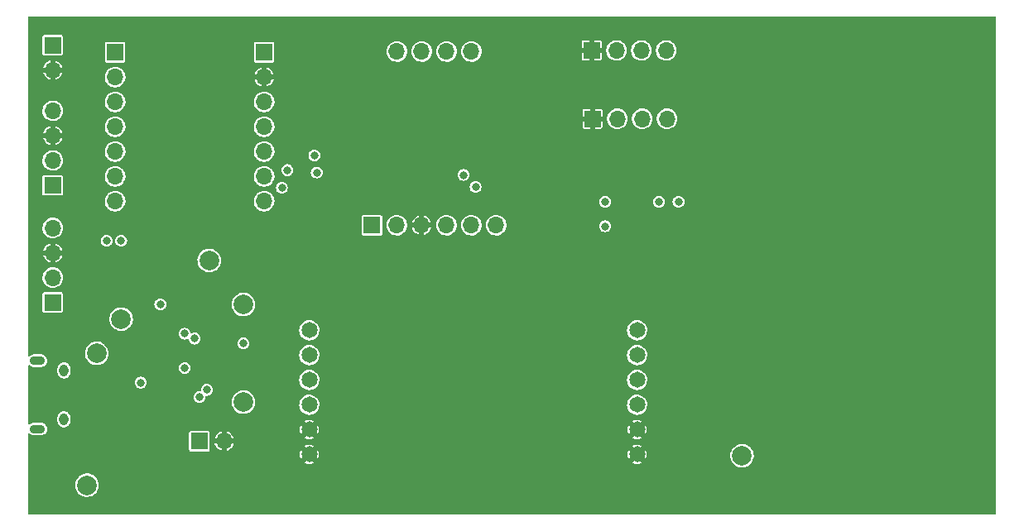
<source format=gbr>
%TF.GenerationSoftware,KiCad,Pcbnew,(6.0.4)*%
%TF.CreationDate,2022-11-18T09:58:05-05:00*%
%TF.ProjectId,NFFPCB,4e464650-4342-42e6-9b69-6361645f7063,rev?*%
%TF.SameCoordinates,Original*%
%TF.FileFunction,Copper,L2,Inr*%
%TF.FilePolarity,Positive*%
%FSLAX46Y46*%
G04 Gerber Fmt 4.6, Leading zero omitted, Abs format (unit mm)*
G04 Created by KiCad (PCBNEW (6.0.4)) date 2022-11-18 09:58:05*
%MOMM*%
%LPD*%
G01*
G04 APERTURE LIST*
%TA.AperFunction,ComponentPad*%
%ADD10C,2.000000*%
%TD*%
%TA.AperFunction,ComponentPad*%
%ADD11C,1.651000*%
%TD*%
%TA.AperFunction,ComponentPad*%
%ADD12R,1.700000X1.700000*%
%TD*%
%TA.AperFunction,ComponentPad*%
%ADD13O,1.700000X1.700000*%
%TD*%
%TA.AperFunction,ComponentPad*%
%ADD14O,0.950000X1.250000*%
%TD*%
%TA.AperFunction,ComponentPad*%
%ADD15O,1.550000X0.890000*%
%TD*%
%TA.AperFunction,ViaPad*%
%ADD16C,0.800000*%
%TD*%
G04 APERTURE END LIST*
D10*
%TO.N,/+VUSB*%
%TO.C,TPVUSB1*%
X60500000Y-74000000D03*
%TD*%
%TO.N,/VSYS*%
%TO.C,TPVSYS1*%
X75500000Y-79000000D03*
%TD*%
%TO.N,Net-(R3-Pad2)*%
%TO.C,TPISET1*%
X59500000Y-87500000D03*
%TD*%
%TO.N,Net-(R2-Pad2)*%
%TO.C,TPILIM1*%
X63000000Y-70500000D03*
%TD*%
%TO.N,/VBATT_RAW*%
%TO.C,TPBATTRAW1*%
X126500000Y-84500000D03*
%TD*%
%TO.N,/!PGOOD*%
%TO.C,TP!PGOOD1*%
X75500000Y-69000000D03*
%TD*%
%TO.N,/!CHG*%
%TO.C,TP!CHG1*%
X72000000Y-64500000D03*
%TD*%
D11*
%TO.N,*%
%TO.C,MOD1*%
X115764000Y-79270000D03*
X82236000Y-76730000D03*
X115764000Y-76730000D03*
X82236000Y-79270000D03*
%TO.N,/VSYS*%
X82236000Y-74190000D03*
X82236000Y-71650000D03*
%TO.N,GND*%
X82236000Y-81810000D03*
X82236000Y-84350000D03*
%TO.N,+3V3*%
X115764000Y-71650000D03*
X115764000Y-74190000D03*
%TO.N,GND*%
X115764000Y-81810000D03*
X115764000Y-84350000D03*
%TD*%
D12*
%TO.N,GND*%
%TO.C,U1*%
X111120000Y-43000000D03*
D13*
%TO.N,+3V3*%
X113660000Y-43000000D03*
%TO.N,/SCL*%
X116200000Y-43000000D03*
%TO.N,/SDA*%
X118740000Y-43000000D03*
%TD*%
D12*
%TO.N,/SCL*%
%TO.C,J5*%
X56000000Y-56800000D03*
D13*
%TO.N,/SDA*%
X56000000Y-54260000D03*
%TO.N,GND*%
X56000000Y-51720000D03*
%TO.N,+3V3*%
X56000000Y-49180000D03*
%TD*%
D12*
%TO.N,/TX_FROM_MICRO*%
%TO.C,J4*%
X56000000Y-68800000D03*
D13*
%TO.N,/RX_TO_MICRO*%
X56000000Y-66260000D03*
%TO.N,GND*%
X56000000Y-63720000D03*
%TO.N,+3V3*%
X56000000Y-61180000D03*
%TD*%
D12*
%TO.N,/BUTTON*%
%TO.C,J3*%
X56000000Y-42460000D03*
D13*
%TO.N,GND*%
X56000000Y-45000000D03*
%TD*%
D14*
%TO.N,unconnected-(J1-Pad6)*%
%TO.C,J1*%
X57150000Y-75750000D03*
D15*
X54450000Y-81750000D03*
D14*
X57150000Y-80750000D03*
D15*
X54450000Y-74750000D03*
%TD*%
D12*
%TO.N,/BUTTON*%
%TO.C,U2*%
X62380000Y-43189500D03*
D13*
%TO.N,unconnected-(U2-Pad2)*%
X62380000Y-45729500D03*
%TO.N,/OLED_EN*%
X62380000Y-48269500D03*
%TO.N,/BNO_RST*%
X62380000Y-50809500D03*
%TO.N,/SDA*%
X62380000Y-53349500D03*
%TO.N,/SCL*%
X62380000Y-55889500D03*
%TO.N,/TX_FROM_MICRO*%
X62380000Y-58429500D03*
%TO.N,/RX_TO_MICRO*%
X77620000Y-58429500D03*
%TO.N,/!CHG*%
X77620000Y-55889500D03*
%TO.N,/!PGOOD*%
X77620000Y-53349500D03*
%TO.N,unconnected-(U2-Pad11)*%
X77620000Y-50809500D03*
%TO.N,+3V3*%
X77620000Y-48269500D03*
%TO.N,GND*%
X77620000Y-45729500D03*
D12*
%TO.N,unconnected-(U2-Pad14)*%
X77620000Y-43189500D03*
%TD*%
%TO.N,/VBATT_RAW*%
%TO.C,J2*%
X71000000Y-83000000D03*
D13*
%TO.N,GND*%
X73540000Y-83000000D03*
%TD*%
%TO.N,unconnected-(U3-Pad1)*%
%TO.C,U3*%
X98810000Y-43110000D03*
%TO.N,unconnected-(U3-Pad2)*%
X96270000Y-43110000D03*
%TO.N,unconnected-(U3-Pad3)*%
X93730000Y-43110000D03*
%TO.N,unconnected-(U3-Pad4)*%
X91190000Y-43110000D03*
D12*
%TO.N,unconnected-(U3-Pad5)*%
X88650000Y-60890000D03*
D13*
%TO.N,+3V3*%
X91190000Y-60890000D03*
%TO.N,GND*%
X93730000Y-60890000D03*
%TO.N,/SCL*%
X96270000Y-60890000D03*
%TO.N,/SDA*%
X98810000Y-60890000D03*
%TO.N,/BNO_RST*%
X101350000Y-60890000D03*
%TD*%
D12*
%TO.N,GND*%
%TO.C,U5*%
X111200000Y-50000000D03*
D13*
%TO.N,+3V3*%
X113740000Y-50000000D03*
%TO.N,/SCL*%
X116280000Y-50000000D03*
%TO.N,/SDA*%
X118820000Y-50000000D03*
%TD*%
D16*
%TO.N,GND*%
X59250000Y-82750000D03*
X138750000Y-56500000D03*
X67000000Y-70750000D03*
X136500000Y-44750000D03*
X127750000Y-54500000D03*
X135750000Y-47500000D03*
X61250000Y-78500000D03*
X60500000Y-79750000D03*
X64000000Y-85500000D03*
X70500000Y-79500000D03*
X59250000Y-81250000D03*
X133250000Y-47500000D03*
X70500000Y-76750000D03*
X138750000Y-43500000D03*
X60500000Y-81250000D03*
X60500000Y-82750000D03*
X59250000Y-79750000D03*
X129062500Y-50250000D03*
X67000000Y-85500000D03*
%TO.N,/+VUSB*%
X65000000Y-77000000D03*
X71000000Y-78500000D03*
%TO.N,/RX_TO_MICRO*%
X63000000Y-62500000D03*
X61500000Y-62500000D03*
%TO.N,+3V3*%
X70500000Y-72500000D03*
X112500000Y-58500000D03*
X67000000Y-69000000D03*
X112500000Y-61000000D03*
%TO.N,/SCL*%
X118000000Y-58500000D03*
X83000000Y-55500000D03*
X79435989Y-57064011D03*
X120000000Y-58500000D03*
%TO.N,/SDA*%
X99250000Y-57000000D03*
X82750000Y-53750000D03*
X80000000Y-55250000D03*
X98000000Y-55750000D03*
%TO.N,/!CHG*%
X69500000Y-75500000D03*
X69500000Y-72000000D03*
%TO.N,/!PGOOD*%
X71749999Y-77750001D03*
X75500000Y-73000000D03*
%TD*%
%TA.AperFunction,Conductor*%
%TO.N,GND*%
G36*
X152459191Y-39518907D02*
G01*
X152495155Y-39568407D01*
X152500000Y-39599000D01*
X152500000Y-90401000D01*
X152481093Y-90459191D01*
X152431593Y-90495155D01*
X152401000Y-90500000D01*
X53599000Y-90500000D01*
X53540809Y-90481093D01*
X53504845Y-90431593D01*
X53500000Y-90401000D01*
X53500000Y-87468440D01*
X58294770Y-87468440D01*
X58309200Y-87688604D01*
X58310316Y-87692997D01*
X58310316Y-87692999D01*
X58333873Y-87785754D01*
X58363511Y-87902452D01*
X58455883Y-88102821D01*
X58583222Y-88283002D01*
X58741264Y-88436961D01*
X58924717Y-88559540D01*
X59127436Y-88646635D01*
X59205165Y-88664223D01*
X59338206Y-88694328D01*
X59338211Y-88694329D01*
X59342632Y-88695329D01*
X59452865Y-88699660D01*
X59558565Y-88703813D01*
X59558566Y-88703813D01*
X59563098Y-88703991D01*
X59781452Y-88672331D01*
X59785751Y-88670872D01*
X59785754Y-88670871D01*
X59986078Y-88602870D01*
X59990379Y-88601410D01*
X60061944Y-88561332D01*
X60178925Y-88495819D01*
X60182884Y-88493602D01*
X60352518Y-88352518D01*
X60493602Y-88182884D01*
X60601410Y-87990379D01*
X60672331Y-87781452D01*
X60685156Y-87692999D01*
X60703571Y-87565997D01*
X60703571Y-87565991D01*
X60703991Y-87563098D01*
X60705643Y-87500000D01*
X60685454Y-87280289D01*
X60625565Y-87067936D01*
X60623557Y-87063864D01*
X60623555Y-87063859D01*
X60529988Y-86874125D01*
X60527980Y-86870053D01*
X60395967Y-86693267D01*
X60233949Y-86543499D01*
X60047350Y-86425764D01*
X59842421Y-86344006D01*
X59626024Y-86300962D01*
X59517347Y-86299539D01*
X59409946Y-86298133D01*
X59409941Y-86298133D01*
X59405406Y-86298074D01*
X59400933Y-86298843D01*
X59400928Y-86298843D01*
X59192435Y-86334668D01*
X59192429Y-86334670D01*
X59187957Y-86335438D01*
X59160176Y-86345687D01*
X58985220Y-86410231D01*
X58985217Y-86410232D01*
X58980957Y-86411804D01*
X58977054Y-86414126D01*
X58977052Y-86414127D01*
X58957492Y-86425764D01*
X58791341Y-86524614D01*
X58787926Y-86527609D01*
X58787923Y-86527611D01*
X58680036Y-86622225D01*
X58625457Y-86670090D01*
X58488863Y-86843360D01*
X58386131Y-87038620D01*
X58320703Y-87249333D01*
X58320169Y-87253843D01*
X58320169Y-87253844D01*
X58317039Y-87280289D01*
X58294770Y-87468440D01*
X53500000Y-87468440D01*
X53500000Y-85202692D01*
X81747790Y-85202692D01*
X81755019Y-85210204D01*
X81835321Y-85255083D01*
X81844149Y-85258940D01*
X82018755Y-85315673D01*
X82028155Y-85317740D01*
X82210460Y-85339478D01*
X82220086Y-85339680D01*
X82403130Y-85325595D01*
X82412621Y-85323922D01*
X82589436Y-85274554D01*
X82598433Y-85271064D01*
X82716931Y-85211207D01*
X82724971Y-85203223D01*
X82724702Y-85202692D01*
X115275790Y-85202692D01*
X115283019Y-85210204D01*
X115363321Y-85255083D01*
X115372149Y-85258940D01*
X115546755Y-85315673D01*
X115556155Y-85317740D01*
X115738460Y-85339478D01*
X115748086Y-85339680D01*
X115931130Y-85325595D01*
X115940621Y-85323922D01*
X116117436Y-85274554D01*
X116126433Y-85271064D01*
X116244931Y-85211207D01*
X116252971Y-85203223D01*
X116247779Y-85192989D01*
X115775086Y-84720296D01*
X115763203Y-84714242D01*
X115758172Y-84715038D01*
X115281267Y-85191943D01*
X115275790Y-85202692D01*
X82724702Y-85202692D01*
X82719779Y-85192989D01*
X82247086Y-84720296D01*
X82235203Y-84714242D01*
X82230172Y-84715038D01*
X81753267Y-85191943D01*
X81747790Y-85202692D01*
X53500000Y-85202692D01*
X53500000Y-84340994D01*
X81246234Y-84340994D01*
X81261596Y-84523943D01*
X81263334Y-84533411D01*
X81313936Y-84709884D01*
X81317487Y-84718852D01*
X81374972Y-84830706D01*
X81383099Y-84838777D01*
X81393163Y-84833627D01*
X81865704Y-84361086D01*
X81870946Y-84350797D01*
X82600242Y-84350797D01*
X82601038Y-84355828D01*
X83077884Y-84832674D01*
X83088739Y-84838205D01*
X83096147Y-84831126D01*
X83138266Y-84756984D01*
X83142181Y-84748189D01*
X83200132Y-84573983D01*
X83202266Y-84564589D01*
X83225534Y-84380403D01*
X83225921Y-84374876D01*
X83226229Y-84352770D01*
X83225998Y-84347242D01*
X83225385Y-84340994D01*
X114774234Y-84340994D01*
X114789596Y-84523943D01*
X114791334Y-84533411D01*
X114841936Y-84709884D01*
X114845487Y-84718852D01*
X114902972Y-84830706D01*
X114911099Y-84838777D01*
X114921163Y-84833627D01*
X115393704Y-84361086D01*
X115398946Y-84350797D01*
X116128242Y-84350797D01*
X116129038Y-84355828D01*
X116605884Y-84832674D01*
X116616739Y-84838205D01*
X116624147Y-84831126D01*
X116666266Y-84756984D01*
X116670181Y-84748189D01*
X116728132Y-84573983D01*
X116730266Y-84564589D01*
X116742412Y-84468440D01*
X125294770Y-84468440D01*
X125298408Y-84523943D01*
X125301688Y-84573983D01*
X125309200Y-84688604D01*
X125310316Y-84692997D01*
X125310316Y-84692999D01*
X125347194Y-84838205D01*
X125363511Y-84902452D01*
X125455883Y-85102821D01*
X125583222Y-85283002D01*
X125741264Y-85436961D01*
X125924717Y-85559540D01*
X126127436Y-85646635D01*
X126205165Y-85664223D01*
X126338206Y-85694328D01*
X126338211Y-85694329D01*
X126342632Y-85695329D01*
X126452865Y-85699660D01*
X126558565Y-85703813D01*
X126558566Y-85703813D01*
X126563098Y-85703991D01*
X126781452Y-85672331D01*
X126785751Y-85670872D01*
X126785754Y-85670871D01*
X126986078Y-85602870D01*
X126990379Y-85601410D01*
X127061944Y-85561332D01*
X127178925Y-85495819D01*
X127182884Y-85493602D01*
X127352518Y-85352518D01*
X127493602Y-85182884D01*
X127601410Y-84990379D01*
X127672331Y-84781452D01*
X127685156Y-84692999D01*
X127703571Y-84565997D01*
X127703571Y-84565991D01*
X127703991Y-84563098D01*
X127704769Y-84533411D01*
X127705567Y-84502914D01*
X127705567Y-84502909D01*
X127705643Y-84500000D01*
X127685454Y-84280289D01*
X127625565Y-84067936D01*
X127623557Y-84063864D01*
X127623555Y-84063859D01*
X127529988Y-83874125D01*
X127527980Y-83870053D01*
X127395967Y-83693267D01*
X127367658Y-83667098D01*
X127237279Y-83546577D01*
X127237278Y-83546576D01*
X127233949Y-83543499D01*
X127160727Y-83497299D01*
X127051187Y-83428185D01*
X127047350Y-83425764D01*
X126842421Y-83344006D01*
X126626024Y-83300962D01*
X126517347Y-83299539D01*
X126409946Y-83298133D01*
X126409941Y-83298133D01*
X126405406Y-83298074D01*
X126400933Y-83298843D01*
X126400928Y-83298843D01*
X126192435Y-83334668D01*
X126192429Y-83334670D01*
X126187957Y-83335438D01*
X126084457Y-83373621D01*
X125985220Y-83410231D01*
X125985217Y-83410232D01*
X125980957Y-83411804D01*
X125977054Y-83414126D01*
X125977052Y-83414127D01*
X125943516Y-83434079D01*
X125791341Y-83524614D01*
X125787926Y-83527609D01*
X125787923Y-83527611D01*
X125680036Y-83622225D01*
X125625457Y-83670090D01*
X125488863Y-83843360D01*
X125486749Y-83847378D01*
X125419789Y-83974648D01*
X125386131Y-84038620D01*
X125320703Y-84249333D01*
X125320169Y-84253843D01*
X125320169Y-84253844D01*
X125317039Y-84280289D01*
X125294770Y-84468440D01*
X116742412Y-84468440D01*
X116753534Y-84380403D01*
X116753921Y-84374876D01*
X116754229Y-84352770D01*
X116753998Y-84347242D01*
X116735880Y-84162474D01*
X116734010Y-84153026D01*
X116680946Y-83977270D01*
X116677277Y-83968366D01*
X116624780Y-83869635D01*
X116616363Y-83861507D01*
X116606645Y-83866565D01*
X116134296Y-84338914D01*
X116128242Y-84350797D01*
X115398946Y-84350797D01*
X115399758Y-84349203D01*
X115398962Y-84344172D01*
X114921963Y-83867173D01*
X114911321Y-83861751D01*
X114903707Y-83869129D01*
X114856145Y-83955644D01*
X114852346Y-83964509D01*
X114796836Y-84139497D01*
X114794832Y-84148925D01*
X114774368Y-84331366D01*
X114774234Y-84340994D01*
X83225385Y-84340994D01*
X83207880Y-84162474D01*
X83206010Y-84153026D01*
X83152946Y-83977270D01*
X83149277Y-83968366D01*
X83096780Y-83869635D01*
X83088363Y-83861507D01*
X83078645Y-83866565D01*
X82606296Y-84338914D01*
X82600242Y-84350797D01*
X81870946Y-84350797D01*
X81871758Y-84349203D01*
X81870962Y-84344172D01*
X81393963Y-83867173D01*
X81383321Y-83861751D01*
X81375707Y-83869129D01*
X81328145Y-83955644D01*
X81324346Y-83964509D01*
X81268836Y-84139497D01*
X81266832Y-84148925D01*
X81246368Y-84331366D01*
X81246234Y-84340994D01*
X53500000Y-84340994D01*
X53500000Y-83869748D01*
X69949500Y-83869748D01*
X69961133Y-83928231D01*
X70005448Y-83994552D01*
X70071769Y-84038867D01*
X70081332Y-84040769D01*
X70081334Y-84040770D01*
X70104005Y-84045279D01*
X70130252Y-84050500D01*
X71869748Y-84050500D01*
X71895995Y-84045279D01*
X71918666Y-84040770D01*
X71918668Y-84040769D01*
X71928231Y-84038867D01*
X71994552Y-83994552D01*
X72038867Y-83928231D01*
X72050500Y-83869748D01*
X72050500Y-83268222D01*
X72566164Y-83268222D01*
X72595046Y-83368947D01*
X72598597Y-83377915D01*
X72684705Y-83545463D01*
X72689928Y-83553568D01*
X72806950Y-83701213D01*
X72813633Y-83708134D01*
X72957103Y-83830236D01*
X72965017Y-83835737D01*
X73129467Y-83927644D01*
X73138289Y-83931499D01*
X73271089Y-83974648D01*
X73282479Y-83974648D01*
X73286000Y-83963813D01*
X73286000Y-83962076D01*
X73794000Y-83962076D01*
X73797747Y-83973609D01*
X73808079Y-83973825D01*
X73902343Y-83947506D01*
X73911332Y-83944019D01*
X74079483Y-83859080D01*
X74087621Y-83853915D01*
X74236070Y-83737935D01*
X74243050Y-83731288D01*
X74366146Y-83588679D01*
X74371701Y-83580804D01*
X74419089Y-83497387D01*
X81747382Y-83497387D01*
X81752486Y-83507276D01*
X82224914Y-83979704D01*
X82236797Y-83985758D01*
X82241828Y-83984962D01*
X82718957Y-83507833D01*
X82724279Y-83497387D01*
X115275382Y-83497387D01*
X115280486Y-83507276D01*
X115752914Y-83979704D01*
X115764797Y-83985758D01*
X115769828Y-83984962D01*
X116246957Y-83507833D01*
X116252324Y-83497299D01*
X116244796Y-83489584D01*
X116151998Y-83439408D01*
X116143127Y-83435679D01*
X115967742Y-83381388D01*
X115958310Y-83379452D01*
X115775729Y-83360262D01*
X115766091Y-83360195D01*
X115583262Y-83376833D01*
X115573796Y-83378639D01*
X115397678Y-83430474D01*
X115388754Y-83434079D01*
X115283484Y-83489113D01*
X115275382Y-83497387D01*
X82724279Y-83497387D01*
X82724324Y-83497299D01*
X82716796Y-83489584D01*
X82623998Y-83439408D01*
X82615127Y-83435679D01*
X82439742Y-83381388D01*
X82430310Y-83379452D01*
X82247729Y-83360262D01*
X82238091Y-83360195D01*
X82055262Y-83376833D01*
X82045796Y-83378639D01*
X81869678Y-83430474D01*
X81860754Y-83434079D01*
X81755484Y-83489113D01*
X81747382Y-83497387D01*
X74419089Y-83497387D01*
X74464756Y-83416998D01*
X74468672Y-83408203D01*
X74515018Y-83268879D01*
X74515097Y-83257612D01*
X74504112Y-83254000D01*
X73809680Y-83254000D01*
X73796995Y-83258122D01*
X73794000Y-83262243D01*
X73794000Y-83962076D01*
X73286000Y-83962076D01*
X73286000Y-83269680D01*
X73281878Y-83256995D01*
X73277757Y-83254000D01*
X72577766Y-83254000D01*
X72566348Y-83257710D01*
X72566164Y-83268222D01*
X72050500Y-83268222D01*
X72050500Y-82731053D01*
X72565670Y-82731053D01*
X72565751Y-82742570D01*
X72576433Y-82746000D01*
X73270320Y-82746000D01*
X73283005Y-82741878D01*
X73286000Y-82737757D01*
X73286000Y-82730320D01*
X73794000Y-82730320D01*
X73798122Y-82743005D01*
X73802243Y-82746000D01*
X74502708Y-82746000D01*
X74513896Y-82742365D01*
X74514009Y-82731497D01*
X74493236Y-82662692D01*
X81747790Y-82662692D01*
X81755019Y-82670204D01*
X81835321Y-82715083D01*
X81844149Y-82718940D01*
X82018755Y-82775673D01*
X82028155Y-82777740D01*
X82210460Y-82799478D01*
X82220086Y-82799680D01*
X82403130Y-82785595D01*
X82412621Y-82783922D01*
X82589436Y-82734554D01*
X82598433Y-82731064D01*
X82716931Y-82671207D01*
X82724971Y-82663223D01*
X82724702Y-82662692D01*
X115275790Y-82662692D01*
X115283019Y-82670204D01*
X115363321Y-82715083D01*
X115372149Y-82718940D01*
X115546755Y-82775673D01*
X115556155Y-82777740D01*
X115738460Y-82799478D01*
X115748086Y-82799680D01*
X115931130Y-82785595D01*
X115940621Y-82783922D01*
X116117436Y-82734554D01*
X116126433Y-82731064D01*
X116244931Y-82671207D01*
X116252971Y-82663223D01*
X116247779Y-82652989D01*
X115775086Y-82180296D01*
X115763203Y-82174242D01*
X115758172Y-82175038D01*
X115281267Y-82651943D01*
X115275790Y-82662692D01*
X82724702Y-82662692D01*
X82719779Y-82652989D01*
X82247086Y-82180296D01*
X82235203Y-82174242D01*
X82230172Y-82175038D01*
X81753267Y-82651943D01*
X81747790Y-82662692D01*
X74493236Y-82662692D01*
X74479709Y-82617889D01*
X74476038Y-82608985D01*
X74387593Y-82442643D01*
X74382260Y-82434617D01*
X74263194Y-82288628D01*
X74256405Y-82281791D01*
X74111245Y-82161704D01*
X74103262Y-82156320D01*
X73937539Y-82066713D01*
X73928668Y-82062984D01*
X73808977Y-82025933D01*
X73797340Y-82026096D01*
X73794000Y-82036624D01*
X73794000Y-82730320D01*
X73286000Y-82730320D01*
X73286000Y-82037555D01*
X73282327Y-82026251D01*
X73271638Y-82026102D01*
X73164464Y-82057645D01*
X73155523Y-82061258D01*
X72988582Y-82148532D01*
X72980506Y-82153817D01*
X72833693Y-82271858D01*
X72826809Y-82278599D01*
X72705720Y-82422907D01*
X72700267Y-82430871D01*
X72609512Y-82595953D01*
X72605718Y-82604805D01*
X72565670Y-82731053D01*
X72050500Y-82731053D01*
X72050500Y-82130252D01*
X72038867Y-82071769D01*
X71994552Y-82005448D01*
X71928231Y-81961133D01*
X71918668Y-81959231D01*
X71918666Y-81959230D01*
X71895995Y-81954721D01*
X71869748Y-81949500D01*
X70130252Y-81949500D01*
X70104005Y-81954721D01*
X70081334Y-81959230D01*
X70081332Y-81959231D01*
X70071769Y-81961133D01*
X70005448Y-82005448D01*
X69961133Y-82071769D01*
X69949500Y-82130252D01*
X69949500Y-83869748D01*
X53500000Y-83869748D01*
X53500000Y-82282054D01*
X53518907Y-82223863D01*
X53568407Y-82187899D01*
X53629593Y-82187899D01*
X53666770Y-82209886D01*
X53733031Y-82272110D01*
X53733033Y-82272112D01*
X53737569Y-82276371D01*
X53743019Y-82279367D01*
X53743023Y-82279370D01*
X53810546Y-82316490D01*
X53880487Y-82354940D01*
X53886518Y-82356488D01*
X53886519Y-82356489D01*
X54032419Y-82393951D01*
X54032423Y-82393952D01*
X54038454Y-82395500D01*
X54820608Y-82395500D01*
X54911224Y-82384052D01*
X54935624Y-82380970D01*
X54935625Y-82380970D01*
X54941805Y-82380189D01*
X55093443Y-82320151D01*
X55153702Y-82276371D01*
X55220347Y-82227951D01*
X55220348Y-82227950D01*
X55225387Y-82224289D01*
X55329345Y-82098625D01*
X55345799Y-82063660D01*
X55394044Y-81961133D01*
X55398786Y-81951056D01*
X55427412Y-81800994D01*
X81246234Y-81800994D01*
X81261596Y-81983943D01*
X81263334Y-81993411D01*
X81313936Y-82169884D01*
X81317487Y-82178852D01*
X81374972Y-82290706D01*
X81383099Y-82298777D01*
X81393163Y-82293627D01*
X81865704Y-81821086D01*
X81870946Y-81810797D01*
X82600242Y-81810797D01*
X82601038Y-81815828D01*
X83077884Y-82292674D01*
X83088739Y-82298205D01*
X83096147Y-82291126D01*
X83138266Y-82216984D01*
X83142181Y-82208189D01*
X83200132Y-82033983D01*
X83202266Y-82024589D01*
X83225534Y-81840403D01*
X83225921Y-81834876D01*
X83226229Y-81812770D01*
X83225998Y-81807242D01*
X83225385Y-81800994D01*
X114774234Y-81800994D01*
X114789596Y-81983943D01*
X114791334Y-81993411D01*
X114841936Y-82169884D01*
X114845487Y-82178852D01*
X114902972Y-82290706D01*
X114911099Y-82298777D01*
X114921163Y-82293627D01*
X115393704Y-81821086D01*
X115398946Y-81810797D01*
X116128242Y-81810797D01*
X116129038Y-81815828D01*
X116605884Y-82292674D01*
X116616739Y-82298205D01*
X116624147Y-82291126D01*
X116666266Y-82216984D01*
X116670181Y-82208189D01*
X116728132Y-82033983D01*
X116730266Y-82024589D01*
X116753534Y-81840403D01*
X116753921Y-81834876D01*
X116754229Y-81812770D01*
X116753998Y-81807242D01*
X116735880Y-81622474D01*
X116734010Y-81613026D01*
X116680946Y-81437270D01*
X116677277Y-81428366D01*
X116624780Y-81329635D01*
X116616363Y-81321507D01*
X116606645Y-81326565D01*
X116134296Y-81798914D01*
X116128242Y-81810797D01*
X115398946Y-81810797D01*
X115399758Y-81809203D01*
X115398962Y-81804172D01*
X114921963Y-81327173D01*
X114911321Y-81321751D01*
X114903707Y-81329129D01*
X114856145Y-81415644D01*
X114852346Y-81424509D01*
X114796836Y-81599497D01*
X114794832Y-81608925D01*
X114774368Y-81791366D01*
X114774234Y-81800994D01*
X83225385Y-81800994D01*
X83207880Y-81622474D01*
X83206010Y-81613026D01*
X83152946Y-81437270D01*
X83149277Y-81428366D01*
X83096780Y-81329635D01*
X83088363Y-81321507D01*
X83078645Y-81326565D01*
X82606296Y-81798914D01*
X82600242Y-81810797D01*
X81870946Y-81810797D01*
X81871758Y-81809203D01*
X81870962Y-81804172D01*
X81393963Y-81327173D01*
X81383321Y-81321751D01*
X81375707Y-81329129D01*
X81328145Y-81415644D01*
X81324346Y-81424509D01*
X81268836Y-81599497D01*
X81266832Y-81608925D01*
X81246368Y-81791366D01*
X81246234Y-81800994D01*
X55427412Y-81800994D01*
X55429346Y-81790853D01*
X55419106Y-81628084D01*
X55368708Y-81472975D01*
X55281319Y-81335273D01*
X55276783Y-81331013D01*
X55276781Y-81331011D01*
X55166969Y-81227890D01*
X55166967Y-81227888D01*
X55162431Y-81223629D01*
X55156981Y-81220633D01*
X55156977Y-81220630D01*
X55078624Y-81177556D01*
X55019513Y-81145060D01*
X55013482Y-81143512D01*
X55013481Y-81143511D01*
X54867581Y-81106049D01*
X54867577Y-81106048D01*
X54861546Y-81104500D01*
X54079392Y-81104500D01*
X53988776Y-81115948D01*
X53964376Y-81119030D01*
X53964375Y-81119030D01*
X53958195Y-81119811D01*
X53806557Y-81179849D01*
X53801518Y-81183510D01*
X53740434Y-81227890D01*
X53674613Y-81275711D01*
X53670643Y-81280510D01*
X53666770Y-81284147D01*
X53611407Y-81310198D01*
X53551306Y-81298733D01*
X53509422Y-81254130D01*
X53500000Y-81211979D01*
X53500000Y-80940996D01*
X56474500Y-80940996D01*
X56489181Y-81062313D01*
X56546973Y-81215255D01*
X56550353Y-81220172D01*
X56550354Y-81220175D01*
X56588523Y-81275711D01*
X56639579Y-81349997D01*
X56761652Y-81458760D01*
X56766922Y-81461550D01*
X56766923Y-81461551D01*
X56795483Y-81476673D01*
X56906145Y-81535265D01*
X56960604Y-81548944D01*
X57058926Y-81573641D01*
X57058929Y-81573641D01*
X57064716Y-81575095D01*
X57147295Y-81575527D01*
X57222244Y-81575920D01*
X57222246Y-81575920D01*
X57228210Y-81575951D01*
X57265458Y-81567009D01*
X57381389Y-81539177D01*
X57381391Y-81539176D01*
X57387190Y-81537784D01*
X57512755Y-81472975D01*
X57527170Y-81465535D01*
X57527172Y-81465534D01*
X57532476Y-81462796D01*
X57655681Y-81355317D01*
X57749693Y-81221552D01*
X57809083Y-81069224D01*
X57823807Y-80957387D01*
X81747382Y-80957387D01*
X81752486Y-80967276D01*
X82224914Y-81439704D01*
X82236797Y-81445758D01*
X82241828Y-81444962D01*
X82718957Y-80967833D01*
X82724279Y-80957387D01*
X115275382Y-80957387D01*
X115280486Y-80967276D01*
X115752914Y-81439704D01*
X115764797Y-81445758D01*
X115769828Y-81444962D01*
X116246957Y-80967833D01*
X116252324Y-80957299D01*
X116244796Y-80949584D01*
X116151998Y-80899408D01*
X116143127Y-80895679D01*
X115967742Y-80841388D01*
X115958310Y-80839452D01*
X115775729Y-80820262D01*
X115766091Y-80820195D01*
X115583262Y-80836833D01*
X115573796Y-80838639D01*
X115397678Y-80890474D01*
X115388754Y-80894079D01*
X115283484Y-80949113D01*
X115275382Y-80957387D01*
X82724279Y-80957387D01*
X82724324Y-80957299D01*
X82716796Y-80949584D01*
X82623998Y-80899408D01*
X82615127Y-80895679D01*
X82439742Y-80841388D01*
X82430310Y-80839452D01*
X82247729Y-80820262D01*
X82238091Y-80820195D01*
X82055262Y-80836833D01*
X82045796Y-80838639D01*
X81869678Y-80890474D01*
X81860754Y-80894079D01*
X81755484Y-80949113D01*
X81747382Y-80957387D01*
X57823807Y-80957387D01*
X57825500Y-80944527D01*
X57825500Y-80559004D01*
X57810819Y-80437687D01*
X57753027Y-80284745D01*
X57748700Y-80278448D01*
X57663801Y-80154921D01*
X57660421Y-80150003D01*
X57560899Y-80061332D01*
X57542802Y-80045208D01*
X57542800Y-80045207D01*
X57538348Y-80041240D01*
X57530726Y-80037204D01*
X57484874Y-80012927D01*
X57393855Y-79964735D01*
X57293318Y-79939482D01*
X57241074Y-79926359D01*
X57241071Y-79926359D01*
X57235284Y-79924905D01*
X57152705Y-79924473D01*
X57077756Y-79924080D01*
X57077754Y-79924080D01*
X57071790Y-79924049D01*
X57065987Y-79925442D01*
X57065988Y-79925442D01*
X56918611Y-79960823D01*
X56918609Y-79960824D01*
X56912810Y-79962216D01*
X56852001Y-79993602D01*
X56772830Y-80034465D01*
X56772828Y-80034466D01*
X56767524Y-80037204D01*
X56644319Y-80144683D01*
X56550307Y-80278448D01*
X56490917Y-80430776D01*
X56474500Y-80555473D01*
X56474500Y-80940996D01*
X53500000Y-80940996D01*
X53500000Y-78500000D01*
X70394318Y-78500000D01*
X70414956Y-78656762D01*
X70475464Y-78802841D01*
X70571718Y-78928282D01*
X70697159Y-79024536D01*
X70843238Y-79085044D01*
X71000000Y-79105682D01*
X71156762Y-79085044D01*
X71302841Y-79024536D01*
X71375947Y-78968440D01*
X74294770Y-78968440D01*
X74298188Y-79020585D01*
X74303710Y-79104835D01*
X74309200Y-79188604D01*
X74310316Y-79192997D01*
X74310316Y-79192999D01*
X74333873Y-79285754D01*
X74363511Y-79402452D01*
X74455883Y-79602821D01*
X74583222Y-79783002D01*
X74586468Y-79786164D01*
X74729440Y-79925442D01*
X74741264Y-79936961D01*
X74924717Y-80059540D01*
X75127436Y-80146635D01*
X75164055Y-80154921D01*
X75338206Y-80194328D01*
X75338211Y-80194329D01*
X75342632Y-80195329D01*
X75452865Y-80199660D01*
X75558565Y-80203813D01*
X75558566Y-80203813D01*
X75563098Y-80203991D01*
X75781452Y-80172331D01*
X75785751Y-80170872D01*
X75785754Y-80170871D01*
X75986078Y-80102870D01*
X75990379Y-80101410D01*
X76061944Y-80061332D01*
X76178925Y-79995819D01*
X76182884Y-79993602D01*
X76352518Y-79852518D01*
X76493602Y-79682884D01*
X76601410Y-79490379D01*
X76632749Y-79398058D01*
X76670871Y-79285754D01*
X76670872Y-79285751D01*
X76672331Y-79281452D01*
X76676079Y-79255605D01*
X81205136Y-79255605D01*
X81221973Y-79456109D01*
X81223306Y-79460757D01*
X81223306Y-79460758D01*
X81265106Y-79606529D01*
X81277434Y-79649523D01*
X81279649Y-79653833D01*
X81294579Y-79682884D01*
X81369406Y-79828482D01*
X81494387Y-79986168D01*
X81498067Y-79989300D01*
X81498069Y-79989302D01*
X81608134Y-80082974D01*
X81647615Y-80116575D01*
X81651838Y-80118935D01*
X81651842Y-80118938D01*
X81706638Y-80149562D01*
X81823255Y-80214737D01*
X81827853Y-80216231D01*
X82010011Y-80275418D01*
X82010013Y-80275419D01*
X82014616Y-80276914D01*
X82214409Y-80300738D01*
X82219231Y-80300367D01*
X82219233Y-80300367D01*
X82410197Y-80285673D01*
X82410202Y-80285672D01*
X82415025Y-80285301D01*
X82608822Y-80231192D01*
X82613135Y-80229013D01*
X82613141Y-80229011D01*
X82784097Y-80142655D01*
X82784099Y-80142653D01*
X82788418Y-80140472D01*
X82946973Y-80016595D01*
X82950135Y-80012932D01*
X82950140Y-80012927D01*
X83075283Y-79867946D01*
X83078447Y-79864281D01*
X83083479Y-79855424D01*
X83175439Y-79693544D01*
X83175440Y-79693542D01*
X83177832Y-79689331D01*
X83241344Y-79498409D01*
X83266562Y-79298786D01*
X83266964Y-79270000D01*
X83266026Y-79260425D01*
X83265553Y-79255605D01*
X114733136Y-79255605D01*
X114749973Y-79456109D01*
X114751306Y-79460757D01*
X114751306Y-79460758D01*
X114793106Y-79606529D01*
X114805434Y-79649523D01*
X114807649Y-79653833D01*
X114822579Y-79682884D01*
X114897406Y-79828482D01*
X115022387Y-79986168D01*
X115026067Y-79989300D01*
X115026069Y-79989302D01*
X115136134Y-80082974D01*
X115175615Y-80116575D01*
X115179838Y-80118935D01*
X115179842Y-80118938D01*
X115234638Y-80149562D01*
X115351255Y-80214737D01*
X115355853Y-80216231D01*
X115538011Y-80275418D01*
X115538013Y-80275419D01*
X115542616Y-80276914D01*
X115742409Y-80300738D01*
X115747231Y-80300367D01*
X115747233Y-80300367D01*
X115938197Y-80285673D01*
X115938202Y-80285672D01*
X115943025Y-80285301D01*
X116136822Y-80231192D01*
X116141135Y-80229013D01*
X116141141Y-80229011D01*
X116312097Y-80142655D01*
X116312099Y-80142653D01*
X116316418Y-80140472D01*
X116474973Y-80016595D01*
X116478135Y-80012932D01*
X116478140Y-80012927D01*
X116603283Y-79867946D01*
X116606447Y-79864281D01*
X116611479Y-79855424D01*
X116703439Y-79693544D01*
X116703440Y-79693542D01*
X116705832Y-79689331D01*
X116769344Y-79498409D01*
X116794562Y-79298786D01*
X116794964Y-79270000D01*
X116794026Y-79260425D01*
X116778769Y-79104835D01*
X116775329Y-79069751D01*
X116717174Y-78877130D01*
X116622712Y-78699473D01*
X116609957Y-78683833D01*
X116498603Y-78547300D01*
X116498602Y-78547299D01*
X116495542Y-78543547D01*
X116340508Y-78415292D01*
X116228697Y-78354836D01*
X116167769Y-78321892D01*
X116167768Y-78321892D01*
X116163515Y-78319592D01*
X116025987Y-78277020D01*
X115975925Y-78261523D01*
X115975921Y-78261522D01*
X115971304Y-78260093D01*
X115966496Y-78259588D01*
X115966493Y-78259587D01*
X115776013Y-78239567D01*
X115776011Y-78239567D01*
X115771197Y-78239061D01*
X115705064Y-78245080D01*
X115575637Y-78256858D01*
X115575634Y-78256859D01*
X115570817Y-78257297D01*
X115566175Y-78258663D01*
X115566171Y-78258664D01*
X115382441Y-78312739D01*
X115382438Y-78312740D01*
X115377794Y-78314107D01*
X115199482Y-78407326D01*
X115042672Y-78533404D01*
X115039565Y-78537107D01*
X114916447Y-78683833D01*
X114916444Y-78683837D01*
X114913338Y-78687539D01*
X114816405Y-78863860D01*
X114814942Y-78868473D01*
X114814940Y-78868477D01*
X114812195Y-78877130D01*
X114755565Y-79055651D01*
X114755025Y-79060465D01*
X114740159Y-79192999D01*
X114733136Y-79255605D01*
X83265553Y-79255605D01*
X83250769Y-79104835D01*
X83247329Y-79069751D01*
X83189174Y-78877130D01*
X83094712Y-78699473D01*
X83081957Y-78683833D01*
X82970603Y-78547300D01*
X82970602Y-78547299D01*
X82967542Y-78543547D01*
X82812508Y-78415292D01*
X82700697Y-78354836D01*
X82639769Y-78321892D01*
X82639768Y-78321892D01*
X82635515Y-78319592D01*
X82497987Y-78277020D01*
X82447925Y-78261523D01*
X82447921Y-78261522D01*
X82443304Y-78260093D01*
X82438496Y-78259588D01*
X82438493Y-78259587D01*
X82248013Y-78239567D01*
X82248011Y-78239567D01*
X82243197Y-78239061D01*
X82177064Y-78245080D01*
X82047637Y-78256858D01*
X82047634Y-78256859D01*
X82042817Y-78257297D01*
X82038175Y-78258663D01*
X82038171Y-78258664D01*
X81854441Y-78312739D01*
X81854438Y-78312740D01*
X81849794Y-78314107D01*
X81671482Y-78407326D01*
X81514672Y-78533404D01*
X81511565Y-78537107D01*
X81388447Y-78683833D01*
X81388444Y-78683837D01*
X81385338Y-78687539D01*
X81288405Y-78863860D01*
X81286942Y-78868473D01*
X81286940Y-78868477D01*
X81284195Y-78877130D01*
X81227565Y-79055651D01*
X81227025Y-79060465D01*
X81212159Y-79192999D01*
X81205136Y-79255605D01*
X76676079Y-79255605D01*
X76685156Y-79192999D01*
X76703571Y-79065997D01*
X76703571Y-79065991D01*
X76703991Y-79063098D01*
X76705643Y-79000000D01*
X76698580Y-78923129D01*
X76685869Y-78784809D01*
X76685454Y-78780289D01*
X76661604Y-78695722D01*
X76626799Y-78572311D01*
X76626798Y-78572310D01*
X76625565Y-78567936D01*
X76623557Y-78563864D01*
X76623555Y-78563859D01*
X76529988Y-78374125D01*
X76527980Y-78370053D01*
X76395967Y-78193267D01*
X76260199Y-78067764D01*
X76237279Y-78046577D01*
X76237278Y-78046576D01*
X76233949Y-78043499D01*
X76047350Y-77925764D01*
X75842421Y-77844006D01*
X75626024Y-77800962D01*
X75517347Y-77799539D01*
X75409946Y-77798133D01*
X75409941Y-77798133D01*
X75405406Y-77798074D01*
X75400933Y-77798843D01*
X75400928Y-77798843D01*
X75192435Y-77834668D01*
X75192429Y-77834670D01*
X75187957Y-77835438D01*
X75160176Y-77845687D01*
X74985220Y-77910231D01*
X74985217Y-77910232D01*
X74980957Y-77911804D01*
X74977054Y-77914126D01*
X74977052Y-77914127D01*
X74957492Y-77925764D01*
X74791341Y-78024614D01*
X74787926Y-78027609D01*
X74787923Y-78027611D01*
X74737629Y-78071718D01*
X74625457Y-78170090D01*
X74622649Y-78173652D01*
X74493687Y-78337241D01*
X74488863Y-78343360D01*
X74486749Y-78347378D01*
X74482380Y-78355683D01*
X74386131Y-78538620D01*
X74384787Y-78542949D01*
X74337350Y-78695722D01*
X74320703Y-78749333D01*
X74320169Y-78753843D01*
X74320169Y-78753844D01*
X74307148Y-78863860D01*
X74294770Y-78968440D01*
X71375947Y-78968440D01*
X71428282Y-78928282D01*
X71524536Y-78802841D01*
X71585044Y-78656762D01*
X71605682Y-78500000D01*
X71600642Y-78461718D01*
X71611792Y-78401557D01*
X71656174Y-78359440D01*
X71711717Y-78350643D01*
X71749999Y-78355683D01*
X71906761Y-78335045D01*
X72052840Y-78274537D01*
X72178281Y-78178283D01*
X72274535Y-78052842D01*
X72335043Y-77906763D01*
X72355681Y-77750001D01*
X72335043Y-77593239D01*
X72274535Y-77447160D01*
X72178281Y-77321719D01*
X72052840Y-77225465D01*
X71906761Y-77164957D01*
X71749999Y-77144319D01*
X71593237Y-77164957D01*
X71447158Y-77225465D01*
X71321717Y-77321719D01*
X71225463Y-77447160D01*
X71164955Y-77593239D01*
X71144317Y-77750001D01*
X71145164Y-77756435D01*
X71149357Y-77788283D01*
X71138207Y-77848444D01*
X71093825Y-77890561D01*
X71038282Y-77899358D01*
X71000000Y-77894318D01*
X70843238Y-77914956D01*
X70697159Y-77975464D01*
X70571718Y-78071718D01*
X70475464Y-78197159D01*
X70414956Y-78343238D01*
X70394318Y-78500000D01*
X53500000Y-78500000D01*
X53500000Y-77000000D01*
X64394318Y-77000000D01*
X64414956Y-77156762D01*
X64475464Y-77302841D01*
X64571718Y-77428282D01*
X64697159Y-77524536D01*
X64843238Y-77585044D01*
X64954372Y-77599675D01*
X64977008Y-77602655D01*
X65000000Y-77605682D01*
X65022993Y-77602655D01*
X65045628Y-77599675D01*
X65156762Y-77585044D01*
X65302841Y-77524536D01*
X65428282Y-77428282D01*
X65524536Y-77302841D01*
X65585044Y-77156762D01*
X65605682Y-77000000D01*
X65585044Y-76843238D01*
X65532177Y-76715605D01*
X81205136Y-76715605D01*
X81221973Y-76916109D01*
X81223306Y-76920757D01*
X81223306Y-76920758D01*
X81246029Y-77000000D01*
X81277434Y-77109523D01*
X81369406Y-77288482D01*
X81494387Y-77446168D01*
X81498067Y-77449300D01*
X81498069Y-77449302D01*
X81581827Y-77520585D01*
X81647615Y-77576575D01*
X81651838Y-77578935D01*
X81651842Y-77578938D01*
X81765812Y-77642633D01*
X81823255Y-77674737D01*
X81827853Y-77676231D01*
X82010011Y-77735418D01*
X82010013Y-77735419D01*
X82014616Y-77736914D01*
X82214409Y-77760738D01*
X82219231Y-77760367D01*
X82219233Y-77760367D01*
X82410197Y-77745673D01*
X82410202Y-77745672D01*
X82415025Y-77745301D01*
X82608822Y-77691192D01*
X82613135Y-77689013D01*
X82613141Y-77689011D01*
X82784097Y-77602655D01*
X82784099Y-77602653D01*
X82788418Y-77600472D01*
X82946973Y-77476595D01*
X82950135Y-77472932D01*
X82950140Y-77472927D01*
X83075283Y-77327946D01*
X83078447Y-77324281D01*
X83094033Y-77296846D01*
X83175439Y-77153544D01*
X83175440Y-77153542D01*
X83177832Y-77149331D01*
X83225368Y-77006434D01*
X83239816Y-76963003D01*
X83239817Y-76963001D01*
X83241344Y-76958409D01*
X83266562Y-76758786D01*
X83266964Y-76730000D01*
X83266026Y-76720425D01*
X83265553Y-76715605D01*
X114733136Y-76715605D01*
X114749973Y-76916109D01*
X114751306Y-76920757D01*
X114751306Y-76920758D01*
X114774029Y-77000000D01*
X114805434Y-77109523D01*
X114897406Y-77288482D01*
X115022387Y-77446168D01*
X115026067Y-77449300D01*
X115026069Y-77449302D01*
X115109827Y-77520585D01*
X115175615Y-77576575D01*
X115179838Y-77578935D01*
X115179842Y-77578938D01*
X115293812Y-77642633D01*
X115351255Y-77674737D01*
X115355853Y-77676231D01*
X115538011Y-77735418D01*
X115538013Y-77735419D01*
X115542616Y-77736914D01*
X115742409Y-77760738D01*
X115747231Y-77760367D01*
X115747233Y-77760367D01*
X115938197Y-77745673D01*
X115938202Y-77745672D01*
X115943025Y-77745301D01*
X116136822Y-77691192D01*
X116141135Y-77689013D01*
X116141141Y-77689011D01*
X116312097Y-77602655D01*
X116312099Y-77602653D01*
X116316418Y-77600472D01*
X116474973Y-77476595D01*
X116478135Y-77472932D01*
X116478140Y-77472927D01*
X116603283Y-77327946D01*
X116606447Y-77324281D01*
X116622033Y-77296846D01*
X116703439Y-77153544D01*
X116703440Y-77153542D01*
X116705832Y-77149331D01*
X116753368Y-77006434D01*
X116767816Y-76963003D01*
X116767817Y-76963001D01*
X116769344Y-76958409D01*
X116794562Y-76758786D01*
X116794964Y-76730000D01*
X116794026Y-76720425D01*
X116779722Y-76574558D01*
X116775329Y-76529751D01*
X116717174Y-76337130D01*
X116622712Y-76159473D01*
X116609957Y-76143833D01*
X116498603Y-76007300D01*
X116498602Y-76007299D01*
X116495542Y-76003547D01*
X116340508Y-75875292D01*
X116163515Y-75779592D01*
X116102169Y-75760602D01*
X115975925Y-75721523D01*
X115975921Y-75721522D01*
X115971304Y-75720093D01*
X115966496Y-75719588D01*
X115966493Y-75719587D01*
X115776013Y-75699567D01*
X115776011Y-75699567D01*
X115771197Y-75699061D01*
X115705064Y-75705080D01*
X115575637Y-75716858D01*
X115575634Y-75716859D01*
X115570817Y-75717297D01*
X115566175Y-75718663D01*
X115566171Y-75718664D01*
X115382441Y-75772739D01*
X115382438Y-75772740D01*
X115377794Y-75774107D01*
X115199482Y-75867326D01*
X115042672Y-75993404D01*
X115039565Y-75997107D01*
X114916447Y-76143833D01*
X114916444Y-76143837D01*
X114913338Y-76147539D01*
X114816405Y-76323860D01*
X114814942Y-76328473D01*
X114814940Y-76328477D01*
X114787776Y-76414109D01*
X114755565Y-76515651D01*
X114755025Y-76520465D01*
X114734533Y-76703154D01*
X114733136Y-76715605D01*
X83265553Y-76715605D01*
X83251722Y-76574558D01*
X83247329Y-76529751D01*
X83189174Y-76337130D01*
X83094712Y-76159473D01*
X83081957Y-76143833D01*
X82970603Y-76007300D01*
X82970602Y-76007299D01*
X82967542Y-76003547D01*
X82812508Y-75875292D01*
X82635515Y-75779592D01*
X82574169Y-75760602D01*
X82447925Y-75721523D01*
X82447921Y-75721522D01*
X82443304Y-75720093D01*
X82438496Y-75719588D01*
X82438493Y-75719587D01*
X82248013Y-75699567D01*
X82248011Y-75699567D01*
X82243197Y-75699061D01*
X82177064Y-75705080D01*
X82047637Y-75716858D01*
X82047634Y-75716859D01*
X82042817Y-75717297D01*
X82038175Y-75718663D01*
X82038171Y-75718664D01*
X81854441Y-75772739D01*
X81854438Y-75772740D01*
X81849794Y-75774107D01*
X81671482Y-75867326D01*
X81514672Y-75993404D01*
X81511565Y-75997107D01*
X81388447Y-76143833D01*
X81388444Y-76143837D01*
X81385338Y-76147539D01*
X81288405Y-76323860D01*
X81286942Y-76328473D01*
X81286940Y-76328477D01*
X81259776Y-76414109D01*
X81227565Y-76515651D01*
X81227025Y-76520465D01*
X81206533Y-76703154D01*
X81205136Y-76715605D01*
X65532177Y-76715605D01*
X65524536Y-76697159D01*
X65428282Y-76571718D01*
X65302841Y-76475464D01*
X65156762Y-76414956D01*
X65000000Y-76394318D01*
X64843238Y-76414956D01*
X64697159Y-76475464D01*
X64571718Y-76571718D01*
X64475464Y-76697159D01*
X64414956Y-76843238D01*
X64394318Y-77000000D01*
X53500000Y-77000000D01*
X53500000Y-75940996D01*
X56474500Y-75940996D01*
X56474859Y-75943962D01*
X56482070Y-76003547D01*
X56489181Y-76062313D01*
X56546973Y-76215255D01*
X56550353Y-76220172D01*
X56550354Y-76220175D01*
X56554654Y-76226431D01*
X56639579Y-76349997D01*
X56761652Y-76458760D01*
X56766922Y-76461550D01*
X56766923Y-76461551D01*
X56774448Y-76465535D01*
X56906145Y-76535265D01*
X56985430Y-76555180D01*
X57058926Y-76573641D01*
X57058929Y-76573641D01*
X57064716Y-76575095D01*
X57147295Y-76575527D01*
X57222244Y-76575920D01*
X57222246Y-76575920D01*
X57228210Y-76575951D01*
X57265458Y-76567009D01*
X57381389Y-76539177D01*
X57381391Y-76539176D01*
X57387190Y-76537784D01*
X57462736Y-76498792D01*
X57527170Y-76465535D01*
X57527172Y-76465534D01*
X57532476Y-76462796D01*
X57655681Y-76355317D01*
X57749693Y-76221552D01*
X57809083Y-76069224D01*
X57825500Y-75944527D01*
X57825500Y-75559004D01*
X57818360Y-75500000D01*
X68894318Y-75500000D01*
X68914956Y-75656762D01*
X68975464Y-75802841D01*
X69071718Y-75928282D01*
X69197159Y-76024536D01*
X69343238Y-76085044D01*
X69500000Y-76105682D01*
X69656762Y-76085044D01*
X69802841Y-76024536D01*
X69928282Y-75928282D01*
X70024536Y-75802841D01*
X70085044Y-75656762D01*
X70105682Y-75500000D01*
X70085044Y-75343238D01*
X70024536Y-75197159D01*
X69928282Y-75071718D01*
X69802841Y-74975464D01*
X69656762Y-74914956D01*
X69500000Y-74894318D01*
X69343238Y-74914956D01*
X69197159Y-74975464D01*
X69071718Y-75071718D01*
X68975464Y-75197159D01*
X68914956Y-75343238D01*
X68894318Y-75500000D01*
X57818360Y-75500000D01*
X57810819Y-75437687D01*
X57753027Y-75284745D01*
X57748700Y-75278448D01*
X57663801Y-75154921D01*
X57660421Y-75150003D01*
X57596431Y-75092990D01*
X57542802Y-75045208D01*
X57542800Y-75045207D01*
X57538348Y-75041240D01*
X57530726Y-75037204D01*
X57504517Y-75023327D01*
X57393855Y-74964735D01*
X57293318Y-74939482D01*
X57241074Y-74926359D01*
X57241071Y-74926359D01*
X57235284Y-74924905D01*
X57152705Y-74924473D01*
X57077756Y-74924080D01*
X57077754Y-74924080D01*
X57071790Y-74924049D01*
X57065987Y-74925442D01*
X57065988Y-74925442D01*
X56918611Y-74960823D01*
X56918609Y-74960824D01*
X56912810Y-74962216D01*
X56852001Y-74993602D01*
X56772830Y-75034465D01*
X56772828Y-75034466D01*
X56767524Y-75037204D01*
X56644319Y-75144683D01*
X56550307Y-75278448D01*
X56490917Y-75430776D01*
X56474500Y-75555473D01*
X56474500Y-75940996D01*
X53500000Y-75940996D01*
X53500000Y-75282054D01*
X53518907Y-75223863D01*
X53568407Y-75187899D01*
X53629593Y-75187899D01*
X53666770Y-75209886D01*
X53733031Y-75272110D01*
X53733033Y-75272112D01*
X53737569Y-75276371D01*
X53743019Y-75279367D01*
X53743023Y-75279370D01*
X53810546Y-75316490D01*
X53880487Y-75354940D01*
X53886518Y-75356488D01*
X53886519Y-75356489D01*
X54032419Y-75393951D01*
X54032423Y-75393952D01*
X54038454Y-75395500D01*
X54820608Y-75395500D01*
X54911224Y-75384052D01*
X54935624Y-75380970D01*
X54935625Y-75380970D01*
X54941805Y-75380189D01*
X55093443Y-75320151D01*
X55142176Y-75284745D01*
X55220347Y-75227951D01*
X55220348Y-75227950D01*
X55225387Y-75224289D01*
X55329345Y-75098625D01*
X55356349Y-75041240D01*
X55396134Y-74956691D01*
X55398786Y-74951056D01*
X55429346Y-74790853D01*
X55419106Y-74628084D01*
X55374363Y-74490379D01*
X55370631Y-74478893D01*
X55370631Y-74478892D01*
X55368708Y-74472975D01*
X55281319Y-74335273D01*
X55276783Y-74331013D01*
X55276781Y-74331011D01*
X55166969Y-74227890D01*
X55166967Y-74227888D01*
X55162431Y-74223629D01*
X55156981Y-74220633D01*
X55156977Y-74220630D01*
X55066329Y-74170797D01*
X55019513Y-74145060D01*
X55013482Y-74143512D01*
X55013481Y-74143511D01*
X54867581Y-74106049D01*
X54867577Y-74106048D01*
X54861546Y-74104500D01*
X54079392Y-74104500D01*
X53988776Y-74115948D01*
X53964376Y-74119030D01*
X53964375Y-74119030D01*
X53958195Y-74119811D01*
X53952403Y-74122104D01*
X53952404Y-74122104D01*
X53829420Y-74170797D01*
X53806557Y-74179849D01*
X53801518Y-74183510D01*
X53740434Y-74227890D01*
X53674613Y-74275711D01*
X53670643Y-74280510D01*
X53666770Y-74284147D01*
X53611407Y-74310198D01*
X53551306Y-74298733D01*
X53509422Y-74254130D01*
X53500000Y-74211979D01*
X53500000Y-73968440D01*
X59294770Y-73968440D01*
X59300428Y-74054760D01*
X59306543Y-74148061D01*
X59309200Y-74188604D01*
X59310316Y-74192997D01*
X59310316Y-74192999D01*
X59347785Y-74340530D01*
X59363511Y-74402452D01*
X59455883Y-74602821D01*
X59583222Y-74783002D01*
X59650995Y-74849024D01*
X59729440Y-74925442D01*
X59741264Y-74936961D01*
X59924717Y-75059540D01*
X60127436Y-75146635D01*
X60153325Y-75152493D01*
X60338206Y-75194328D01*
X60338211Y-75194329D01*
X60342632Y-75195329D01*
X60452865Y-75199660D01*
X60558565Y-75203813D01*
X60558566Y-75203813D01*
X60563098Y-75203991D01*
X60781452Y-75172331D01*
X60785751Y-75170872D01*
X60785754Y-75170871D01*
X60986078Y-75102870D01*
X60990379Y-75101410D01*
X61061944Y-75061332D01*
X61178925Y-74995819D01*
X61182884Y-74993602D01*
X61352518Y-74852518D01*
X61493602Y-74682884D01*
X61601410Y-74490379D01*
X61624281Y-74423003D01*
X61670871Y-74285754D01*
X61670872Y-74285751D01*
X61672331Y-74281452D01*
X61685591Y-74190000D01*
X61687678Y-74175605D01*
X81205136Y-74175605D01*
X81221973Y-74376109D01*
X81223306Y-74380757D01*
X81223306Y-74380758D01*
X81254740Y-74490379D01*
X81277434Y-74569523D01*
X81369406Y-74748482D01*
X81494387Y-74906168D01*
X81498067Y-74909300D01*
X81498069Y-74909302D01*
X81563203Y-74964735D01*
X81647615Y-75036575D01*
X81651838Y-75038935D01*
X81651842Y-75038938D01*
X81758640Y-75098625D01*
X81823255Y-75134737D01*
X81827853Y-75136231D01*
X82010011Y-75195418D01*
X82010013Y-75195419D01*
X82014616Y-75196914D01*
X82214409Y-75220738D01*
X82219231Y-75220367D01*
X82219233Y-75220367D01*
X82410197Y-75205673D01*
X82410202Y-75205672D01*
X82415025Y-75205301D01*
X82608822Y-75151192D01*
X82613135Y-75149013D01*
X82613141Y-75149011D01*
X82784097Y-75062655D01*
X82784099Y-75062653D01*
X82788418Y-75060472D01*
X82946973Y-74936595D01*
X82950135Y-74932932D01*
X82950140Y-74932927D01*
X83075283Y-74787946D01*
X83078447Y-74784281D01*
X83081278Y-74779299D01*
X83175439Y-74613544D01*
X83175440Y-74613542D01*
X83177832Y-74609331D01*
X83218833Y-74486078D01*
X83239816Y-74423003D01*
X83239817Y-74423001D01*
X83241344Y-74418409D01*
X83266562Y-74218786D01*
X83266964Y-74190000D01*
X83266384Y-74184078D01*
X83265553Y-74175605D01*
X114733136Y-74175605D01*
X114749973Y-74376109D01*
X114751306Y-74380757D01*
X114751306Y-74380758D01*
X114782740Y-74490379D01*
X114805434Y-74569523D01*
X114897406Y-74748482D01*
X115022387Y-74906168D01*
X115026067Y-74909300D01*
X115026069Y-74909302D01*
X115091203Y-74964735D01*
X115175615Y-75036575D01*
X115179838Y-75038935D01*
X115179842Y-75038938D01*
X115286640Y-75098625D01*
X115351255Y-75134737D01*
X115355853Y-75136231D01*
X115538011Y-75195418D01*
X115538013Y-75195419D01*
X115542616Y-75196914D01*
X115742409Y-75220738D01*
X115747231Y-75220367D01*
X115747233Y-75220367D01*
X115938197Y-75205673D01*
X115938202Y-75205672D01*
X115943025Y-75205301D01*
X116136822Y-75151192D01*
X116141135Y-75149013D01*
X116141141Y-75149011D01*
X116312097Y-75062655D01*
X116312099Y-75062653D01*
X116316418Y-75060472D01*
X116474973Y-74936595D01*
X116478135Y-74932932D01*
X116478140Y-74932927D01*
X116603283Y-74787946D01*
X116606447Y-74784281D01*
X116609278Y-74779299D01*
X116703439Y-74613544D01*
X116703440Y-74613542D01*
X116705832Y-74609331D01*
X116746833Y-74486078D01*
X116767816Y-74423003D01*
X116767817Y-74423001D01*
X116769344Y-74418409D01*
X116794562Y-74218786D01*
X116794964Y-74190000D01*
X116794384Y-74184078D01*
X116782234Y-74060173D01*
X116775329Y-73989751D01*
X116717174Y-73797130D01*
X116622712Y-73619473D01*
X116611465Y-73605682D01*
X116498603Y-73467300D01*
X116498602Y-73467299D01*
X116495542Y-73463547D01*
X116378129Y-73366415D01*
X116344235Y-73338375D01*
X116344233Y-73338374D01*
X116340508Y-73335292D01*
X116163515Y-73239592D01*
X116102169Y-73220602D01*
X115975925Y-73181523D01*
X115975921Y-73181522D01*
X115971304Y-73180093D01*
X115966496Y-73179588D01*
X115966493Y-73179587D01*
X115776013Y-73159567D01*
X115776011Y-73159567D01*
X115771197Y-73159061D01*
X115705064Y-73165080D01*
X115575637Y-73176858D01*
X115575634Y-73176859D01*
X115570817Y-73177297D01*
X115566175Y-73178663D01*
X115566171Y-73178664D01*
X115382441Y-73232739D01*
X115382438Y-73232740D01*
X115377794Y-73234107D01*
X115199482Y-73327326D01*
X115042672Y-73453404D01*
X115039565Y-73457107D01*
X114916447Y-73603833D01*
X114916444Y-73603837D01*
X114913338Y-73607539D01*
X114816405Y-73783860D01*
X114814942Y-73788473D01*
X114814940Y-73788477D01*
X114812195Y-73797130D01*
X114755565Y-73975651D01*
X114755025Y-73980465D01*
X114736226Y-74148061D01*
X114733136Y-74175605D01*
X83265553Y-74175605D01*
X83254234Y-74060173D01*
X83247329Y-73989751D01*
X83189174Y-73797130D01*
X83094712Y-73619473D01*
X83083465Y-73605682D01*
X82970603Y-73467300D01*
X82970602Y-73467299D01*
X82967542Y-73463547D01*
X82850129Y-73366415D01*
X82816235Y-73338375D01*
X82816233Y-73338374D01*
X82812508Y-73335292D01*
X82635515Y-73239592D01*
X82574169Y-73220602D01*
X82447925Y-73181523D01*
X82447921Y-73181522D01*
X82443304Y-73180093D01*
X82438496Y-73179588D01*
X82438493Y-73179587D01*
X82248013Y-73159567D01*
X82248011Y-73159567D01*
X82243197Y-73159061D01*
X82177064Y-73165080D01*
X82047637Y-73176858D01*
X82047634Y-73176859D01*
X82042817Y-73177297D01*
X82038175Y-73178663D01*
X82038171Y-73178664D01*
X81854441Y-73232739D01*
X81854438Y-73232740D01*
X81849794Y-73234107D01*
X81671482Y-73327326D01*
X81514672Y-73453404D01*
X81511565Y-73457107D01*
X81388447Y-73603833D01*
X81388444Y-73603837D01*
X81385338Y-73607539D01*
X81288405Y-73783860D01*
X81286942Y-73788473D01*
X81286940Y-73788477D01*
X81284195Y-73797130D01*
X81227565Y-73975651D01*
X81227025Y-73980465D01*
X81208226Y-74148061D01*
X81205136Y-74175605D01*
X61687678Y-74175605D01*
X61703571Y-74065997D01*
X61703571Y-74065991D01*
X61703991Y-74063098D01*
X61705643Y-74000000D01*
X61704702Y-73989751D01*
X61687427Y-73801762D01*
X61685454Y-73780289D01*
X61639042Y-73615722D01*
X61626799Y-73572311D01*
X61626798Y-73572310D01*
X61625565Y-73567936D01*
X61623557Y-73563864D01*
X61623555Y-73563859D01*
X61529988Y-73374125D01*
X61527980Y-73370053D01*
X61395967Y-73193267D01*
X61300302Y-73104835D01*
X61237279Y-73046577D01*
X61237278Y-73046576D01*
X61233949Y-73043499D01*
X61203895Y-73024536D01*
X61071073Y-72940732D01*
X61047350Y-72925764D01*
X60842421Y-72844006D01*
X60626024Y-72800962D01*
X60517347Y-72799539D01*
X60409946Y-72798133D01*
X60409941Y-72798133D01*
X60405406Y-72798074D01*
X60400933Y-72798843D01*
X60400928Y-72798843D01*
X60192435Y-72834668D01*
X60192429Y-72834670D01*
X60187957Y-72835438D01*
X60084457Y-72873621D01*
X59985220Y-72910231D01*
X59985217Y-72910232D01*
X59980957Y-72911804D01*
X59977054Y-72914126D01*
X59977052Y-72914127D01*
X59957492Y-72925764D01*
X59791341Y-73024614D01*
X59787926Y-73027609D01*
X59787923Y-73027611D01*
X59721468Y-73085891D01*
X59625457Y-73170090D01*
X59622649Y-73173652D01*
X59492793Y-73338375D01*
X59488863Y-73343360D01*
X59486749Y-73347378D01*
X59392235Y-73527019D01*
X59386131Y-73538620D01*
X59320703Y-73749333D01*
X59320169Y-73753843D01*
X59320169Y-73753844D01*
X59317119Y-73779613D01*
X59294770Y-73968440D01*
X53500000Y-73968440D01*
X53500000Y-72000000D01*
X68894318Y-72000000D01*
X68914956Y-72156762D01*
X68975464Y-72302841D01*
X69071718Y-72428282D01*
X69197159Y-72524536D01*
X69343238Y-72585044D01*
X69500000Y-72605682D01*
X69656762Y-72585044D01*
X69773453Y-72536709D01*
X69834449Y-72531908D01*
X69886618Y-72563877D01*
X69909491Y-72615251D01*
X69914956Y-72656762D01*
X69975464Y-72802841D01*
X70071718Y-72928282D01*
X70197159Y-73024536D01*
X70343238Y-73085044D01*
X70500000Y-73105682D01*
X70656762Y-73085044D01*
X70802841Y-73024536D01*
X70834817Y-73000000D01*
X74894318Y-73000000D01*
X74914956Y-73156762D01*
X74975464Y-73302841D01*
X75071718Y-73428282D01*
X75197159Y-73524536D01*
X75343238Y-73585044D01*
X75500000Y-73605682D01*
X75656762Y-73585044D01*
X75802841Y-73524536D01*
X75928282Y-73428282D01*
X76024536Y-73302841D01*
X76085044Y-73156762D01*
X76105682Y-73000000D01*
X76085044Y-72843238D01*
X76024536Y-72697159D01*
X75928282Y-72571718D01*
X75802841Y-72475464D01*
X75656762Y-72414956D01*
X75500000Y-72394318D01*
X75343238Y-72414956D01*
X75197159Y-72475464D01*
X75071718Y-72571718D01*
X74975464Y-72697159D01*
X74914956Y-72843238D01*
X74894318Y-73000000D01*
X70834817Y-73000000D01*
X70928282Y-72928282D01*
X71024536Y-72802841D01*
X71085044Y-72656762D01*
X71105682Y-72500000D01*
X71085044Y-72343238D01*
X71024536Y-72197159D01*
X70928282Y-72071718D01*
X70802841Y-71975464D01*
X70656762Y-71914956D01*
X70500000Y-71894318D01*
X70343238Y-71914956D01*
X70226547Y-71963291D01*
X70165551Y-71968092D01*
X70113382Y-71936123D01*
X70090509Y-71884749D01*
X70085891Y-71849674D01*
X70085044Y-71843238D01*
X70024536Y-71697159D01*
X69977304Y-71635605D01*
X81205136Y-71635605D01*
X81221973Y-71836109D01*
X81223306Y-71840757D01*
X81223306Y-71840758D01*
X81263066Y-71979415D01*
X81277434Y-72029523D01*
X81369406Y-72208482D01*
X81494387Y-72366168D01*
X81498067Y-72369300D01*
X81498069Y-72369302D01*
X81561316Y-72423129D01*
X81647615Y-72496575D01*
X81651838Y-72498935D01*
X81651842Y-72498938D01*
X81719426Y-72536709D01*
X81823255Y-72594737D01*
X81827853Y-72596231D01*
X82010011Y-72655418D01*
X82010013Y-72655419D01*
X82014616Y-72656914D01*
X82214409Y-72680738D01*
X82219231Y-72680367D01*
X82219233Y-72680367D01*
X82410197Y-72665673D01*
X82410202Y-72665672D01*
X82415025Y-72665301D01*
X82608822Y-72611192D01*
X82613135Y-72609013D01*
X82613141Y-72609011D01*
X82784097Y-72522655D01*
X82784099Y-72522653D01*
X82788418Y-72520472D01*
X82946973Y-72396595D01*
X82950135Y-72392932D01*
X82950140Y-72392927D01*
X83075283Y-72247946D01*
X83078447Y-72244281D01*
X83101811Y-72203154D01*
X83175439Y-72073544D01*
X83175440Y-72073542D01*
X83177832Y-72069331D01*
X83241344Y-71878409D01*
X83266562Y-71678786D01*
X83266964Y-71650000D01*
X83266459Y-71644843D01*
X83265553Y-71635605D01*
X114733136Y-71635605D01*
X114749973Y-71836109D01*
X114751306Y-71840757D01*
X114751306Y-71840758D01*
X114791066Y-71979415D01*
X114805434Y-72029523D01*
X114897406Y-72208482D01*
X115022387Y-72366168D01*
X115026067Y-72369300D01*
X115026069Y-72369302D01*
X115089316Y-72423129D01*
X115175615Y-72496575D01*
X115179838Y-72498935D01*
X115179842Y-72498938D01*
X115247426Y-72536709D01*
X115351255Y-72594737D01*
X115355853Y-72596231D01*
X115538011Y-72655418D01*
X115538013Y-72655419D01*
X115542616Y-72656914D01*
X115742409Y-72680738D01*
X115747231Y-72680367D01*
X115747233Y-72680367D01*
X115938197Y-72665673D01*
X115938202Y-72665672D01*
X115943025Y-72665301D01*
X116136822Y-72611192D01*
X116141135Y-72609013D01*
X116141141Y-72609011D01*
X116312097Y-72522655D01*
X116312099Y-72522653D01*
X116316418Y-72520472D01*
X116474973Y-72396595D01*
X116478135Y-72392932D01*
X116478140Y-72392927D01*
X116603283Y-72247946D01*
X116606447Y-72244281D01*
X116629811Y-72203154D01*
X116703439Y-72073544D01*
X116703440Y-72073542D01*
X116705832Y-72069331D01*
X116769344Y-71878409D01*
X116794562Y-71678786D01*
X116794964Y-71650000D01*
X116794459Y-71644843D01*
X116779846Y-71495819D01*
X116775329Y-71449751D01*
X116717174Y-71257130D01*
X116637098Y-71106529D01*
X116624985Y-71083747D01*
X116624983Y-71083743D01*
X116622712Y-71079473D01*
X116609957Y-71063833D01*
X116498603Y-70927300D01*
X116498602Y-70927299D01*
X116495542Y-70923547D01*
X116340508Y-70795292D01*
X116163515Y-70699592D01*
X116102169Y-70680602D01*
X115975925Y-70641523D01*
X115975921Y-70641522D01*
X115971304Y-70640093D01*
X115966496Y-70639588D01*
X115966493Y-70639587D01*
X115776013Y-70619567D01*
X115776011Y-70619567D01*
X115771197Y-70619061D01*
X115705064Y-70625080D01*
X115575637Y-70636858D01*
X115575634Y-70636859D01*
X115570817Y-70637297D01*
X115566175Y-70638663D01*
X115566171Y-70638664D01*
X115382441Y-70692739D01*
X115382438Y-70692740D01*
X115377794Y-70694107D01*
X115199482Y-70787326D01*
X115042672Y-70913404D01*
X115039565Y-70917107D01*
X114916447Y-71063833D01*
X114916444Y-71063837D01*
X114913338Y-71067539D01*
X114816405Y-71243860D01*
X114814942Y-71248473D01*
X114814940Y-71248477D01*
X114812195Y-71257130D01*
X114755565Y-71435651D01*
X114755025Y-71440465D01*
X114736972Y-71601410D01*
X114733136Y-71635605D01*
X83265553Y-71635605D01*
X83251846Y-71495819D01*
X83247329Y-71449751D01*
X83189174Y-71257130D01*
X83109098Y-71106529D01*
X83096985Y-71083747D01*
X83096983Y-71083743D01*
X83094712Y-71079473D01*
X83081957Y-71063833D01*
X82970603Y-70927300D01*
X82970602Y-70927299D01*
X82967542Y-70923547D01*
X82812508Y-70795292D01*
X82635515Y-70699592D01*
X82574169Y-70680602D01*
X82447925Y-70641523D01*
X82447921Y-70641522D01*
X82443304Y-70640093D01*
X82438496Y-70639588D01*
X82438493Y-70639587D01*
X82248013Y-70619567D01*
X82248011Y-70619567D01*
X82243197Y-70619061D01*
X82177064Y-70625080D01*
X82047637Y-70636858D01*
X82047634Y-70636859D01*
X82042817Y-70637297D01*
X82038175Y-70638663D01*
X82038171Y-70638664D01*
X81854441Y-70692739D01*
X81854438Y-70692740D01*
X81849794Y-70694107D01*
X81671482Y-70787326D01*
X81514672Y-70913404D01*
X81511565Y-70917107D01*
X81388447Y-71063833D01*
X81388444Y-71063837D01*
X81385338Y-71067539D01*
X81288405Y-71243860D01*
X81286942Y-71248473D01*
X81286940Y-71248477D01*
X81284195Y-71257130D01*
X81227565Y-71435651D01*
X81227025Y-71440465D01*
X81208972Y-71601410D01*
X81205136Y-71635605D01*
X69977304Y-71635605D01*
X69928282Y-71571718D01*
X69802841Y-71475464D01*
X69656762Y-71414956D01*
X69500000Y-71394318D01*
X69343238Y-71414956D01*
X69197159Y-71475464D01*
X69071718Y-71571718D01*
X68975464Y-71697159D01*
X68914956Y-71843238D01*
X68894318Y-72000000D01*
X53500000Y-72000000D01*
X53500000Y-70468440D01*
X61794770Y-70468440D01*
X61809200Y-70688604D01*
X61810316Y-70692997D01*
X61810316Y-70692999D01*
X61862395Y-70898058D01*
X61863511Y-70902452D01*
X61955883Y-71102821D01*
X62083222Y-71283002D01*
X62241264Y-71436961D01*
X62424717Y-71559540D01*
X62627436Y-71646635D01*
X62705165Y-71664223D01*
X62838206Y-71694328D01*
X62838211Y-71694329D01*
X62842632Y-71695329D01*
X62952865Y-71699660D01*
X63058565Y-71703813D01*
X63058566Y-71703813D01*
X63063098Y-71703991D01*
X63281452Y-71672331D01*
X63285751Y-71670872D01*
X63285754Y-71670871D01*
X63486078Y-71602870D01*
X63490379Y-71601410D01*
X63561944Y-71561332D01*
X63678925Y-71495819D01*
X63682884Y-71493602D01*
X63852518Y-71352518D01*
X63993602Y-71182884D01*
X64101410Y-70990379D01*
X64125145Y-70920459D01*
X64170871Y-70785754D01*
X64170872Y-70785751D01*
X64172331Y-70781452D01*
X64184200Y-70699592D01*
X64203571Y-70565997D01*
X64203571Y-70565991D01*
X64203991Y-70563098D01*
X64205643Y-70500000D01*
X64185454Y-70280289D01*
X64154595Y-70170871D01*
X64126799Y-70072311D01*
X64126798Y-70072310D01*
X64125565Y-70067936D01*
X64123557Y-70063864D01*
X64123555Y-70063859D01*
X64029988Y-69874125D01*
X64027980Y-69870053D01*
X63895967Y-69693267D01*
X63865269Y-69664890D01*
X63737279Y-69546577D01*
X63737278Y-69546576D01*
X63733949Y-69543499D01*
X63703895Y-69524536D01*
X63571073Y-69440732D01*
X63547350Y-69425764D01*
X63342421Y-69344006D01*
X63126024Y-69300962D01*
X63017347Y-69299539D01*
X62909946Y-69298133D01*
X62909941Y-69298133D01*
X62905406Y-69298074D01*
X62900933Y-69298843D01*
X62900928Y-69298843D01*
X62692435Y-69334668D01*
X62692429Y-69334670D01*
X62687957Y-69335438D01*
X62660176Y-69345687D01*
X62485220Y-69410231D01*
X62485217Y-69410232D01*
X62480957Y-69411804D01*
X62477054Y-69414126D01*
X62477052Y-69414127D01*
X62457492Y-69425764D01*
X62291341Y-69524614D01*
X62287926Y-69527609D01*
X62287923Y-69527611D01*
X62221468Y-69585891D01*
X62125457Y-69670090D01*
X61988863Y-69843360D01*
X61886131Y-70038620D01*
X61884787Y-70042949D01*
X61837472Y-70195329D01*
X61820703Y-70249333D01*
X61820169Y-70253843D01*
X61820169Y-70253844D01*
X61817039Y-70280289D01*
X61794770Y-70468440D01*
X53500000Y-70468440D01*
X53500000Y-69669748D01*
X54949500Y-69669748D01*
X54961133Y-69728231D01*
X55005448Y-69794552D01*
X55071769Y-69838867D01*
X55081332Y-69840769D01*
X55081334Y-69840770D01*
X55104005Y-69845279D01*
X55130252Y-69850500D01*
X56869748Y-69850500D01*
X56895995Y-69845279D01*
X56918666Y-69840770D01*
X56918668Y-69840769D01*
X56928231Y-69838867D01*
X56994552Y-69794552D01*
X57038867Y-69728231D01*
X57050500Y-69669748D01*
X57050500Y-69000000D01*
X66394318Y-69000000D01*
X66414956Y-69156762D01*
X66475464Y-69302841D01*
X66571718Y-69428282D01*
X66697159Y-69524536D01*
X66843238Y-69585044D01*
X67000000Y-69605682D01*
X67156762Y-69585044D01*
X67302841Y-69524536D01*
X67428282Y-69428282D01*
X67524536Y-69302841D01*
X67585044Y-69156762D01*
X67605682Y-69000000D01*
X67601527Y-68968440D01*
X74294770Y-68968440D01*
X74309200Y-69188604D01*
X74310316Y-69192997D01*
X74310316Y-69192999D01*
X74338213Y-69302841D01*
X74363511Y-69402452D01*
X74455883Y-69602821D01*
X74583222Y-69783002D01*
X74741264Y-69936961D01*
X74924717Y-70059540D01*
X75127436Y-70146635D01*
X75205165Y-70164223D01*
X75338206Y-70194328D01*
X75338211Y-70194329D01*
X75342632Y-70195329D01*
X75452865Y-70199660D01*
X75558565Y-70203813D01*
X75558566Y-70203813D01*
X75563098Y-70203991D01*
X75781452Y-70172331D01*
X75785751Y-70170872D01*
X75785754Y-70170871D01*
X75986078Y-70102870D01*
X75990379Y-70101410D01*
X76061944Y-70061332D01*
X76178925Y-69995819D01*
X76182884Y-69993602D01*
X76352518Y-69852518D01*
X76363872Y-69838867D01*
X76463842Y-69718666D01*
X76493602Y-69682884D01*
X76569938Y-69546577D01*
X76599192Y-69494340D01*
X76599193Y-69494338D01*
X76601410Y-69490379D01*
X76651397Y-69343122D01*
X76670871Y-69285754D01*
X76670872Y-69285751D01*
X76672331Y-69281452D01*
X76685156Y-69192999D01*
X76703571Y-69065997D01*
X76703571Y-69065991D01*
X76703991Y-69063098D01*
X76705643Y-69000000D01*
X76685454Y-68780289D01*
X76625565Y-68567936D01*
X76623557Y-68563864D01*
X76623555Y-68563859D01*
X76529988Y-68374125D01*
X76527980Y-68370053D01*
X76395967Y-68193267D01*
X76233949Y-68043499D01*
X76047350Y-67925764D01*
X75842421Y-67844006D01*
X75626024Y-67800962D01*
X75517347Y-67799539D01*
X75409946Y-67798133D01*
X75409941Y-67798133D01*
X75405406Y-67798074D01*
X75400933Y-67798843D01*
X75400928Y-67798843D01*
X75192435Y-67834668D01*
X75192429Y-67834670D01*
X75187957Y-67835438D01*
X75160176Y-67845687D01*
X74985220Y-67910231D01*
X74985217Y-67910232D01*
X74980957Y-67911804D01*
X74977054Y-67914126D01*
X74977052Y-67914127D01*
X74957956Y-67925488D01*
X74791341Y-68024614D01*
X74787926Y-68027609D01*
X74787923Y-68027611D01*
X74680036Y-68122225D01*
X74625457Y-68170090D01*
X74488863Y-68343360D01*
X74486749Y-68347378D01*
X74420666Y-68472981D01*
X74386131Y-68538620D01*
X74320703Y-68749333D01*
X74320169Y-68753843D01*
X74320169Y-68753844D01*
X74317039Y-68780289D01*
X74294770Y-68968440D01*
X67601527Y-68968440D01*
X67585044Y-68843238D01*
X67524536Y-68697159D01*
X67428282Y-68571718D01*
X67302841Y-68475464D01*
X67156762Y-68414956D01*
X67000000Y-68394318D01*
X66843238Y-68414956D01*
X66697159Y-68475464D01*
X66571718Y-68571718D01*
X66475464Y-68697159D01*
X66414956Y-68843238D01*
X66394318Y-69000000D01*
X57050500Y-69000000D01*
X57050500Y-67930252D01*
X57038867Y-67871769D01*
X56994552Y-67805448D01*
X56928231Y-67761133D01*
X56918668Y-67759231D01*
X56918666Y-67759230D01*
X56895995Y-67754721D01*
X56869748Y-67749500D01*
X55130252Y-67749500D01*
X55104005Y-67754721D01*
X55081334Y-67759230D01*
X55081332Y-67759231D01*
X55071769Y-67761133D01*
X55005448Y-67805448D01*
X54961133Y-67871769D01*
X54949500Y-67930252D01*
X54949500Y-69669748D01*
X53500000Y-69669748D01*
X53500000Y-66245262D01*
X54944520Y-66245262D01*
X54961759Y-66450553D01*
X55018544Y-66648586D01*
X55112712Y-66831818D01*
X55240677Y-66993270D01*
X55244357Y-66996402D01*
X55244359Y-66996404D01*
X55357017Y-67092283D01*
X55397564Y-67126791D01*
X55401787Y-67129151D01*
X55401791Y-67129154D01*
X55441342Y-67151258D01*
X55577398Y-67227297D01*
X55581996Y-67228791D01*
X55768724Y-67289463D01*
X55768726Y-67289464D01*
X55773329Y-67290959D01*
X55977894Y-67315351D01*
X55982716Y-67314980D01*
X55982719Y-67314980D01*
X56050541Y-67309761D01*
X56183300Y-67299546D01*
X56381725Y-67244145D01*
X56386038Y-67241966D01*
X56386044Y-67241964D01*
X56561289Y-67153441D01*
X56561291Y-67153440D01*
X56565610Y-67151258D01*
X56600943Y-67123653D01*
X56724135Y-67027406D01*
X56724139Y-67027402D01*
X56727951Y-67024424D01*
X56862564Y-66868472D01*
X56881231Y-66835613D01*
X56961934Y-66693550D01*
X56961935Y-66693547D01*
X56964323Y-66689344D01*
X56977882Y-66648586D01*
X57027824Y-66498454D01*
X57027824Y-66498452D01*
X57029351Y-66493863D01*
X57055171Y-66289474D01*
X57055583Y-66260000D01*
X57035480Y-66054970D01*
X56975935Y-65857749D01*
X56879218Y-65675849D01*
X56749011Y-65516200D01*
X56590275Y-65384882D01*
X56409055Y-65286897D01*
X56345855Y-65267333D01*
X56216875Y-65227407D01*
X56216871Y-65227406D01*
X56212254Y-65225977D01*
X56207446Y-65225472D01*
X56207443Y-65225471D01*
X56012185Y-65204949D01*
X56012183Y-65204949D01*
X56007369Y-65204443D01*
X55947354Y-65209905D01*
X55807022Y-65222675D01*
X55807017Y-65222676D01*
X55802203Y-65223114D01*
X55604572Y-65281280D01*
X55600288Y-65283519D01*
X55600287Y-65283520D01*
X55589428Y-65289197D01*
X55422002Y-65376726D01*
X55418231Y-65379758D01*
X55265220Y-65502781D01*
X55265217Y-65502783D01*
X55261447Y-65505815D01*
X55258333Y-65509526D01*
X55258332Y-65509527D01*
X55142445Y-65647636D01*
X55129024Y-65663630D01*
X55126689Y-65667878D01*
X55126688Y-65667879D01*
X55107194Y-65703339D01*
X55029776Y-65844162D01*
X54967484Y-66040532D01*
X54966944Y-66045344D01*
X54966944Y-66045345D01*
X54965865Y-66054970D01*
X54944520Y-66245262D01*
X53500000Y-66245262D01*
X53500000Y-63988222D01*
X55026164Y-63988222D01*
X55055046Y-64088947D01*
X55058597Y-64097915D01*
X55144705Y-64265463D01*
X55149928Y-64273568D01*
X55266950Y-64421213D01*
X55273633Y-64428134D01*
X55417103Y-64550236D01*
X55425017Y-64555737D01*
X55589467Y-64647644D01*
X55598289Y-64651499D01*
X55731089Y-64694648D01*
X55742479Y-64694648D01*
X55746000Y-64683813D01*
X55746000Y-64682076D01*
X56254000Y-64682076D01*
X56257747Y-64693609D01*
X56268079Y-64693825D01*
X56362343Y-64667506D01*
X56371332Y-64664019D01*
X56539483Y-64579080D01*
X56547621Y-64573915D01*
X56682624Y-64468440D01*
X70794770Y-64468440D01*
X70800131Y-64550236D01*
X70807589Y-64664019D01*
X70809200Y-64688604D01*
X70810316Y-64692997D01*
X70810316Y-64692999D01*
X70833873Y-64785754D01*
X70863511Y-64902452D01*
X70955883Y-65102821D01*
X71083222Y-65283002D01*
X71241264Y-65436961D01*
X71424717Y-65559540D01*
X71627436Y-65646635D01*
X71686125Y-65659915D01*
X71838206Y-65694328D01*
X71838211Y-65694329D01*
X71842632Y-65695329D01*
X71952865Y-65699660D01*
X72058565Y-65703813D01*
X72058566Y-65703813D01*
X72063098Y-65703991D01*
X72281452Y-65672331D01*
X72285751Y-65670872D01*
X72285754Y-65670871D01*
X72486078Y-65602870D01*
X72490379Y-65601410D01*
X72561944Y-65561332D01*
X72678925Y-65495819D01*
X72682884Y-65493602D01*
X72852518Y-65352518D01*
X72993602Y-65182884D01*
X73101410Y-64990379D01*
X73172331Y-64781452D01*
X73185156Y-64692999D01*
X73203571Y-64565997D01*
X73203571Y-64565991D01*
X73203991Y-64563098D01*
X73205643Y-64500000D01*
X73185454Y-64280289D01*
X73125565Y-64067936D01*
X73123557Y-64063864D01*
X73123555Y-64063859D01*
X73029988Y-63874125D01*
X73027980Y-63870053D01*
X72895967Y-63693267D01*
X72733949Y-63543499D01*
X72547350Y-63425764D01*
X72342421Y-63344006D01*
X72126024Y-63300962D01*
X72017347Y-63299539D01*
X71909946Y-63298133D01*
X71909941Y-63298133D01*
X71905406Y-63298074D01*
X71900933Y-63298843D01*
X71900928Y-63298843D01*
X71692435Y-63334668D01*
X71692429Y-63334670D01*
X71687957Y-63335438D01*
X71660176Y-63345687D01*
X71485220Y-63410231D01*
X71485217Y-63410232D01*
X71480957Y-63411804D01*
X71477054Y-63414126D01*
X71477052Y-63414127D01*
X71457492Y-63425764D01*
X71291341Y-63524614D01*
X71287926Y-63527609D01*
X71287923Y-63527611D01*
X71180036Y-63622225D01*
X71125457Y-63670090D01*
X70988863Y-63843360D01*
X70986749Y-63847378D01*
X70915793Y-63982243D01*
X70886131Y-64038620D01*
X70820703Y-64249333D01*
X70820169Y-64253843D01*
X70820169Y-64253844D01*
X70796800Y-64451288D01*
X70794770Y-64468440D01*
X56682624Y-64468440D01*
X56696070Y-64457935D01*
X56703050Y-64451288D01*
X56826146Y-64308679D01*
X56831701Y-64300804D01*
X56924756Y-64136998D01*
X56928672Y-64128203D01*
X56975018Y-63988879D01*
X56975097Y-63977612D01*
X56964112Y-63974000D01*
X56269680Y-63974000D01*
X56256995Y-63978122D01*
X56254000Y-63982243D01*
X56254000Y-64682076D01*
X55746000Y-64682076D01*
X55746000Y-63989680D01*
X55741878Y-63976995D01*
X55737757Y-63974000D01*
X55037766Y-63974000D01*
X55026348Y-63977710D01*
X55026164Y-63988222D01*
X53500000Y-63988222D01*
X53500000Y-63451053D01*
X55025670Y-63451053D01*
X55025751Y-63462570D01*
X55036433Y-63466000D01*
X55730320Y-63466000D01*
X55743005Y-63461878D01*
X55746000Y-63457757D01*
X55746000Y-63450320D01*
X56254000Y-63450320D01*
X56258122Y-63463005D01*
X56262243Y-63466000D01*
X56962708Y-63466000D01*
X56973896Y-63462365D01*
X56974009Y-63451497D01*
X56939709Y-63337889D01*
X56936038Y-63328985D01*
X56847593Y-63162643D01*
X56842260Y-63154617D01*
X56723194Y-63008628D01*
X56716405Y-63001791D01*
X56571245Y-62881704D01*
X56563262Y-62876320D01*
X56397539Y-62786713D01*
X56388668Y-62782984D01*
X56268977Y-62745933D01*
X56257340Y-62746096D01*
X56254000Y-62756624D01*
X56254000Y-63450320D01*
X55746000Y-63450320D01*
X55746000Y-62757555D01*
X55742327Y-62746251D01*
X55731638Y-62746102D01*
X55624464Y-62777645D01*
X55615523Y-62781258D01*
X55448582Y-62868532D01*
X55440506Y-62873817D01*
X55293693Y-62991858D01*
X55286809Y-62998599D01*
X55165720Y-63142907D01*
X55160267Y-63150871D01*
X55069512Y-63315953D01*
X55065718Y-63324805D01*
X55025670Y-63451053D01*
X53500000Y-63451053D01*
X53500000Y-62500000D01*
X60894318Y-62500000D01*
X60914956Y-62656762D01*
X60975464Y-62802841D01*
X61071718Y-62928282D01*
X61197159Y-63024536D01*
X61343238Y-63085044D01*
X61500000Y-63105682D01*
X61656762Y-63085044D01*
X61802841Y-63024536D01*
X61928282Y-62928282D01*
X62024536Y-62802841D01*
X62085044Y-62656762D01*
X62105682Y-62500000D01*
X62394318Y-62500000D01*
X62414956Y-62656762D01*
X62475464Y-62802841D01*
X62571718Y-62928282D01*
X62697159Y-63024536D01*
X62843238Y-63085044D01*
X63000000Y-63105682D01*
X63156762Y-63085044D01*
X63302841Y-63024536D01*
X63428282Y-62928282D01*
X63524536Y-62802841D01*
X63585044Y-62656762D01*
X63605682Y-62500000D01*
X63585044Y-62343238D01*
X63524536Y-62197159D01*
X63428282Y-62071718D01*
X63302841Y-61975464D01*
X63185046Y-61926671D01*
X63162759Y-61917440D01*
X63156762Y-61914956D01*
X63000000Y-61894318D01*
X62843238Y-61914956D01*
X62837241Y-61917440D01*
X62814954Y-61926671D01*
X62697159Y-61975464D01*
X62571718Y-62071718D01*
X62475464Y-62197159D01*
X62414956Y-62343238D01*
X62394318Y-62500000D01*
X62105682Y-62500000D01*
X62085044Y-62343238D01*
X62024536Y-62197159D01*
X61928282Y-62071718D01*
X61802841Y-61975464D01*
X61685046Y-61926671D01*
X61662759Y-61917440D01*
X61656762Y-61914956D01*
X61500000Y-61894318D01*
X61343238Y-61914956D01*
X61337241Y-61917440D01*
X61314954Y-61926671D01*
X61197159Y-61975464D01*
X61071718Y-62071718D01*
X60975464Y-62197159D01*
X60914956Y-62343238D01*
X60894318Y-62500000D01*
X53500000Y-62500000D01*
X53500000Y-61165262D01*
X54944520Y-61165262D01*
X54944925Y-61170082D01*
X54955684Y-61298203D01*
X54961759Y-61370553D01*
X54963092Y-61375201D01*
X54963092Y-61375202D01*
X54992764Y-61478679D01*
X55018544Y-61568586D01*
X55020759Y-61572896D01*
X55030173Y-61591213D01*
X55112712Y-61751818D01*
X55240677Y-61913270D01*
X55244357Y-61916402D01*
X55244359Y-61916404D01*
X55310837Y-61972981D01*
X55397564Y-62046791D01*
X55401787Y-62049151D01*
X55401791Y-62049154D01*
X55518702Y-62114493D01*
X55577398Y-62147297D01*
X55581996Y-62148791D01*
X55768724Y-62209463D01*
X55768726Y-62209464D01*
X55773329Y-62210959D01*
X55977894Y-62235351D01*
X55982716Y-62234980D01*
X55982719Y-62234980D01*
X56050541Y-62229761D01*
X56183300Y-62219546D01*
X56381725Y-62164145D01*
X56386038Y-62161966D01*
X56386044Y-62161964D01*
X56561289Y-62073441D01*
X56561291Y-62073440D01*
X56565610Y-62071258D01*
X56600943Y-62043653D01*
X56724135Y-61947406D01*
X56724139Y-61947402D01*
X56727951Y-61944424D01*
X56731339Y-61940500D01*
X56805194Y-61854936D01*
X56862564Y-61788472D01*
X56878882Y-61759748D01*
X87599500Y-61759748D01*
X87611133Y-61818231D01*
X87655448Y-61884552D01*
X87721769Y-61928867D01*
X87731332Y-61930769D01*
X87731334Y-61930770D01*
X87754005Y-61935279D01*
X87780252Y-61940500D01*
X89519748Y-61940500D01*
X89545995Y-61935279D01*
X89568666Y-61930770D01*
X89568668Y-61930769D01*
X89578231Y-61928867D01*
X89644552Y-61884552D01*
X89688867Y-61818231D01*
X89700500Y-61759748D01*
X89700500Y-60875262D01*
X90134520Y-60875262D01*
X90151759Y-61080553D01*
X90153092Y-61085201D01*
X90153092Y-61085202D01*
X90202913Y-61258947D01*
X90208544Y-61278586D01*
X90302712Y-61461818D01*
X90430677Y-61623270D01*
X90434357Y-61626402D01*
X90434359Y-61626404D01*
X90544612Y-61720236D01*
X90587564Y-61756791D01*
X90591787Y-61759151D01*
X90591791Y-61759154D01*
X90680383Y-61808666D01*
X90767398Y-61857297D01*
X90771996Y-61858791D01*
X90958724Y-61919463D01*
X90958726Y-61919464D01*
X90963329Y-61920959D01*
X91167894Y-61945351D01*
X91172716Y-61944980D01*
X91172719Y-61944980D01*
X91243259Y-61939552D01*
X91373300Y-61929546D01*
X91571725Y-61874145D01*
X91576038Y-61871966D01*
X91576044Y-61871964D01*
X91751289Y-61783441D01*
X91751291Y-61783440D01*
X91755610Y-61781258D01*
X91786927Y-61756791D01*
X91914135Y-61657406D01*
X91914139Y-61657402D01*
X91917951Y-61654424D01*
X91940816Y-61627935D01*
X92030066Y-61524536D01*
X92052564Y-61498472D01*
X92071231Y-61465613D01*
X92151934Y-61323550D01*
X92151935Y-61323547D01*
X92154323Y-61319344D01*
X92161808Y-61296846D01*
X92207922Y-61158222D01*
X92756164Y-61158222D01*
X92785046Y-61258947D01*
X92788597Y-61267915D01*
X92874705Y-61435463D01*
X92879928Y-61443568D01*
X92996950Y-61591213D01*
X93003633Y-61598134D01*
X93147103Y-61720236D01*
X93155017Y-61725737D01*
X93319467Y-61817644D01*
X93328289Y-61821499D01*
X93461089Y-61864648D01*
X93472479Y-61864648D01*
X93476000Y-61853813D01*
X93476000Y-61852076D01*
X93984000Y-61852076D01*
X93987747Y-61863609D01*
X93998079Y-61863825D01*
X94092343Y-61837506D01*
X94101332Y-61834019D01*
X94269483Y-61749080D01*
X94277621Y-61743915D01*
X94426070Y-61627935D01*
X94433050Y-61621288D01*
X94556146Y-61478679D01*
X94561701Y-61470804D01*
X94654756Y-61306998D01*
X94658672Y-61298203D01*
X94705018Y-61158879D01*
X94705097Y-61147612D01*
X94694112Y-61144000D01*
X93999680Y-61144000D01*
X93986995Y-61148122D01*
X93984000Y-61152243D01*
X93984000Y-61852076D01*
X93476000Y-61852076D01*
X93476000Y-61159680D01*
X93471878Y-61146995D01*
X93467757Y-61144000D01*
X92767766Y-61144000D01*
X92756348Y-61147710D01*
X92756164Y-61158222D01*
X92207922Y-61158222D01*
X92217824Y-61128454D01*
X92217824Y-61128452D01*
X92219351Y-61123863D01*
X92245171Y-60919474D01*
X92245583Y-60890000D01*
X92244138Y-60875262D01*
X95214520Y-60875262D01*
X95231759Y-61080553D01*
X95233092Y-61085201D01*
X95233092Y-61085202D01*
X95282913Y-61258947D01*
X95288544Y-61278586D01*
X95382712Y-61461818D01*
X95510677Y-61623270D01*
X95514357Y-61626402D01*
X95514359Y-61626404D01*
X95624612Y-61720236D01*
X95667564Y-61756791D01*
X95671787Y-61759151D01*
X95671791Y-61759154D01*
X95760383Y-61808666D01*
X95847398Y-61857297D01*
X95851996Y-61858791D01*
X96038724Y-61919463D01*
X96038726Y-61919464D01*
X96043329Y-61920959D01*
X96247894Y-61945351D01*
X96252716Y-61944980D01*
X96252719Y-61944980D01*
X96323259Y-61939552D01*
X96453300Y-61929546D01*
X96651725Y-61874145D01*
X96656038Y-61871966D01*
X96656044Y-61871964D01*
X96831289Y-61783441D01*
X96831291Y-61783440D01*
X96835610Y-61781258D01*
X96866927Y-61756791D01*
X96994135Y-61657406D01*
X96994139Y-61657402D01*
X96997951Y-61654424D01*
X97020816Y-61627935D01*
X97110066Y-61524536D01*
X97132564Y-61498472D01*
X97151231Y-61465613D01*
X97231934Y-61323550D01*
X97231935Y-61323547D01*
X97234323Y-61319344D01*
X97241808Y-61296846D01*
X97297824Y-61128454D01*
X97297824Y-61128452D01*
X97299351Y-61123863D01*
X97325171Y-60919474D01*
X97325583Y-60890000D01*
X97324138Y-60875262D01*
X97754520Y-60875262D01*
X97771759Y-61080553D01*
X97773092Y-61085201D01*
X97773092Y-61085202D01*
X97822913Y-61258947D01*
X97828544Y-61278586D01*
X97922712Y-61461818D01*
X98050677Y-61623270D01*
X98054357Y-61626402D01*
X98054359Y-61626404D01*
X98164612Y-61720236D01*
X98207564Y-61756791D01*
X98211787Y-61759151D01*
X98211791Y-61759154D01*
X98300383Y-61808666D01*
X98387398Y-61857297D01*
X98391996Y-61858791D01*
X98578724Y-61919463D01*
X98578726Y-61919464D01*
X98583329Y-61920959D01*
X98787894Y-61945351D01*
X98792716Y-61944980D01*
X98792719Y-61944980D01*
X98863259Y-61939552D01*
X98993300Y-61929546D01*
X99191725Y-61874145D01*
X99196038Y-61871966D01*
X99196044Y-61871964D01*
X99371289Y-61783441D01*
X99371291Y-61783440D01*
X99375610Y-61781258D01*
X99406927Y-61756791D01*
X99534135Y-61657406D01*
X99534139Y-61657402D01*
X99537951Y-61654424D01*
X99560816Y-61627935D01*
X99650066Y-61524536D01*
X99672564Y-61498472D01*
X99691231Y-61465613D01*
X99771934Y-61323550D01*
X99771935Y-61323547D01*
X99774323Y-61319344D01*
X99781808Y-61296846D01*
X99837824Y-61128454D01*
X99837824Y-61128452D01*
X99839351Y-61123863D01*
X99865171Y-60919474D01*
X99865583Y-60890000D01*
X99864138Y-60875262D01*
X100294520Y-60875262D01*
X100311759Y-61080553D01*
X100313092Y-61085201D01*
X100313092Y-61085202D01*
X100362913Y-61258947D01*
X100368544Y-61278586D01*
X100462712Y-61461818D01*
X100590677Y-61623270D01*
X100594357Y-61626402D01*
X100594359Y-61626404D01*
X100704612Y-61720236D01*
X100747564Y-61756791D01*
X100751787Y-61759151D01*
X100751791Y-61759154D01*
X100840383Y-61808666D01*
X100927398Y-61857297D01*
X100931996Y-61858791D01*
X101118724Y-61919463D01*
X101118726Y-61919464D01*
X101123329Y-61920959D01*
X101327894Y-61945351D01*
X101332716Y-61944980D01*
X101332719Y-61944980D01*
X101403259Y-61939552D01*
X101533300Y-61929546D01*
X101731725Y-61874145D01*
X101736038Y-61871966D01*
X101736044Y-61871964D01*
X101911289Y-61783441D01*
X101911291Y-61783440D01*
X101915610Y-61781258D01*
X101946927Y-61756791D01*
X102074135Y-61657406D01*
X102074139Y-61657402D01*
X102077951Y-61654424D01*
X102100816Y-61627935D01*
X102190066Y-61524536D01*
X102212564Y-61498472D01*
X102231231Y-61465613D01*
X102311934Y-61323550D01*
X102311935Y-61323547D01*
X102314323Y-61319344D01*
X102321808Y-61296846D01*
X102377824Y-61128454D01*
X102377824Y-61128452D01*
X102379351Y-61123863D01*
X102394998Y-61000000D01*
X111894318Y-61000000D01*
X111914956Y-61156762D01*
X111975464Y-61302841D01*
X112071718Y-61428282D01*
X112197159Y-61524536D01*
X112343238Y-61585044D01*
X112474431Y-61602316D01*
X112492959Y-61604755D01*
X112500000Y-61605682D01*
X112507042Y-61604755D01*
X112525569Y-61602316D01*
X112656762Y-61585044D01*
X112802841Y-61524536D01*
X112928282Y-61428282D01*
X113024536Y-61302841D01*
X113085044Y-61156762D01*
X113105682Y-61000000D01*
X113085044Y-60843238D01*
X113024536Y-60697159D01*
X112928282Y-60571718D01*
X112802841Y-60475464D01*
X112656762Y-60414956D01*
X112500000Y-60394318D01*
X112343238Y-60414956D01*
X112197159Y-60475464D01*
X112071718Y-60571718D01*
X111975464Y-60697159D01*
X111914956Y-60843238D01*
X111894318Y-61000000D01*
X102394998Y-61000000D01*
X102405171Y-60919474D01*
X102405583Y-60890000D01*
X102394158Y-60773476D01*
X102385952Y-60689780D01*
X102385951Y-60689776D01*
X102385480Y-60684970D01*
X102369660Y-60632570D01*
X102327333Y-60492380D01*
X102325935Y-60487749D01*
X102229218Y-60305849D01*
X102099011Y-60146200D01*
X102082791Y-60132781D01*
X101944002Y-60017965D01*
X101944000Y-60017964D01*
X101940275Y-60014882D01*
X101759055Y-59916897D01*
X101689764Y-59895448D01*
X101566875Y-59857407D01*
X101566871Y-59857406D01*
X101562254Y-59855977D01*
X101557446Y-59855472D01*
X101557443Y-59855471D01*
X101362185Y-59834949D01*
X101362183Y-59834949D01*
X101357369Y-59834443D01*
X101301800Y-59839500D01*
X101157022Y-59852675D01*
X101157017Y-59852676D01*
X101152203Y-59853114D01*
X100954572Y-59911280D01*
X100950288Y-59913519D01*
X100950287Y-59913520D01*
X100939428Y-59919197D01*
X100772002Y-60006726D01*
X100768231Y-60009758D01*
X100615220Y-60132781D01*
X100615217Y-60132783D01*
X100611447Y-60135815D01*
X100608333Y-60139526D01*
X100608332Y-60139527D01*
X100554636Y-60203520D01*
X100479024Y-60293630D01*
X100476689Y-60297878D01*
X100476688Y-60297879D01*
X100471143Y-60307965D01*
X100379776Y-60474162D01*
X100378313Y-60478775D01*
X100378311Y-60478779D01*
X100341175Y-60595849D01*
X100317484Y-60670532D01*
X100316944Y-60675344D01*
X100316944Y-60675345D01*
X100298785Y-60837241D01*
X100294520Y-60875262D01*
X99864138Y-60875262D01*
X99854158Y-60773476D01*
X99845952Y-60689780D01*
X99845951Y-60689776D01*
X99845480Y-60684970D01*
X99829660Y-60632570D01*
X99787333Y-60492380D01*
X99785935Y-60487749D01*
X99689218Y-60305849D01*
X99559011Y-60146200D01*
X99542791Y-60132781D01*
X99404002Y-60017965D01*
X99404000Y-60017964D01*
X99400275Y-60014882D01*
X99219055Y-59916897D01*
X99149764Y-59895448D01*
X99026875Y-59857407D01*
X99026871Y-59857406D01*
X99022254Y-59855977D01*
X99017446Y-59855472D01*
X99017443Y-59855471D01*
X98822185Y-59834949D01*
X98822183Y-59834949D01*
X98817369Y-59834443D01*
X98761800Y-59839500D01*
X98617022Y-59852675D01*
X98617017Y-59852676D01*
X98612203Y-59853114D01*
X98414572Y-59911280D01*
X98410288Y-59913519D01*
X98410287Y-59913520D01*
X98399428Y-59919197D01*
X98232002Y-60006726D01*
X98228231Y-60009758D01*
X98075220Y-60132781D01*
X98075217Y-60132783D01*
X98071447Y-60135815D01*
X98068333Y-60139526D01*
X98068332Y-60139527D01*
X98014636Y-60203520D01*
X97939024Y-60293630D01*
X97936689Y-60297878D01*
X97936688Y-60297879D01*
X97931143Y-60307965D01*
X97839776Y-60474162D01*
X97838313Y-60478775D01*
X97838311Y-60478779D01*
X97801175Y-60595849D01*
X97777484Y-60670532D01*
X97776944Y-60675344D01*
X97776944Y-60675345D01*
X97758785Y-60837241D01*
X97754520Y-60875262D01*
X97324138Y-60875262D01*
X97314158Y-60773476D01*
X97305952Y-60689780D01*
X97305951Y-60689776D01*
X97305480Y-60684970D01*
X97289660Y-60632570D01*
X97247333Y-60492380D01*
X97245935Y-60487749D01*
X97149218Y-60305849D01*
X97019011Y-60146200D01*
X97002791Y-60132781D01*
X96864002Y-60017965D01*
X96864000Y-60017964D01*
X96860275Y-60014882D01*
X96679055Y-59916897D01*
X96609764Y-59895448D01*
X96486875Y-59857407D01*
X96486871Y-59857406D01*
X96482254Y-59855977D01*
X96477446Y-59855472D01*
X96477443Y-59855471D01*
X96282185Y-59834949D01*
X96282183Y-59834949D01*
X96277369Y-59834443D01*
X96221800Y-59839500D01*
X96077022Y-59852675D01*
X96077017Y-59852676D01*
X96072203Y-59853114D01*
X95874572Y-59911280D01*
X95870288Y-59913519D01*
X95870287Y-59913520D01*
X95859428Y-59919197D01*
X95692002Y-60006726D01*
X95688231Y-60009758D01*
X95535220Y-60132781D01*
X95535217Y-60132783D01*
X95531447Y-60135815D01*
X95528333Y-60139526D01*
X95528332Y-60139527D01*
X95474636Y-60203520D01*
X95399024Y-60293630D01*
X95396689Y-60297878D01*
X95396688Y-60297879D01*
X95391143Y-60307965D01*
X95299776Y-60474162D01*
X95298313Y-60478775D01*
X95298311Y-60478779D01*
X95261175Y-60595849D01*
X95237484Y-60670532D01*
X95236944Y-60675344D01*
X95236944Y-60675345D01*
X95218785Y-60837241D01*
X95214520Y-60875262D01*
X92244138Y-60875262D01*
X92234158Y-60773476D01*
X92225952Y-60689780D01*
X92225951Y-60689776D01*
X92225480Y-60684970D01*
X92209660Y-60632570D01*
X92206183Y-60621053D01*
X92755670Y-60621053D01*
X92755751Y-60632570D01*
X92766433Y-60636000D01*
X93460320Y-60636000D01*
X93473005Y-60631878D01*
X93476000Y-60627757D01*
X93476000Y-60620320D01*
X93984000Y-60620320D01*
X93988122Y-60633005D01*
X93992243Y-60636000D01*
X94692708Y-60636000D01*
X94703896Y-60632365D01*
X94704009Y-60621497D01*
X94669709Y-60507889D01*
X94666038Y-60498985D01*
X94577593Y-60332643D01*
X94572260Y-60324617D01*
X94453194Y-60178628D01*
X94446405Y-60171791D01*
X94301245Y-60051704D01*
X94293262Y-60046320D01*
X94127539Y-59956713D01*
X94118668Y-59952984D01*
X93998977Y-59915933D01*
X93987340Y-59916096D01*
X93984000Y-59926624D01*
X93984000Y-60620320D01*
X93476000Y-60620320D01*
X93476000Y-59927555D01*
X93472327Y-59916251D01*
X93461638Y-59916102D01*
X93354464Y-59947645D01*
X93345523Y-59951258D01*
X93178582Y-60038532D01*
X93170506Y-60043817D01*
X93023693Y-60161858D01*
X93016809Y-60168599D01*
X92895720Y-60312907D01*
X92890267Y-60320871D01*
X92799512Y-60485953D01*
X92795718Y-60494805D01*
X92755670Y-60621053D01*
X92206183Y-60621053D01*
X92167333Y-60492380D01*
X92165935Y-60487749D01*
X92069218Y-60305849D01*
X91939011Y-60146200D01*
X91922791Y-60132781D01*
X91784002Y-60017965D01*
X91784000Y-60017964D01*
X91780275Y-60014882D01*
X91599055Y-59916897D01*
X91529764Y-59895448D01*
X91406875Y-59857407D01*
X91406871Y-59857406D01*
X91402254Y-59855977D01*
X91397446Y-59855472D01*
X91397443Y-59855471D01*
X91202185Y-59834949D01*
X91202183Y-59834949D01*
X91197369Y-59834443D01*
X91141800Y-59839500D01*
X90997022Y-59852675D01*
X90997017Y-59852676D01*
X90992203Y-59853114D01*
X90794572Y-59911280D01*
X90790288Y-59913519D01*
X90790287Y-59913520D01*
X90779428Y-59919197D01*
X90612002Y-60006726D01*
X90608231Y-60009758D01*
X90455220Y-60132781D01*
X90455217Y-60132783D01*
X90451447Y-60135815D01*
X90448333Y-60139526D01*
X90448332Y-60139527D01*
X90394636Y-60203520D01*
X90319024Y-60293630D01*
X90316689Y-60297878D01*
X90316688Y-60297879D01*
X90311143Y-60307965D01*
X90219776Y-60474162D01*
X90218313Y-60478775D01*
X90218311Y-60478779D01*
X90181175Y-60595849D01*
X90157484Y-60670532D01*
X90156944Y-60675344D01*
X90156944Y-60675345D01*
X90138785Y-60837241D01*
X90134520Y-60875262D01*
X89700500Y-60875262D01*
X89700500Y-60020252D01*
X89688867Y-59961769D01*
X89644552Y-59895448D01*
X89578231Y-59851133D01*
X89568668Y-59849231D01*
X89568666Y-59849230D01*
X89545995Y-59844721D01*
X89519748Y-59839500D01*
X87780252Y-59839500D01*
X87754005Y-59844721D01*
X87731334Y-59849230D01*
X87731332Y-59849231D01*
X87721769Y-59851133D01*
X87655448Y-59895448D01*
X87611133Y-59961769D01*
X87599500Y-60020252D01*
X87599500Y-61759748D01*
X56878882Y-61759748D01*
X56879219Y-61759154D01*
X56961934Y-61613550D01*
X56961935Y-61613547D01*
X56964323Y-61609344D01*
X56968053Y-61598134D01*
X57027824Y-61418454D01*
X57027824Y-61418452D01*
X57029351Y-61413863D01*
X57044134Y-61296846D01*
X57054823Y-61212228D01*
X57055171Y-61209474D01*
X57055583Y-61180000D01*
X57053305Y-61156762D01*
X57035952Y-60979780D01*
X57035951Y-60979776D01*
X57035480Y-60974970D01*
X56975935Y-60777749D01*
X56879218Y-60595849D01*
X56749011Y-60436200D01*
X56726334Y-60417440D01*
X56594002Y-60307965D01*
X56594000Y-60307964D01*
X56590275Y-60304882D01*
X56409055Y-60206897D01*
X56345855Y-60187333D01*
X56216875Y-60147407D01*
X56216871Y-60147406D01*
X56212254Y-60145977D01*
X56207446Y-60145472D01*
X56207443Y-60145471D01*
X56012185Y-60124949D01*
X56012183Y-60124949D01*
X56007369Y-60124443D01*
X55947354Y-60129905D01*
X55807022Y-60142675D01*
X55807017Y-60142676D01*
X55802203Y-60143114D01*
X55604572Y-60201280D01*
X55600288Y-60203519D01*
X55600287Y-60203520D01*
X55589428Y-60209197D01*
X55422002Y-60296726D01*
X55418231Y-60299758D01*
X55265220Y-60422781D01*
X55265217Y-60422783D01*
X55261447Y-60425815D01*
X55258333Y-60429526D01*
X55258332Y-60429527D01*
X55224443Y-60469915D01*
X55129024Y-60583630D01*
X55126689Y-60587878D01*
X55126688Y-60587879D01*
X55102232Y-60632365D01*
X55029776Y-60764162D01*
X55028313Y-60768775D01*
X55028311Y-60768779D01*
X55002650Y-60849674D01*
X54967484Y-60960532D01*
X54966944Y-60965344D01*
X54966944Y-60965345D01*
X54945310Y-61158222D01*
X54944520Y-61165262D01*
X53500000Y-61165262D01*
X53500000Y-58414762D01*
X61324520Y-58414762D01*
X61341759Y-58620053D01*
X61343092Y-58624701D01*
X61343092Y-58624702D01*
X61394173Y-58802841D01*
X61398544Y-58818086D01*
X61492712Y-59001318D01*
X61620677Y-59162770D01*
X61624357Y-59165902D01*
X61624359Y-59165904D01*
X61737017Y-59261783D01*
X61777564Y-59296291D01*
X61781787Y-59298651D01*
X61781791Y-59298654D01*
X61821342Y-59320758D01*
X61957398Y-59396797D01*
X61961996Y-59398291D01*
X62148724Y-59458963D01*
X62148726Y-59458964D01*
X62153329Y-59460459D01*
X62357894Y-59484851D01*
X62362716Y-59484480D01*
X62362719Y-59484480D01*
X62430541Y-59479261D01*
X62563300Y-59469046D01*
X62761725Y-59413645D01*
X62766038Y-59411466D01*
X62766044Y-59411464D01*
X62941289Y-59322941D01*
X62941291Y-59322940D01*
X62945610Y-59320758D01*
X62980943Y-59293153D01*
X63104135Y-59196906D01*
X63104139Y-59196902D01*
X63107951Y-59193924D01*
X63242564Y-59037972D01*
X63261231Y-59005113D01*
X63341934Y-58863050D01*
X63341935Y-58863047D01*
X63344323Y-58858844D01*
X63357882Y-58818086D01*
X63407824Y-58667954D01*
X63407824Y-58667952D01*
X63409351Y-58663363D01*
X63435171Y-58458974D01*
X63435583Y-58429500D01*
X63434138Y-58414762D01*
X76564520Y-58414762D01*
X76581759Y-58620053D01*
X76583092Y-58624701D01*
X76583092Y-58624702D01*
X76634173Y-58802841D01*
X76638544Y-58818086D01*
X76732712Y-59001318D01*
X76860677Y-59162770D01*
X76864357Y-59165902D01*
X76864359Y-59165904D01*
X76977017Y-59261783D01*
X77017564Y-59296291D01*
X77021787Y-59298651D01*
X77021791Y-59298654D01*
X77061342Y-59320758D01*
X77197398Y-59396797D01*
X77201996Y-59398291D01*
X77388724Y-59458963D01*
X77388726Y-59458964D01*
X77393329Y-59460459D01*
X77597894Y-59484851D01*
X77602716Y-59484480D01*
X77602719Y-59484480D01*
X77670541Y-59479261D01*
X77803300Y-59469046D01*
X78001725Y-59413645D01*
X78006038Y-59411466D01*
X78006044Y-59411464D01*
X78181289Y-59322941D01*
X78181291Y-59322940D01*
X78185610Y-59320758D01*
X78220943Y-59293153D01*
X78344135Y-59196906D01*
X78344139Y-59196902D01*
X78347951Y-59193924D01*
X78482564Y-59037972D01*
X78501231Y-59005113D01*
X78581934Y-58863050D01*
X78581935Y-58863047D01*
X78584323Y-58858844D01*
X78597882Y-58818086D01*
X78647824Y-58667954D01*
X78647824Y-58667952D01*
X78649351Y-58663363D01*
X78669988Y-58500000D01*
X111894318Y-58500000D01*
X111914956Y-58656762D01*
X111975464Y-58802841D01*
X112071718Y-58928282D01*
X112197159Y-59024536D01*
X112343238Y-59085044D01*
X112500000Y-59105682D01*
X112656762Y-59085044D01*
X112802841Y-59024536D01*
X112928282Y-58928282D01*
X113024536Y-58802841D01*
X113085044Y-58656762D01*
X113105682Y-58500000D01*
X117394318Y-58500000D01*
X117414956Y-58656762D01*
X117475464Y-58802841D01*
X117571718Y-58928282D01*
X117697159Y-59024536D01*
X117843238Y-59085044D01*
X118000000Y-59105682D01*
X118156762Y-59085044D01*
X118302841Y-59024536D01*
X118428282Y-58928282D01*
X118524536Y-58802841D01*
X118585044Y-58656762D01*
X118605682Y-58500000D01*
X119394318Y-58500000D01*
X119414956Y-58656762D01*
X119475464Y-58802841D01*
X119571718Y-58928282D01*
X119697159Y-59024536D01*
X119843238Y-59085044D01*
X120000000Y-59105682D01*
X120156762Y-59085044D01*
X120302841Y-59024536D01*
X120428282Y-58928282D01*
X120524536Y-58802841D01*
X120585044Y-58656762D01*
X120605682Y-58500000D01*
X120585044Y-58343238D01*
X120524536Y-58197159D01*
X120428282Y-58071718D01*
X120302841Y-57975464D01*
X120156762Y-57914956D01*
X120000000Y-57894318D01*
X119843238Y-57914956D01*
X119697159Y-57975464D01*
X119571718Y-58071718D01*
X119475464Y-58197159D01*
X119414956Y-58343238D01*
X119394318Y-58500000D01*
X118605682Y-58500000D01*
X118585044Y-58343238D01*
X118524536Y-58197159D01*
X118428282Y-58071718D01*
X118302841Y-57975464D01*
X118156762Y-57914956D01*
X118000000Y-57894318D01*
X117843238Y-57914956D01*
X117697159Y-57975464D01*
X117571718Y-58071718D01*
X117475464Y-58197159D01*
X117414956Y-58343238D01*
X117394318Y-58500000D01*
X113105682Y-58500000D01*
X113085044Y-58343238D01*
X113024536Y-58197159D01*
X112928282Y-58071718D01*
X112802841Y-57975464D01*
X112656762Y-57914956D01*
X112500000Y-57894318D01*
X112343238Y-57914956D01*
X112197159Y-57975464D01*
X112071718Y-58071718D01*
X111975464Y-58197159D01*
X111914956Y-58343238D01*
X111894318Y-58500000D01*
X78669988Y-58500000D01*
X78675171Y-58458974D01*
X78675583Y-58429500D01*
X78655480Y-58224470D01*
X78649045Y-58203154D01*
X78597333Y-58031880D01*
X78595935Y-58027249D01*
X78499218Y-57845349D01*
X78369011Y-57685700D01*
X78352790Y-57672281D01*
X78214002Y-57557465D01*
X78214000Y-57557464D01*
X78210275Y-57554382D01*
X78029055Y-57456397D01*
X77938230Y-57428282D01*
X77836875Y-57396907D01*
X77836871Y-57396906D01*
X77832254Y-57395477D01*
X77827446Y-57394972D01*
X77827443Y-57394971D01*
X77632185Y-57374449D01*
X77632183Y-57374449D01*
X77627369Y-57373943D01*
X77567354Y-57379405D01*
X77427022Y-57392175D01*
X77427017Y-57392176D01*
X77422203Y-57392614D01*
X77224572Y-57450780D01*
X77220288Y-57453019D01*
X77220287Y-57453020D01*
X77209428Y-57458697D01*
X77042002Y-57546226D01*
X77038231Y-57549258D01*
X76885220Y-57672281D01*
X76885217Y-57672283D01*
X76881447Y-57675315D01*
X76878333Y-57679026D01*
X76878332Y-57679027D01*
X76830241Y-57736340D01*
X76749024Y-57833130D01*
X76746689Y-57837378D01*
X76746688Y-57837379D01*
X76739996Y-57849552D01*
X76649776Y-58013662D01*
X76648313Y-58018275D01*
X76648311Y-58018279D01*
X76629725Y-58076871D01*
X76587484Y-58210032D01*
X76586944Y-58214844D01*
X76586944Y-58214845D01*
X76571821Y-58349674D01*
X76564520Y-58414762D01*
X63434138Y-58414762D01*
X63415480Y-58224470D01*
X63409045Y-58203154D01*
X63357333Y-58031880D01*
X63355935Y-58027249D01*
X63259218Y-57845349D01*
X63129011Y-57685700D01*
X63112790Y-57672281D01*
X62974002Y-57557465D01*
X62974000Y-57557464D01*
X62970275Y-57554382D01*
X62789055Y-57456397D01*
X62698230Y-57428282D01*
X62596875Y-57396907D01*
X62596871Y-57396906D01*
X62592254Y-57395477D01*
X62587446Y-57394972D01*
X62587443Y-57394971D01*
X62392185Y-57374449D01*
X62392183Y-57374449D01*
X62387369Y-57373943D01*
X62327354Y-57379405D01*
X62187022Y-57392175D01*
X62187017Y-57392176D01*
X62182203Y-57392614D01*
X61984572Y-57450780D01*
X61980288Y-57453019D01*
X61980287Y-57453020D01*
X61969428Y-57458697D01*
X61802002Y-57546226D01*
X61798231Y-57549258D01*
X61645220Y-57672281D01*
X61645217Y-57672283D01*
X61641447Y-57675315D01*
X61638333Y-57679026D01*
X61638332Y-57679027D01*
X61590241Y-57736340D01*
X61509024Y-57833130D01*
X61506689Y-57837378D01*
X61506688Y-57837379D01*
X61499996Y-57849552D01*
X61409776Y-58013662D01*
X61408313Y-58018275D01*
X61408311Y-58018279D01*
X61389725Y-58076871D01*
X61347484Y-58210032D01*
X61346944Y-58214844D01*
X61346944Y-58214845D01*
X61331821Y-58349674D01*
X61324520Y-58414762D01*
X53500000Y-58414762D01*
X53500000Y-57669748D01*
X54949500Y-57669748D01*
X54961133Y-57728231D01*
X55005448Y-57794552D01*
X55071769Y-57838867D01*
X55081332Y-57840769D01*
X55081334Y-57840770D01*
X55104005Y-57845279D01*
X55130252Y-57850500D01*
X56869748Y-57850500D01*
X56895995Y-57845279D01*
X56918666Y-57840770D01*
X56918668Y-57840769D01*
X56928231Y-57838867D01*
X56994552Y-57794552D01*
X57038867Y-57728231D01*
X57050500Y-57669748D01*
X57050500Y-57064011D01*
X78830307Y-57064011D01*
X78850945Y-57220773D01*
X78911453Y-57366852D01*
X79007707Y-57492293D01*
X79133148Y-57588547D01*
X79279227Y-57649055D01*
X79435989Y-57669693D01*
X79592751Y-57649055D01*
X79738830Y-57588547D01*
X79864271Y-57492293D01*
X79960525Y-57366852D01*
X80021033Y-57220773D01*
X80041671Y-57064011D01*
X80033244Y-57000000D01*
X98644318Y-57000000D01*
X98664956Y-57156762D01*
X98725464Y-57302841D01*
X98821718Y-57428282D01*
X98947159Y-57524536D01*
X99093238Y-57585044D01*
X99250000Y-57605682D01*
X99406762Y-57585044D01*
X99552841Y-57524536D01*
X99678282Y-57428282D01*
X99774536Y-57302841D01*
X99835044Y-57156762D01*
X99855682Y-57000000D01*
X99835044Y-56843238D01*
X99774536Y-56697159D01*
X99678282Y-56571718D01*
X99552841Y-56475464D01*
X99406762Y-56414956D01*
X99250000Y-56394318D01*
X99093238Y-56414956D01*
X98947159Y-56475464D01*
X98821718Y-56571718D01*
X98725464Y-56697159D01*
X98664956Y-56843238D01*
X98644318Y-57000000D01*
X80033244Y-57000000D01*
X80021033Y-56907249D01*
X79960525Y-56761170D01*
X79864271Y-56635729D01*
X79738830Y-56539475D01*
X79592751Y-56478967D01*
X79435989Y-56458329D01*
X79279227Y-56478967D01*
X79133148Y-56539475D01*
X79007707Y-56635729D01*
X78911453Y-56761170D01*
X78850945Y-56907249D01*
X78830307Y-57064011D01*
X57050500Y-57064011D01*
X57050500Y-55930252D01*
X57039462Y-55874762D01*
X61324520Y-55874762D01*
X61324925Y-55879582D01*
X61337306Y-56027019D01*
X61341759Y-56080053D01*
X61343092Y-56084701D01*
X61343092Y-56084702D01*
X61369926Y-56178282D01*
X61398544Y-56278086D01*
X61492712Y-56461318D01*
X61620677Y-56622770D01*
X61624357Y-56625902D01*
X61624359Y-56625904D01*
X61702034Y-56692010D01*
X61777564Y-56756291D01*
X61781787Y-56758651D01*
X61781791Y-56758654D01*
X61821342Y-56780758D01*
X61957398Y-56856797D01*
X61961996Y-56858291D01*
X62148724Y-56918963D01*
X62148726Y-56918964D01*
X62153329Y-56920459D01*
X62357894Y-56944851D01*
X62362716Y-56944480D01*
X62362719Y-56944480D01*
X62430541Y-56939261D01*
X62563300Y-56929046D01*
X62761725Y-56873645D01*
X62766038Y-56871466D01*
X62766044Y-56871464D01*
X62941289Y-56782941D01*
X62941291Y-56782940D01*
X62945610Y-56780758D01*
X62949427Y-56777776D01*
X63104135Y-56656906D01*
X63104139Y-56656902D01*
X63107951Y-56653924D01*
X63119209Y-56640882D01*
X63208883Y-56536992D01*
X63242564Y-56497972D01*
X63244957Y-56493760D01*
X63341934Y-56323050D01*
X63341935Y-56323047D01*
X63344323Y-56318844D01*
X63357882Y-56278086D01*
X63407824Y-56127954D01*
X63407824Y-56127952D01*
X63409351Y-56123363D01*
X63417610Y-56057990D01*
X63434823Y-55921728D01*
X63435171Y-55918974D01*
X63435583Y-55889500D01*
X63435313Y-55886744D01*
X63434138Y-55874762D01*
X76564520Y-55874762D01*
X76564925Y-55879582D01*
X76577306Y-56027019D01*
X76581759Y-56080053D01*
X76583092Y-56084701D01*
X76583092Y-56084702D01*
X76609926Y-56178282D01*
X76638544Y-56278086D01*
X76732712Y-56461318D01*
X76860677Y-56622770D01*
X76864357Y-56625902D01*
X76864359Y-56625904D01*
X76942034Y-56692010D01*
X77017564Y-56756291D01*
X77021787Y-56758651D01*
X77021791Y-56758654D01*
X77061342Y-56780758D01*
X77197398Y-56856797D01*
X77201996Y-56858291D01*
X77388724Y-56918963D01*
X77388726Y-56918964D01*
X77393329Y-56920459D01*
X77597894Y-56944851D01*
X77602716Y-56944480D01*
X77602719Y-56944480D01*
X77670541Y-56939261D01*
X77803300Y-56929046D01*
X78001725Y-56873645D01*
X78006038Y-56871466D01*
X78006044Y-56871464D01*
X78181289Y-56782941D01*
X78181291Y-56782940D01*
X78185610Y-56780758D01*
X78189427Y-56777776D01*
X78344135Y-56656906D01*
X78344139Y-56656902D01*
X78347951Y-56653924D01*
X78359209Y-56640882D01*
X78448883Y-56536992D01*
X78482564Y-56497972D01*
X78484957Y-56493760D01*
X78581934Y-56323050D01*
X78581935Y-56323047D01*
X78584323Y-56318844D01*
X78597882Y-56278086D01*
X78647824Y-56127954D01*
X78647824Y-56127952D01*
X78649351Y-56123363D01*
X78657610Y-56057990D01*
X78674823Y-55921728D01*
X78675171Y-55918974D01*
X78675583Y-55889500D01*
X78675313Y-55886744D01*
X78655952Y-55689280D01*
X78655951Y-55689276D01*
X78655480Y-55684470D01*
X78647115Y-55656762D01*
X78615739Y-55552841D01*
X78595935Y-55487249D01*
X78499218Y-55305349D01*
X78454076Y-55250000D01*
X79394318Y-55250000D01*
X79414956Y-55406762D01*
X79475464Y-55552841D01*
X79571718Y-55678282D01*
X79697159Y-55774536D01*
X79843238Y-55835044D01*
X80000000Y-55855682D01*
X80156762Y-55835044D01*
X80302841Y-55774536D01*
X80428282Y-55678282D01*
X80524536Y-55552841D01*
X80546423Y-55500000D01*
X82394318Y-55500000D01*
X82414956Y-55656762D01*
X82475464Y-55802841D01*
X82571718Y-55928282D01*
X82697159Y-56024536D01*
X82843238Y-56085044D01*
X83000000Y-56105682D01*
X83156762Y-56085044D01*
X83302841Y-56024536D01*
X83428282Y-55928282D01*
X83524536Y-55802841D01*
X83546423Y-55750000D01*
X97394318Y-55750000D01*
X97414956Y-55906762D01*
X97475464Y-56052841D01*
X97571718Y-56178282D01*
X97697159Y-56274536D01*
X97843238Y-56335044D01*
X98000000Y-56355682D01*
X98156762Y-56335044D01*
X98302841Y-56274536D01*
X98428282Y-56178282D01*
X98524536Y-56052841D01*
X98585044Y-55906762D01*
X98605682Y-55750000D01*
X98585044Y-55593238D01*
X98524536Y-55447159D01*
X98428282Y-55321718D01*
X98302841Y-55225464D01*
X98156762Y-55164956D01*
X98025569Y-55147684D01*
X98006434Y-55145165D01*
X98000000Y-55144318D01*
X97993566Y-55145165D01*
X97974431Y-55147684D01*
X97843238Y-55164956D01*
X97697159Y-55225464D01*
X97571718Y-55321718D01*
X97475464Y-55447159D01*
X97414956Y-55593238D01*
X97394318Y-55750000D01*
X83546423Y-55750000D01*
X83585044Y-55656762D01*
X83605682Y-55500000D01*
X83585044Y-55343238D01*
X83524536Y-55197159D01*
X83428282Y-55071718D01*
X83302841Y-54975464D01*
X83156762Y-54914956D01*
X83000000Y-54894318D01*
X82843238Y-54914956D01*
X82697159Y-54975464D01*
X82571718Y-55071718D01*
X82475464Y-55197159D01*
X82414956Y-55343238D01*
X82394318Y-55500000D01*
X80546423Y-55500000D01*
X80585044Y-55406762D01*
X80605682Y-55250000D01*
X80585044Y-55093238D01*
X80524536Y-54947159D01*
X80428282Y-54821718D01*
X80302841Y-54725464D01*
X80156762Y-54664956D01*
X80000000Y-54644318D01*
X79843238Y-54664956D01*
X79697159Y-54725464D01*
X79571718Y-54821718D01*
X79475464Y-54947159D01*
X79414956Y-55093238D01*
X79394318Y-55250000D01*
X78454076Y-55250000D01*
X78369011Y-55145700D01*
X78313375Y-55099674D01*
X78214002Y-55017465D01*
X78214000Y-55017464D01*
X78210275Y-55014382D01*
X78029055Y-54916397D01*
X77957729Y-54894318D01*
X77836875Y-54856907D01*
X77836871Y-54856906D01*
X77832254Y-54855477D01*
X77827446Y-54854972D01*
X77827443Y-54854971D01*
X77632185Y-54834449D01*
X77632183Y-54834449D01*
X77627369Y-54833943D01*
X77567354Y-54839405D01*
X77427022Y-54852175D01*
X77427017Y-54852176D01*
X77422203Y-54852614D01*
X77224572Y-54910780D01*
X77220288Y-54913019D01*
X77220287Y-54913020D01*
X77209428Y-54918697D01*
X77042002Y-55006226D01*
X77038231Y-55009258D01*
X76885220Y-55132281D01*
X76885217Y-55132283D01*
X76881447Y-55135315D01*
X76878333Y-55139026D01*
X76878332Y-55139027D01*
X76779816Y-55256434D01*
X76749024Y-55293130D01*
X76746689Y-55297378D01*
X76746688Y-55297379D01*
X76739955Y-55309626D01*
X76649776Y-55473662D01*
X76648313Y-55478275D01*
X76648311Y-55478279D01*
X76613747Y-55587241D01*
X76587484Y-55670032D01*
X76586944Y-55674844D01*
X76586944Y-55674845D01*
X76569254Y-55832560D01*
X76564520Y-55874762D01*
X63434138Y-55874762D01*
X63415952Y-55689280D01*
X63415951Y-55689276D01*
X63415480Y-55684470D01*
X63407115Y-55656762D01*
X63375739Y-55552841D01*
X63355935Y-55487249D01*
X63259218Y-55305349D01*
X63129011Y-55145700D01*
X63073375Y-55099674D01*
X62974002Y-55017465D01*
X62974000Y-55017464D01*
X62970275Y-55014382D01*
X62789055Y-54916397D01*
X62717729Y-54894318D01*
X62596875Y-54856907D01*
X62596871Y-54856906D01*
X62592254Y-54855477D01*
X62587446Y-54854972D01*
X62587443Y-54854971D01*
X62392185Y-54834449D01*
X62392183Y-54834449D01*
X62387369Y-54833943D01*
X62327354Y-54839405D01*
X62187022Y-54852175D01*
X62187017Y-54852176D01*
X62182203Y-54852614D01*
X61984572Y-54910780D01*
X61980288Y-54913019D01*
X61980287Y-54913020D01*
X61969428Y-54918697D01*
X61802002Y-55006226D01*
X61798231Y-55009258D01*
X61645220Y-55132281D01*
X61645217Y-55132283D01*
X61641447Y-55135315D01*
X61638333Y-55139026D01*
X61638332Y-55139027D01*
X61539816Y-55256434D01*
X61509024Y-55293130D01*
X61506689Y-55297378D01*
X61506688Y-55297379D01*
X61499955Y-55309626D01*
X61409776Y-55473662D01*
X61408313Y-55478275D01*
X61408311Y-55478279D01*
X61373747Y-55587241D01*
X61347484Y-55670032D01*
X61346944Y-55674844D01*
X61346944Y-55674845D01*
X61329254Y-55832560D01*
X61324520Y-55874762D01*
X57039462Y-55874762D01*
X57038867Y-55871769D01*
X56994552Y-55805448D01*
X56928231Y-55761133D01*
X56918668Y-55759231D01*
X56918666Y-55759230D01*
X56895995Y-55754721D01*
X56869748Y-55749500D01*
X55130252Y-55749500D01*
X55104005Y-55754721D01*
X55081334Y-55759230D01*
X55081332Y-55759231D01*
X55071769Y-55761133D01*
X55005448Y-55805448D01*
X54961133Y-55871769D01*
X54949500Y-55930252D01*
X54949500Y-57669748D01*
X53500000Y-57669748D01*
X53500000Y-54245262D01*
X54944520Y-54245262D01*
X54961759Y-54450553D01*
X55018544Y-54648586D01*
X55112712Y-54831818D01*
X55240677Y-54993270D01*
X55244357Y-54996402D01*
X55244359Y-54996404D01*
X55328207Y-55067764D01*
X55397564Y-55126791D01*
X55401787Y-55129151D01*
X55401791Y-55129154D01*
X55514259Y-55192010D01*
X55577398Y-55227297D01*
X55581996Y-55228791D01*
X55768724Y-55289463D01*
X55768726Y-55289464D01*
X55773329Y-55290959D01*
X55977894Y-55315351D01*
X55982716Y-55314980D01*
X55982719Y-55314980D01*
X56052298Y-55309626D01*
X56183300Y-55299546D01*
X56381725Y-55244145D01*
X56386038Y-55241966D01*
X56386044Y-55241964D01*
X56561289Y-55153441D01*
X56561291Y-55153440D01*
X56565610Y-55151258D01*
X56639873Y-55093238D01*
X56724135Y-55027406D01*
X56724139Y-55027402D01*
X56727951Y-55024424D01*
X56738606Y-55012081D01*
X56820296Y-54917440D01*
X56862564Y-54868472D01*
X56882179Y-54833943D01*
X56961934Y-54693550D01*
X56961935Y-54693547D01*
X56964323Y-54689344D01*
X56977882Y-54648586D01*
X57027824Y-54498454D01*
X57027824Y-54498452D01*
X57029351Y-54493863D01*
X57042546Y-54389417D01*
X57054823Y-54292228D01*
X57055171Y-54289474D01*
X57055583Y-54260000D01*
X57054138Y-54245262D01*
X57035952Y-54059780D01*
X57035951Y-54059776D01*
X57035480Y-54054970D01*
X56975935Y-53857749D01*
X56879218Y-53675849D01*
X56749011Y-53516200D01*
X56590275Y-53384882D01*
X56497580Y-53334762D01*
X61324520Y-53334762D01*
X61328464Y-53381728D01*
X61339196Y-53509527D01*
X61341759Y-53540053D01*
X61343092Y-53544701D01*
X61343092Y-53544702D01*
X61357010Y-53593238D01*
X61398544Y-53738086D01*
X61492712Y-53921318D01*
X61620677Y-54082770D01*
X61624357Y-54085902D01*
X61624359Y-54085904D01*
X61726849Y-54173129D01*
X61777564Y-54216291D01*
X61781787Y-54218651D01*
X61781791Y-54218654D01*
X61881781Y-54274536D01*
X61957398Y-54316797D01*
X61961996Y-54318291D01*
X62148724Y-54378963D01*
X62148726Y-54378964D01*
X62153329Y-54380459D01*
X62357894Y-54404851D01*
X62362716Y-54404480D01*
X62362719Y-54404480D01*
X62430541Y-54399261D01*
X62563300Y-54389046D01*
X62761725Y-54333645D01*
X62766038Y-54331466D01*
X62766044Y-54331464D01*
X62941289Y-54242941D01*
X62941291Y-54242940D01*
X62945610Y-54240758D01*
X62980943Y-54213153D01*
X63104135Y-54116906D01*
X63104139Y-54116902D01*
X63107951Y-54113924D01*
X63154687Y-54059780D01*
X63175284Y-54035917D01*
X63242564Y-53957972D01*
X63261231Y-53925113D01*
X63341934Y-53783050D01*
X63341935Y-53783047D01*
X63344323Y-53778844D01*
X63353919Y-53750000D01*
X63407824Y-53587954D01*
X63407824Y-53587952D01*
X63409351Y-53583363D01*
X63419148Y-53505815D01*
X63434823Y-53381728D01*
X63435171Y-53378974D01*
X63435583Y-53349500D01*
X63434138Y-53334762D01*
X76564520Y-53334762D01*
X76568464Y-53381728D01*
X76579196Y-53509527D01*
X76581759Y-53540053D01*
X76583092Y-53544701D01*
X76583092Y-53544702D01*
X76597010Y-53593238D01*
X76638544Y-53738086D01*
X76732712Y-53921318D01*
X76860677Y-54082770D01*
X76864357Y-54085902D01*
X76864359Y-54085904D01*
X76966849Y-54173129D01*
X77017564Y-54216291D01*
X77021787Y-54218651D01*
X77021791Y-54218654D01*
X77121781Y-54274536D01*
X77197398Y-54316797D01*
X77201996Y-54318291D01*
X77388724Y-54378963D01*
X77388726Y-54378964D01*
X77393329Y-54380459D01*
X77597894Y-54404851D01*
X77602716Y-54404480D01*
X77602719Y-54404480D01*
X77670541Y-54399261D01*
X77803300Y-54389046D01*
X78001725Y-54333645D01*
X78006038Y-54331466D01*
X78006044Y-54331464D01*
X78181289Y-54242941D01*
X78181291Y-54242940D01*
X78185610Y-54240758D01*
X78220943Y-54213153D01*
X78344135Y-54116906D01*
X78344139Y-54116902D01*
X78347951Y-54113924D01*
X78394687Y-54059780D01*
X78415284Y-54035917D01*
X78482564Y-53957972D01*
X78501231Y-53925113D01*
X78581934Y-53783050D01*
X78581935Y-53783047D01*
X78584323Y-53778844D01*
X78593919Y-53750000D01*
X82144318Y-53750000D01*
X82164956Y-53906762D01*
X82225464Y-54052841D01*
X82321718Y-54178282D01*
X82447159Y-54274536D01*
X82593238Y-54335044D01*
X82750000Y-54355682D01*
X82906762Y-54335044D01*
X83052841Y-54274536D01*
X83178282Y-54178282D01*
X83274536Y-54052841D01*
X83335044Y-53906762D01*
X83355682Y-53750000D01*
X83335044Y-53593238D01*
X83274536Y-53447159D01*
X83178282Y-53321718D01*
X83052841Y-53225464D01*
X82906762Y-53164956D01*
X82750000Y-53144318D01*
X82593238Y-53164956D01*
X82447159Y-53225464D01*
X82321718Y-53321718D01*
X82225464Y-53447159D01*
X82164956Y-53593238D01*
X82144318Y-53750000D01*
X78593919Y-53750000D01*
X78647824Y-53587954D01*
X78647824Y-53587952D01*
X78649351Y-53583363D01*
X78659148Y-53505815D01*
X78674823Y-53381728D01*
X78675171Y-53378974D01*
X78675583Y-53349500D01*
X78672859Y-53321718D01*
X78655952Y-53149280D01*
X78655951Y-53149276D01*
X78655480Y-53144470D01*
X78595935Y-52947249D01*
X78499218Y-52765349D01*
X78369011Y-52605700D01*
X78210275Y-52474382D01*
X78029055Y-52376397D01*
X77965855Y-52356833D01*
X77836875Y-52316907D01*
X77836871Y-52316906D01*
X77832254Y-52315477D01*
X77827446Y-52314972D01*
X77827443Y-52314971D01*
X77632185Y-52294449D01*
X77632183Y-52294449D01*
X77627369Y-52293943D01*
X77567354Y-52299405D01*
X77427022Y-52312175D01*
X77427017Y-52312176D01*
X77422203Y-52312614D01*
X77224572Y-52370780D01*
X77220288Y-52373019D01*
X77220287Y-52373020D01*
X77209428Y-52378697D01*
X77042002Y-52466226D01*
X77038231Y-52469258D01*
X76885220Y-52592281D01*
X76885217Y-52592283D01*
X76881447Y-52595315D01*
X76878333Y-52599026D01*
X76878332Y-52599027D01*
X76808646Y-52682076D01*
X76749024Y-52753130D01*
X76746689Y-52757378D01*
X76746688Y-52757379D01*
X76739955Y-52769626D01*
X76649776Y-52933662D01*
X76587484Y-53130032D01*
X76586944Y-53134844D01*
X76586944Y-53134845D01*
X76566427Y-53317764D01*
X76564520Y-53334762D01*
X63434138Y-53334762D01*
X63432859Y-53321718D01*
X63415952Y-53149280D01*
X63415951Y-53149276D01*
X63415480Y-53144470D01*
X63355935Y-52947249D01*
X63259218Y-52765349D01*
X63129011Y-52605700D01*
X62970275Y-52474382D01*
X62789055Y-52376397D01*
X62725855Y-52356833D01*
X62596875Y-52316907D01*
X62596871Y-52316906D01*
X62592254Y-52315477D01*
X62587446Y-52314972D01*
X62587443Y-52314971D01*
X62392185Y-52294449D01*
X62392183Y-52294449D01*
X62387369Y-52293943D01*
X62327354Y-52299405D01*
X62187022Y-52312175D01*
X62187017Y-52312176D01*
X62182203Y-52312614D01*
X61984572Y-52370780D01*
X61980288Y-52373019D01*
X61980287Y-52373020D01*
X61969428Y-52378697D01*
X61802002Y-52466226D01*
X61798231Y-52469258D01*
X61645220Y-52592281D01*
X61645217Y-52592283D01*
X61641447Y-52595315D01*
X61638333Y-52599026D01*
X61638332Y-52599027D01*
X61568646Y-52682076D01*
X61509024Y-52753130D01*
X61506689Y-52757378D01*
X61506688Y-52757379D01*
X61499955Y-52769626D01*
X61409776Y-52933662D01*
X61347484Y-53130032D01*
X61346944Y-53134844D01*
X61346944Y-53134845D01*
X61326427Y-53317764D01*
X61324520Y-53334762D01*
X56497580Y-53334762D01*
X56473455Y-53321718D01*
X56413309Y-53289197D01*
X56413308Y-53289197D01*
X56409055Y-53286897D01*
X56345855Y-53267333D01*
X56216875Y-53227407D01*
X56216871Y-53227406D01*
X56212254Y-53225977D01*
X56207446Y-53225472D01*
X56207443Y-53225471D01*
X56012185Y-53204949D01*
X56012183Y-53204949D01*
X56007369Y-53204443D01*
X55947354Y-53209905D01*
X55807022Y-53222675D01*
X55807017Y-53222676D01*
X55802203Y-53223114D01*
X55604572Y-53281280D01*
X55600288Y-53283519D01*
X55600287Y-53283520D01*
X55589428Y-53289197D01*
X55422002Y-53376726D01*
X55418231Y-53379758D01*
X55265220Y-53502781D01*
X55265217Y-53502783D01*
X55261447Y-53505815D01*
X55258333Y-53509526D01*
X55258332Y-53509527D01*
X55182690Y-53599674D01*
X55129024Y-53663630D01*
X55126689Y-53667878D01*
X55126688Y-53667879D01*
X55119955Y-53680126D01*
X55029776Y-53844162D01*
X55028313Y-53848775D01*
X55028311Y-53848779D01*
X54974413Y-54018689D01*
X54967484Y-54040532D01*
X54966944Y-54045344D01*
X54966944Y-54045345D01*
X54945360Y-54237776D01*
X54944520Y-54245262D01*
X53500000Y-54245262D01*
X53500000Y-51988222D01*
X55026164Y-51988222D01*
X55055046Y-52088947D01*
X55058597Y-52097915D01*
X55144705Y-52265463D01*
X55149928Y-52273568D01*
X55266950Y-52421213D01*
X55273633Y-52428134D01*
X55417103Y-52550236D01*
X55425017Y-52555737D01*
X55589467Y-52647644D01*
X55598289Y-52651499D01*
X55731089Y-52694648D01*
X55742479Y-52694648D01*
X55746000Y-52683813D01*
X55746000Y-52682076D01*
X56254000Y-52682076D01*
X56257747Y-52693609D01*
X56268079Y-52693825D01*
X56362343Y-52667506D01*
X56371332Y-52664019D01*
X56539483Y-52579080D01*
X56547621Y-52573915D01*
X56696070Y-52457935D01*
X56703050Y-52451288D01*
X56826146Y-52308679D01*
X56831701Y-52300804D01*
X56924756Y-52136998D01*
X56928672Y-52128203D01*
X56975018Y-51988879D01*
X56975097Y-51977612D01*
X56964112Y-51974000D01*
X56269680Y-51974000D01*
X56256995Y-51978122D01*
X56254000Y-51982243D01*
X56254000Y-52682076D01*
X55746000Y-52682076D01*
X55746000Y-51989680D01*
X55741878Y-51976995D01*
X55737757Y-51974000D01*
X55037766Y-51974000D01*
X55026348Y-51977710D01*
X55026164Y-51988222D01*
X53500000Y-51988222D01*
X53500000Y-51451053D01*
X55025670Y-51451053D01*
X55025751Y-51462570D01*
X55036433Y-51466000D01*
X55730320Y-51466000D01*
X55743005Y-51461878D01*
X55746000Y-51457757D01*
X55746000Y-51450320D01*
X56254000Y-51450320D01*
X56258122Y-51463005D01*
X56262243Y-51466000D01*
X56962708Y-51466000D01*
X56973896Y-51462365D01*
X56974009Y-51451497D01*
X56939709Y-51337889D01*
X56936038Y-51328985D01*
X56847593Y-51162643D01*
X56842260Y-51154617D01*
X56723194Y-51008628D01*
X56716405Y-51001791D01*
X56571245Y-50881704D01*
X56563262Y-50876320D01*
X56412425Y-50794762D01*
X61324520Y-50794762D01*
X61341759Y-51000053D01*
X61343092Y-51004701D01*
X61343092Y-51004702D01*
X61382722Y-51142907D01*
X61398544Y-51198086D01*
X61492712Y-51381318D01*
X61620677Y-51542770D01*
X61624357Y-51545902D01*
X61624359Y-51545904D01*
X61737017Y-51641783D01*
X61777564Y-51676291D01*
X61781787Y-51678651D01*
X61781791Y-51678654D01*
X61821342Y-51700758D01*
X61957398Y-51776797D01*
X61961996Y-51778291D01*
X62148724Y-51838963D01*
X62148726Y-51838964D01*
X62153329Y-51840459D01*
X62357894Y-51864851D01*
X62362716Y-51864480D01*
X62362719Y-51864480D01*
X62430541Y-51859261D01*
X62563300Y-51849046D01*
X62761725Y-51793645D01*
X62766038Y-51791466D01*
X62766044Y-51791464D01*
X62941289Y-51702941D01*
X62941291Y-51702940D01*
X62945610Y-51700758D01*
X62980943Y-51673153D01*
X63104135Y-51576906D01*
X63104139Y-51576902D01*
X63107951Y-51573924D01*
X63242564Y-51417972D01*
X63261231Y-51385113D01*
X63341934Y-51243050D01*
X63341935Y-51243047D01*
X63344323Y-51238844D01*
X63357882Y-51198086D01*
X63407824Y-51047954D01*
X63407824Y-51047952D01*
X63409351Y-51043363D01*
X63413686Y-51009052D01*
X63434823Y-50841728D01*
X63435171Y-50838974D01*
X63435583Y-50809500D01*
X63434138Y-50794762D01*
X76564520Y-50794762D01*
X76581759Y-51000053D01*
X76583092Y-51004701D01*
X76583092Y-51004702D01*
X76622722Y-51142907D01*
X76638544Y-51198086D01*
X76732712Y-51381318D01*
X76860677Y-51542770D01*
X76864357Y-51545902D01*
X76864359Y-51545904D01*
X76977017Y-51641783D01*
X77017564Y-51676291D01*
X77021787Y-51678651D01*
X77021791Y-51678654D01*
X77061342Y-51700758D01*
X77197398Y-51776797D01*
X77201996Y-51778291D01*
X77388724Y-51838963D01*
X77388726Y-51838964D01*
X77393329Y-51840459D01*
X77597894Y-51864851D01*
X77602716Y-51864480D01*
X77602719Y-51864480D01*
X77670541Y-51859261D01*
X77803300Y-51849046D01*
X78001725Y-51793645D01*
X78006038Y-51791466D01*
X78006044Y-51791464D01*
X78181289Y-51702941D01*
X78181291Y-51702940D01*
X78185610Y-51700758D01*
X78220943Y-51673153D01*
X78344135Y-51576906D01*
X78344139Y-51576902D01*
X78347951Y-51573924D01*
X78482564Y-51417972D01*
X78501231Y-51385113D01*
X78581934Y-51243050D01*
X78581935Y-51243047D01*
X78584323Y-51238844D01*
X78597882Y-51198086D01*
X78647824Y-51047954D01*
X78647824Y-51047952D01*
X78649351Y-51043363D01*
X78653686Y-51009052D01*
X78672401Y-50860900D01*
X110190001Y-50860900D01*
X110190949Y-50870527D01*
X110197381Y-50902864D01*
X110204701Y-50920537D01*
X110229227Y-50957244D01*
X110242756Y-50970773D01*
X110279464Y-50995300D01*
X110297133Y-51002619D01*
X110329476Y-51009052D01*
X110339097Y-51010000D01*
X110930320Y-51010000D01*
X110943005Y-51005878D01*
X110946000Y-51001757D01*
X110946000Y-50994319D01*
X111454000Y-50994319D01*
X111458122Y-51007004D01*
X111462243Y-51009999D01*
X112060900Y-51009999D01*
X112070527Y-51009051D01*
X112102864Y-51002619D01*
X112120537Y-50995299D01*
X112157244Y-50970773D01*
X112170773Y-50957244D01*
X112195300Y-50920536D01*
X112202619Y-50902867D01*
X112209052Y-50870524D01*
X112210000Y-50860903D01*
X112210000Y-50269680D01*
X112205878Y-50256995D01*
X112201757Y-50254000D01*
X111469680Y-50254000D01*
X111456995Y-50258122D01*
X111454000Y-50262243D01*
X111454000Y-50994319D01*
X110946000Y-50994319D01*
X110946000Y-50269680D01*
X110941878Y-50256995D01*
X110937757Y-50254000D01*
X110205681Y-50254000D01*
X110192996Y-50258122D01*
X110190001Y-50262243D01*
X110190001Y-50860900D01*
X78672401Y-50860900D01*
X78674823Y-50841728D01*
X78675171Y-50838974D01*
X78675583Y-50809500D01*
X78671456Y-50767406D01*
X78655952Y-50609280D01*
X78655951Y-50609276D01*
X78655480Y-50604470D01*
X78646768Y-50575613D01*
X78597333Y-50411880D01*
X78595935Y-50407249D01*
X78499218Y-50225349D01*
X78369011Y-50065700D01*
X78342361Y-50043653D01*
X78271779Y-49985262D01*
X112684520Y-49985262D01*
X112684925Y-49990082D01*
X112699651Y-50165446D01*
X112701759Y-50190553D01*
X112703092Y-50195201D01*
X112703092Y-50195202D01*
X112714605Y-50235351D01*
X112758544Y-50388586D01*
X112760759Y-50392896D01*
X112765939Y-50402976D01*
X112852712Y-50571818D01*
X112980677Y-50733270D01*
X112984357Y-50736402D01*
X112984359Y-50736404D01*
X113067009Y-50806744D01*
X113137564Y-50866791D01*
X113141787Y-50869151D01*
X113141791Y-50869154D01*
X113202114Y-50902867D01*
X113317398Y-50967297D01*
X113321996Y-50968791D01*
X113508724Y-51029463D01*
X113508726Y-51029464D01*
X113513329Y-51030959D01*
X113717894Y-51055351D01*
X113722716Y-51054980D01*
X113722719Y-51054980D01*
X113790541Y-51049761D01*
X113923300Y-51039546D01*
X114121725Y-50984145D01*
X114126038Y-50981966D01*
X114126044Y-50981964D01*
X114301289Y-50893441D01*
X114301291Y-50893440D01*
X114305610Y-50891258D01*
X114332145Y-50870527D01*
X114464135Y-50767406D01*
X114464139Y-50767402D01*
X114467951Y-50764424D01*
X114473881Y-50757555D01*
X114527313Y-50695651D01*
X114602564Y-50608472D01*
X114610305Y-50594845D01*
X114701934Y-50433550D01*
X114701935Y-50433547D01*
X114704323Y-50429344D01*
X114713095Y-50402976D01*
X114767824Y-50238454D01*
X114767824Y-50238452D01*
X114769351Y-50233863D01*
X114771434Y-50217379D01*
X114789617Y-50073441D01*
X114795171Y-50029474D01*
X114795583Y-50000000D01*
X114794138Y-49985262D01*
X115224520Y-49985262D01*
X115224925Y-49990082D01*
X115239651Y-50165446D01*
X115241759Y-50190553D01*
X115243092Y-50195201D01*
X115243092Y-50195202D01*
X115254605Y-50235351D01*
X115298544Y-50388586D01*
X115300759Y-50392896D01*
X115305939Y-50402976D01*
X115392712Y-50571818D01*
X115520677Y-50733270D01*
X115524357Y-50736402D01*
X115524359Y-50736404D01*
X115607009Y-50806744D01*
X115677564Y-50866791D01*
X115681787Y-50869151D01*
X115681791Y-50869154D01*
X115742114Y-50902867D01*
X115857398Y-50967297D01*
X115861996Y-50968791D01*
X116048724Y-51029463D01*
X116048726Y-51029464D01*
X116053329Y-51030959D01*
X116257894Y-51055351D01*
X116262716Y-51054980D01*
X116262719Y-51054980D01*
X116330541Y-51049761D01*
X116463300Y-51039546D01*
X116661725Y-50984145D01*
X116666038Y-50981966D01*
X116666044Y-50981964D01*
X116841289Y-50893441D01*
X116841291Y-50893440D01*
X116845610Y-50891258D01*
X116872145Y-50870527D01*
X117004135Y-50767406D01*
X117004139Y-50767402D01*
X117007951Y-50764424D01*
X117013881Y-50757555D01*
X117067313Y-50695651D01*
X117142564Y-50608472D01*
X117150305Y-50594845D01*
X117241934Y-50433550D01*
X117241935Y-50433547D01*
X117244323Y-50429344D01*
X117253095Y-50402976D01*
X117307824Y-50238454D01*
X117307824Y-50238452D01*
X117309351Y-50233863D01*
X117311434Y-50217379D01*
X117329617Y-50073441D01*
X117335171Y-50029474D01*
X117335583Y-50000000D01*
X117334138Y-49985262D01*
X117764520Y-49985262D01*
X117764925Y-49990082D01*
X117779651Y-50165446D01*
X117781759Y-50190553D01*
X117783092Y-50195201D01*
X117783092Y-50195202D01*
X117794605Y-50235351D01*
X117838544Y-50388586D01*
X117840759Y-50392896D01*
X117845939Y-50402976D01*
X117932712Y-50571818D01*
X118060677Y-50733270D01*
X118064357Y-50736402D01*
X118064359Y-50736404D01*
X118147009Y-50806744D01*
X118217564Y-50866791D01*
X118221787Y-50869151D01*
X118221791Y-50869154D01*
X118282114Y-50902867D01*
X118397398Y-50967297D01*
X118401996Y-50968791D01*
X118588724Y-51029463D01*
X118588726Y-51029464D01*
X118593329Y-51030959D01*
X118797894Y-51055351D01*
X118802716Y-51054980D01*
X118802719Y-51054980D01*
X118870541Y-51049761D01*
X119003300Y-51039546D01*
X119201725Y-50984145D01*
X119206038Y-50981966D01*
X119206044Y-50981964D01*
X119381289Y-50893441D01*
X119381291Y-50893440D01*
X119385610Y-50891258D01*
X119412145Y-50870527D01*
X119544135Y-50767406D01*
X119544139Y-50767402D01*
X119547951Y-50764424D01*
X119553881Y-50757555D01*
X119607313Y-50695651D01*
X119682564Y-50608472D01*
X119690305Y-50594845D01*
X119781934Y-50433550D01*
X119781935Y-50433547D01*
X119784323Y-50429344D01*
X119793095Y-50402976D01*
X119847824Y-50238454D01*
X119847824Y-50238452D01*
X119849351Y-50233863D01*
X119851434Y-50217379D01*
X119869617Y-50073441D01*
X119875171Y-50029474D01*
X119875583Y-50000000D01*
X119870134Y-49944424D01*
X119855952Y-49799780D01*
X119855951Y-49799776D01*
X119855480Y-49794970D01*
X119852247Y-49784260D01*
X119820125Y-49677869D01*
X119795935Y-49597749D01*
X119699218Y-49415849D01*
X119569011Y-49256200D01*
X119473570Y-49177244D01*
X119414002Y-49127965D01*
X119414000Y-49127964D01*
X119410275Y-49124882D01*
X119229055Y-49026897D01*
X119165855Y-49007333D01*
X119036875Y-48967407D01*
X119036871Y-48967406D01*
X119032254Y-48965977D01*
X119027446Y-48965472D01*
X119027443Y-48965471D01*
X118832185Y-48944949D01*
X118832183Y-48944949D01*
X118827369Y-48944443D01*
X118767354Y-48949905D01*
X118627022Y-48962675D01*
X118627017Y-48962676D01*
X118622203Y-48963114D01*
X118424572Y-49021280D01*
X118420288Y-49023519D01*
X118420287Y-49023520D01*
X118352528Y-49058944D01*
X118242002Y-49116726D01*
X118238231Y-49119758D01*
X118085220Y-49242781D01*
X118085217Y-49242783D01*
X118081447Y-49245815D01*
X118078333Y-49249526D01*
X118078332Y-49249527D01*
X117980823Y-49365734D01*
X117949024Y-49403630D01*
X117946689Y-49407878D01*
X117946688Y-49407879D01*
X117940874Y-49418454D01*
X117849776Y-49584162D01*
X117848313Y-49588775D01*
X117848311Y-49588779D01*
X117803412Y-49730320D01*
X117787484Y-49780532D01*
X117786944Y-49785344D01*
X117786944Y-49785345D01*
X117769101Y-49944424D01*
X117764520Y-49985262D01*
X117334138Y-49985262D01*
X117330134Y-49944424D01*
X117315952Y-49799780D01*
X117315951Y-49799776D01*
X117315480Y-49794970D01*
X117312247Y-49784260D01*
X117280125Y-49677869D01*
X117255935Y-49597749D01*
X117159218Y-49415849D01*
X117029011Y-49256200D01*
X116933570Y-49177244D01*
X116874002Y-49127965D01*
X116874000Y-49127964D01*
X116870275Y-49124882D01*
X116689055Y-49026897D01*
X116625855Y-49007333D01*
X116496875Y-48967407D01*
X116496871Y-48967406D01*
X116492254Y-48965977D01*
X116487446Y-48965472D01*
X116487443Y-48965471D01*
X116292185Y-48944949D01*
X116292183Y-48944949D01*
X116287369Y-48944443D01*
X116227354Y-48949905D01*
X116087022Y-48962675D01*
X116087017Y-48962676D01*
X116082203Y-48963114D01*
X115884572Y-49021280D01*
X115880288Y-49023519D01*
X115880287Y-49023520D01*
X115812528Y-49058944D01*
X115702002Y-49116726D01*
X115698231Y-49119758D01*
X115545220Y-49242781D01*
X115545217Y-49242783D01*
X115541447Y-49245815D01*
X115538333Y-49249526D01*
X115538332Y-49249527D01*
X115440823Y-49365734D01*
X115409024Y-49403630D01*
X115406689Y-49407878D01*
X115406688Y-49407879D01*
X115400874Y-49418454D01*
X115309776Y-49584162D01*
X115308313Y-49588775D01*
X115308311Y-49588779D01*
X115263412Y-49730320D01*
X115247484Y-49780532D01*
X115246944Y-49785344D01*
X115246944Y-49785345D01*
X115229101Y-49944424D01*
X115224520Y-49985262D01*
X114794138Y-49985262D01*
X114790134Y-49944424D01*
X114775952Y-49799780D01*
X114775951Y-49799776D01*
X114775480Y-49794970D01*
X114772247Y-49784260D01*
X114740125Y-49677869D01*
X114715935Y-49597749D01*
X114619218Y-49415849D01*
X114489011Y-49256200D01*
X114393570Y-49177244D01*
X114334002Y-49127965D01*
X114334000Y-49127964D01*
X114330275Y-49124882D01*
X114149055Y-49026897D01*
X114085855Y-49007333D01*
X113956875Y-48967407D01*
X113956871Y-48967406D01*
X113952254Y-48965977D01*
X113947446Y-48965472D01*
X113947443Y-48965471D01*
X113752185Y-48944949D01*
X113752183Y-48944949D01*
X113747369Y-48944443D01*
X113687354Y-48949905D01*
X113547022Y-48962675D01*
X113547017Y-48962676D01*
X113542203Y-48963114D01*
X113344572Y-49021280D01*
X113340288Y-49023519D01*
X113340287Y-49023520D01*
X113272528Y-49058944D01*
X113162002Y-49116726D01*
X113158231Y-49119758D01*
X113005220Y-49242781D01*
X113005217Y-49242783D01*
X113001447Y-49245815D01*
X112998333Y-49249526D01*
X112998332Y-49249527D01*
X112900823Y-49365734D01*
X112869024Y-49403630D01*
X112866689Y-49407878D01*
X112866688Y-49407879D01*
X112860874Y-49418454D01*
X112769776Y-49584162D01*
X112768313Y-49588775D01*
X112768311Y-49588779D01*
X112723412Y-49730320D01*
X112707484Y-49780532D01*
X112706944Y-49785344D01*
X112706944Y-49785345D01*
X112689101Y-49944424D01*
X112684520Y-49985262D01*
X78271779Y-49985262D01*
X78214002Y-49937465D01*
X78214000Y-49937464D01*
X78210275Y-49934382D01*
X78029055Y-49836397D01*
X77965855Y-49816833D01*
X77836875Y-49776907D01*
X77836871Y-49776906D01*
X77832254Y-49775477D01*
X77827446Y-49774972D01*
X77827443Y-49774971D01*
X77632185Y-49754449D01*
X77632183Y-49754449D01*
X77627369Y-49753943D01*
X77567354Y-49759405D01*
X77427022Y-49772175D01*
X77427017Y-49772176D01*
X77422203Y-49772614D01*
X77224572Y-49830780D01*
X77220288Y-49833019D01*
X77220287Y-49833020D01*
X77209428Y-49838697D01*
X77042002Y-49926226D01*
X77038231Y-49929258D01*
X76885220Y-50052281D01*
X76885217Y-50052283D01*
X76881447Y-50055315D01*
X76878333Y-50059026D01*
X76878332Y-50059027D01*
X76791958Y-50161964D01*
X76749024Y-50213130D01*
X76746689Y-50217378D01*
X76746688Y-50217379D01*
X76722024Y-50262243D01*
X76649776Y-50393662D01*
X76648313Y-50398275D01*
X76648311Y-50398279D01*
X76638457Y-50429344D01*
X76587484Y-50590032D01*
X76586944Y-50594844D01*
X76586944Y-50594845D01*
X76566035Y-50781258D01*
X76564520Y-50794762D01*
X63434138Y-50794762D01*
X63431456Y-50767406D01*
X63415952Y-50609280D01*
X63415951Y-50609276D01*
X63415480Y-50604470D01*
X63406768Y-50575613D01*
X63357333Y-50411880D01*
X63355935Y-50407249D01*
X63259218Y-50225349D01*
X63129011Y-50065700D01*
X63102361Y-50043653D01*
X62974002Y-49937465D01*
X62974000Y-49937464D01*
X62970275Y-49934382D01*
X62789055Y-49836397D01*
X62725855Y-49816833D01*
X62596875Y-49776907D01*
X62596871Y-49776906D01*
X62592254Y-49775477D01*
X62587446Y-49774972D01*
X62587443Y-49774971D01*
X62392185Y-49754449D01*
X62392183Y-49754449D01*
X62387369Y-49753943D01*
X62327354Y-49759405D01*
X62187022Y-49772175D01*
X62187017Y-49772176D01*
X62182203Y-49772614D01*
X61984572Y-49830780D01*
X61980288Y-49833019D01*
X61980287Y-49833020D01*
X61969428Y-49838697D01*
X61802002Y-49926226D01*
X61798231Y-49929258D01*
X61645220Y-50052281D01*
X61645217Y-50052283D01*
X61641447Y-50055315D01*
X61638333Y-50059026D01*
X61638332Y-50059027D01*
X61551958Y-50161964D01*
X61509024Y-50213130D01*
X61506689Y-50217378D01*
X61506688Y-50217379D01*
X61482024Y-50262243D01*
X61409776Y-50393662D01*
X61408313Y-50398275D01*
X61408311Y-50398279D01*
X61398457Y-50429344D01*
X61347484Y-50590032D01*
X61346944Y-50594844D01*
X61346944Y-50594845D01*
X61326035Y-50781258D01*
X61324520Y-50794762D01*
X56412425Y-50794762D01*
X56397539Y-50786713D01*
X56388668Y-50782984D01*
X56268977Y-50745933D01*
X56257340Y-50746096D01*
X56254000Y-50756624D01*
X56254000Y-51450320D01*
X55746000Y-51450320D01*
X55746000Y-50757555D01*
X55742327Y-50746251D01*
X55731638Y-50746102D01*
X55624464Y-50777645D01*
X55615523Y-50781258D01*
X55448582Y-50868532D01*
X55440506Y-50873817D01*
X55293693Y-50991858D01*
X55286809Y-50998599D01*
X55165720Y-51142907D01*
X55160267Y-51150871D01*
X55069512Y-51315953D01*
X55065718Y-51324805D01*
X55025670Y-51451053D01*
X53500000Y-51451053D01*
X53500000Y-49165262D01*
X54944520Y-49165262D01*
X54961759Y-49370553D01*
X55018544Y-49568586D01*
X55112712Y-49751818D01*
X55240677Y-49913270D01*
X55244357Y-49916402D01*
X55244359Y-49916404D01*
X55330931Y-49990082D01*
X55397564Y-50046791D01*
X55401787Y-50049151D01*
X55401791Y-50049154D01*
X55441342Y-50071258D01*
X55577398Y-50147297D01*
X55581996Y-50148791D01*
X55768724Y-50209463D01*
X55768726Y-50209464D01*
X55773329Y-50210959D01*
X55977894Y-50235351D01*
X55982716Y-50234980D01*
X55982719Y-50234980D01*
X56052298Y-50229626D01*
X56183300Y-50219546D01*
X56381725Y-50164145D01*
X56386038Y-50161966D01*
X56386044Y-50161964D01*
X56561289Y-50073441D01*
X56561291Y-50073440D01*
X56565610Y-50071258D01*
X56600943Y-50043653D01*
X56724135Y-49947406D01*
X56724139Y-49947402D01*
X56727951Y-49944424D01*
X56738606Y-49932081D01*
X56819211Y-49838697D01*
X56862564Y-49788472D01*
X56882179Y-49753943D01*
X56895599Y-49730320D01*
X110190000Y-49730320D01*
X110194122Y-49743005D01*
X110198243Y-49746000D01*
X110930320Y-49746000D01*
X110943005Y-49741878D01*
X110946000Y-49737757D01*
X110946000Y-49730320D01*
X111454000Y-49730320D01*
X111458122Y-49743005D01*
X111462243Y-49746000D01*
X112194319Y-49746000D01*
X112207004Y-49741878D01*
X112209999Y-49737757D01*
X112209999Y-49139100D01*
X112209051Y-49129473D01*
X112202619Y-49097136D01*
X112195299Y-49079463D01*
X112170773Y-49042756D01*
X112157244Y-49029227D01*
X112120536Y-49004700D01*
X112102867Y-48997381D01*
X112070524Y-48990948D01*
X112060903Y-48990000D01*
X111469680Y-48990000D01*
X111456995Y-48994122D01*
X111454000Y-48998243D01*
X111454000Y-49730320D01*
X110946000Y-49730320D01*
X110946000Y-49005681D01*
X110941878Y-48992996D01*
X110937757Y-48990001D01*
X110339100Y-48990001D01*
X110329473Y-48990949D01*
X110297136Y-48997381D01*
X110279463Y-49004701D01*
X110242756Y-49029227D01*
X110229227Y-49042756D01*
X110204700Y-49079464D01*
X110197381Y-49097133D01*
X110190948Y-49129476D01*
X110190000Y-49139097D01*
X110190000Y-49730320D01*
X56895599Y-49730320D01*
X56961934Y-49613550D01*
X56961935Y-49613547D01*
X56964323Y-49609344D01*
X56968181Y-49597749D01*
X57027824Y-49418454D01*
X57027824Y-49418452D01*
X57029351Y-49413863D01*
X57042546Y-49309417D01*
X57054823Y-49212228D01*
X57055171Y-49209474D01*
X57055583Y-49180000D01*
X57054138Y-49165262D01*
X57035952Y-48979780D01*
X57035951Y-48979776D01*
X57035480Y-48974970D01*
X57031901Y-48963114D01*
X56977333Y-48782380D01*
X56975935Y-48777749D01*
X56879218Y-48595849D01*
X56749011Y-48436200D01*
X56590275Y-48304882D01*
X56497580Y-48254762D01*
X61324520Y-48254762D01*
X61328464Y-48301728D01*
X61339196Y-48429527D01*
X61341759Y-48460053D01*
X61398544Y-48658086D01*
X61492712Y-48841318D01*
X61620677Y-49002770D01*
X61624357Y-49005902D01*
X61624359Y-49005904D01*
X61667660Y-49042756D01*
X61777564Y-49136291D01*
X61781787Y-49138651D01*
X61781791Y-49138654D01*
X61855772Y-49180000D01*
X61957398Y-49236797D01*
X61961996Y-49238291D01*
X62148724Y-49298963D01*
X62148726Y-49298964D01*
X62153329Y-49300459D01*
X62357894Y-49324851D01*
X62362716Y-49324480D01*
X62362719Y-49324480D01*
X62430541Y-49319261D01*
X62563300Y-49309046D01*
X62761725Y-49253645D01*
X62766038Y-49251466D01*
X62766044Y-49251464D01*
X62941289Y-49162941D01*
X62941291Y-49162940D01*
X62945610Y-49160758D01*
X62980943Y-49133153D01*
X63104135Y-49036906D01*
X63104139Y-49036902D01*
X63107951Y-49033924D01*
X63112006Y-49029227D01*
X63175284Y-48955917D01*
X63242564Y-48877972D01*
X63261231Y-48845113D01*
X63341934Y-48703050D01*
X63341935Y-48703047D01*
X63344323Y-48698844D01*
X63357882Y-48658086D01*
X63407824Y-48507954D01*
X63407824Y-48507952D01*
X63409351Y-48503363D01*
X63419148Y-48425815D01*
X63434823Y-48301728D01*
X63435171Y-48298974D01*
X63435583Y-48269500D01*
X63434138Y-48254762D01*
X76564520Y-48254762D01*
X76568464Y-48301728D01*
X76579196Y-48429527D01*
X76581759Y-48460053D01*
X76638544Y-48658086D01*
X76732712Y-48841318D01*
X76860677Y-49002770D01*
X76864357Y-49005902D01*
X76864359Y-49005904D01*
X76907660Y-49042756D01*
X77017564Y-49136291D01*
X77021787Y-49138651D01*
X77021791Y-49138654D01*
X77095772Y-49180000D01*
X77197398Y-49236797D01*
X77201996Y-49238291D01*
X77388724Y-49298963D01*
X77388726Y-49298964D01*
X77393329Y-49300459D01*
X77597894Y-49324851D01*
X77602716Y-49324480D01*
X77602719Y-49324480D01*
X77670541Y-49319261D01*
X77803300Y-49309046D01*
X78001725Y-49253645D01*
X78006038Y-49251466D01*
X78006044Y-49251464D01*
X78181289Y-49162941D01*
X78181291Y-49162940D01*
X78185610Y-49160758D01*
X78220943Y-49133153D01*
X78344135Y-49036906D01*
X78344139Y-49036902D01*
X78347951Y-49033924D01*
X78352006Y-49029227D01*
X78415284Y-48955917D01*
X78482564Y-48877972D01*
X78501231Y-48845113D01*
X78581934Y-48703050D01*
X78581935Y-48703047D01*
X78584323Y-48698844D01*
X78597882Y-48658086D01*
X78647824Y-48507954D01*
X78647824Y-48507952D01*
X78649351Y-48503363D01*
X78659148Y-48425815D01*
X78674823Y-48301728D01*
X78675171Y-48298974D01*
X78675583Y-48269500D01*
X78673667Y-48249954D01*
X78655952Y-48069280D01*
X78655951Y-48069276D01*
X78655480Y-48064470D01*
X78595935Y-47867249D01*
X78499218Y-47685349D01*
X78369011Y-47525700D01*
X78210275Y-47394382D01*
X78029055Y-47296397D01*
X77965855Y-47276833D01*
X77836875Y-47236907D01*
X77836871Y-47236906D01*
X77832254Y-47235477D01*
X77827446Y-47234972D01*
X77827443Y-47234971D01*
X77632185Y-47214449D01*
X77632183Y-47214449D01*
X77627369Y-47213943D01*
X77567354Y-47219405D01*
X77427022Y-47232175D01*
X77427017Y-47232176D01*
X77422203Y-47232614D01*
X77224572Y-47290780D01*
X77220288Y-47293019D01*
X77220287Y-47293020D01*
X77209428Y-47298697D01*
X77042002Y-47386226D01*
X77038231Y-47389258D01*
X76885220Y-47512281D01*
X76885217Y-47512283D01*
X76881447Y-47515315D01*
X76878333Y-47519026D01*
X76878332Y-47519027D01*
X76869585Y-47529452D01*
X76749024Y-47673130D01*
X76746689Y-47677378D01*
X76746688Y-47677379D01*
X76739955Y-47689626D01*
X76649776Y-47853662D01*
X76587484Y-48050032D01*
X76586944Y-48054844D01*
X76586944Y-48054845D01*
X76570268Y-48203520D01*
X76564520Y-48254762D01*
X63434138Y-48254762D01*
X63433667Y-48249954D01*
X63415952Y-48069280D01*
X63415951Y-48069276D01*
X63415480Y-48064470D01*
X63355935Y-47867249D01*
X63259218Y-47685349D01*
X63129011Y-47525700D01*
X62970275Y-47394382D01*
X62789055Y-47296397D01*
X62725855Y-47276833D01*
X62596875Y-47236907D01*
X62596871Y-47236906D01*
X62592254Y-47235477D01*
X62587446Y-47234972D01*
X62587443Y-47234971D01*
X62392185Y-47214449D01*
X62392183Y-47214449D01*
X62387369Y-47213943D01*
X62327354Y-47219405D01*
X62187022Y-47232175D01*
X62187017Y-47232176D01*
X62182203Y-47232614D01*
X61984572Y-47290780D01*
X61980288Y-47293019D01*
X61980287Y-47293020D01*
X61969428Y-47298697D01*
X61802002Y-47386226D01*
X61798231Y-47389258D01*
X61645220Y-47512281D01*
X61645217Y-47512283D01*
X61641447Y-47515315D01*
X61638333Y-47519026D01*
X61638332Y-47519027D01*
X61629585Y-47529452D01*
X61509024Y-47673130D01*
X61506689Y-47677378D01*
X61506688Y-47677379D01*
X61499955Y-47689626D01*
X61409776Y-47853662D01*
X61347484Y-48050032D01*
X61346944Y-48054844D01*
X61346944Y-48054845D01*
X61330268Y-48203520D01*
X61324520Y-48254762D01*
X56497580Y-48254762D01*
X56409055Y-48206897D01*
X56345855Y-48187333D01*
X56216875Y-48147407D01*
X56216871Y-48147406D01*
X56212254Y-48145977D01*
X56207446Y-48145472D01*
X56207443Y-48145471D01*
X56012185Y-48124949D01*
X56012183Y-48124949D01*
X56007369Y-48124443D01*
X55947354Y-48129905D01*
X55807022Y-48142675D01*
X55807017Y-48142676D01*
X55802203Y-48143114D01*
X55604572Y-48201280D01*
X55600288Y-48203519D01*
X55600287Y-48203520D01*
X55589428Y-48209197D01*
X55422002Y-48296726D01*
X55418231Y-48299758D01*
X55265220Y-48422781D01*
X55265217Y-48422783D01*
X55261447Y-48425815D01*
X55258333Y-48429526D01*
X55258332Y-48429527D01*
X55249585Y-48439952D01*
X55129024Y-48583630D01*
X55126689Y-48587878D01*
X55126688Y-48587879D01*
X55119955Y-48600126D01*
X55029776Y-48764162D01*
X55028313Y-48768775D01*
X55028311Y-48768779D01*
X54974413Y-48938689D01*
X54967484Y-48960532D01*
X54966944Y-48965344D01*
X54966944Y-48965345D01*
X54945360Y-49157776D01*
X54944520Y-49165262D01*
X53500000Y-49165262D01*
X53500000Y-45268222D01*
X55026164Y-45268222D01*
X55055046Y-45368947D01*
X55058597Y-45377915D01*
X55144705Y-45545463D01*
X55149928Y-45553568D01*
X55266950Y-45701213D01*
X55273633Y-45708134D01*
X55417103Y-45830236D01*
X55425017Y-45835737D01*
X55589467Y-45927644D01*
X55598289Y-45931499D01*
X55731089Y-45974648D01*
X55742479Y-45974648D01*
X55746000Y-45963813D01*
X55746000Y-45962076D01*
X56254000Y-45962076D01*
X56257747Y-45973609D01*
X56268079Y-45973825D01*
X56362343Y-45947506D01*
X56371332Y-45944019D01*
X56539483Y-45859080D01*
X56547621Y-45853915D01*
X56696070Y-45737935D01*
X56703050Y-45731288D01*
X56717315Y-45714762D01*
X61324520Y-45714762D01*
X61341759Y-45920053D01*
X61343092Y-45924701D01*
X61343092Y-45924702D01*
X61392913Y-46098447D01*
X61398544Y-46118086D01*
X61492712Y-46301318D01*
X61620677Y-46462770D01*
X61624357Y-46465902D01*
X61624359Y-46465904D01*
X61734612Y-46559736D01*
X61777564Y-46596291D01*
X61781787Y-46598651D01*
X61781791Y-46598654D01*
X61821342Y-46620758D01*
X61957398Y-46696797D01*
X61961996Y-46698291D01*
X62148724Y-46758963D01*
X62148726Y-46758964D01*
X62153329Y-46760459D01*
X62357894Y-46784851D01*
X62362716Y-46784480D01*
X62362719Y-46784480D01*
X62430541Y-46779261D01*
X62563300Y-46769046D01*
X62761725Y-46713645D01*
X62766038Y-46711466D01*
X62766044Y-46711464D01*
X62941289Y-46622941D01*
X62941291Y-46622940D01*
X62945610Y-46620758D01*
X62980943Y-46593153D01*
X63104135Y-46496906D01*
X63104139Y-46496902D01*
X63107951Y-46493924D01*
X63130816Y-46467435D01*
X63167313Y-46425151D01*
X63242564Y-46337972D01*
X63261231Y-46305113D01*
X63341934Y-46163050D01*
X63341935Y-46163047D01*
X63344323Y-46158844D01*
X63357882Y-46118086D01*
X63397922Y-45997722D01*
X76646164Y-45997722D01*
X76675046Y-46098447D01*
X76678597Y-46107415D01*
X76764705Y-46274963D01*
X76769928Y-46283068D01*
X76886950Y-46430713D01*
X76893633Y-46437634D01*
X77037103Y-46559736D01*
X77045017Y-46565237D01*
X77209467Y-46657144D01*
X77218289Y-46660999D01*
X77351089Y-46704148D01*
X77362479Y-46704148D01*
X77366000Y-46693313D01*
X77366000Y-46691576D01*
X77874000Y-46691576D01*
X77877747Y-46703109D01*
X77888079Y-46703325D01*
X77982343Y-46677006D01*
X77991332Y-46673519D01*
X78159483Y-46588580D01*
X78167621Y-46583415D01*
X78316070Y-46467435D01*
X78323050Y-46460788D01*
X78446146Y-46318179D01*
X78451701Y-46310304D01*
X78544756Y-46146498D01*
X78548672Y-46137703D01*
X78595018Y-45998379D01*
X78595097Y-45987112D01*
X78584112Y-45983500D01*
X77889680Y-45983500D01*
X77876995Y-45987622D01*
X77874000Y-45991743D01*
X77874000Y-46691576D01*
X77366000Y-46691576D01*
X77366000Y-45999180D01*
X77361878Y-45986495D01*
X77357757Y-45983500D01*
X76657766Y-45983500D01*
X76646348Y-45987210D01*
X76646164Y-45997722D01*
X63397922Y-45997722D01*
X63407824Y-45967954D01*
X63407824Y-45967952D01*
X63409351Y-45963363D01*
X63413377Y-45931499D01*
X63434823Y-45761728D01*
X63435171Y-45758974D01*
X63435583Y-45729500D01*
X63433488Y-45708134D01*
X63415952Y-45529280D01*
X63415951Y-45529276D01*
X63415480Y-45524470D01*
X63399660Y-45472070D01*
X63396183Y-45460553D01*
X76645670Y-45460553D01*
X76645751Y-45472070D01*
X76656433Y-45475500D01*
X77350320Y-45475500D01*
X77363005Y-45471378D01*
X77366000Y-45467257D01*
X77366000Y-45459820D01*
X77874000Y-45459820D01*
X77878122Y-45472505D01*
X77882243Y-45475500D01*
X78582708Y-45475500D01*
X78593896Y-45471865D01*
X78594009Y-45460997D01*
X78559709Y-45347389D01*
X78556038Y-45338485D01*
X78467593Y-45172143D01*
X78462260Y-45164117D01*
X78343194Y-45018128D01*
X78336405Y-45011291D01*
X78191245Y-44891204D01*
X78183262Y-44885820D01*
X78017539Y-44796213D01*
X78008668Y-44792484D01*
X77888977Y-44755433D01*
X77877340Y-44755596D01*
X77874000Y-44766124D01*
X77874000Y-45459820D01*
X77366000Y-45459820D01*
X77366000Y-44767055D01*
X77362327Y-44755751D01*
X77351638Y-44755602D01*
X77244464Y-44787145D01*
X77235523Y-44790758D01*
X77068582Y-44878032D01*
X77060506Y-44883317D01*
X76913693Y-45001358D01*
X76906809Y-45008099D01*
X76785720Y-45152407D01*
X76780267Y-45160371D01*
X76689512Y-45325453D01*
X76685718Y-45334305D01*
X76645670Y-45460553D01*
X63396183Y-45460553D01*
X63357333Y-45331880D01*
X63355935Y-45327249D01*
X63259218Y-45145349D01*
X63129011Y-44985700D01*
X63008277Y-44885820D01*
X62974002Y-44857465D01*
X62974000Y-44857464D01*
X62970275Y-44854382D01*
X62789055Y-44756397D01*
X62704814Y-44730320D01*
X62596875Y-44696907D01*
X62596871Y-44696906D01*
X62592254Y-44695477D01*
X62587446Y-44694972D01*
X62587443Y-44694971D01*
X62392185Y-44674449D01*
X62392183Y-44674449D01*
X62387369Y-44673943D01*
X62327354Y-44679405D01*
X62187022Y-44692175D01*
X62187017Y-44692176D01*
X62182203Y-44692614D01*
X61984572Y-44750780D01*
X61980288Y-44753019D01*
X61980287Y-44753020D01*
X61969428Y-44758697D01*
X61802002Y-44846226D01*
X61798231Y-44849258D01*
X61645220Y-44972281D01*
X61645217Y-44972283D01*
X61641447Y-44975315D01*
X61638333Y-44979026D01*
X61638332Y-44979027D01*
X61629585Y-44989452D01*
X61509024Y-45133130D01*
X61506689Y-45137378D01*
X61506688Y-45137379D01*
X61499955Y-45149626D01*
X61409776Y-45313662D01*
X61408313Y-45318275D01*
X61408311Y-45318279D01*
X61389394Y-45377915D01*
X61347484Y-45510032D01*
X61346944Y-45514844D01*
X61346944Y-45514845D01*
X61326040Y-45701213D01*
X61324520Y-45714762D01*
X56717315Y-45714762D01*
X56826146Y-45588679D01*
X56831701Y-45580804D01*
X56924756Y-45416998D01*
X56928672Y-45408203D01*
X56975018Y-45268879D01*
X56975097Y-45257612D01*
X56964112Y-45254000D01*
X56269680Y-45254000D01*
X56256995Y-45258122D01*
X56254000Y-45262243D01*
X56254000Y-45962076D01*
X55746000Y-45962076D01*
X55746000Y-45269680D01*
X55741878Y-45256995D01*
X55737757Y-45254000D01*
X55037766Y-45254000D01*
X55026348Y-45257710D01*
X55026164Y-45268222D01*
X53500000Y-45268222D01*
X53500000Y-44731053D01*
X55025670Y-44731053D01*
X55025751Y-44742570D01*
X55036433Y-44746000D01*
X55730320Y-44746000D01*
X55743005Y-44741878D01*
X55746000Y-44737757D01*
X55746000Y-44730320D01*
X56254000Y-44730320D01*
X56258122Y-44743005D01*
X56262243Y-44746000D01*
X56962708Y-44746000D01*
X56973896Y-44742365D01*
X56974009Y-44731497D01*
X56939709Y-44617889D01*
X56936038Y-44608985D01*
X56847593Y-44442643D01*
X56842260Y-44434617D01*
X56723194Y-44288628D01*
X56716405Y-44281791D01*
X56571245Y-44161704D01*
X56563262Y-44156320D01*
X56397539Y-44066713D01*
X56388668Y-44062984D01*
X56376599Y-44059248D01*
X61329500Y-44059248D01*
X61341133Y-44117731D01*
X61385448Y-44184052D01*
X61451769Y-44228367D01*
X61461332Y-44230269D01*
X61461334Y-44230270D01*
X61484005Y-44234779D01*
X61510252Y-44240000D01*
X63249748Y-44240000D01*
X63275995Y-44234779D01*
X63298666Y-44230270D01*
X63298668Y-44230269D01*
X63308231Y-44228367D01*
X63374552Y-44184052D01*
X63418867Y-44117731D01*
X63430500Y-44059248D01*
X76569500Y-44059248D01*
X76581133Y-44117731D01*
X76625448Y-44184052D01*
X76691769Y-44228367D01*
X76701332Y-44230269D01*
X76701334Y-44230270D01*
X76724005Y-44234779D01*
X76750252Y-44240000D01*
X78489748Y-44240000D01*
X78515995Y-44234779D01*
X78538666Y-44230270D01*
X78538668Y-44230269D01*
X78548231Y-44228367D01*
X78614552Y-44184052D01*
X78658867Y-44117731D01*
X78670500Y-44059248D01*
X78670500Y-43095262D01*
X90134520Y-43095262D01*
X90151759Y-43300553D01*
X90153092Y-43305201D01*
X90153092Y-43305202D01*
X90207071Y-43493448D01*
X90208544Y-43498586D01*
X90302712Y-43681818D01*
X90430677Y-43843270D01*
X90434357Y-43846402D01*
X90434359Y-43846404D01*
X90483559Y-43888276D01*
X90587564Y-43976791D01*
X90591787Y-43979151D01*
X90591791Y-43979154D01*
X90675795Y-44026102D01*
X90767398Y-44077297D01*
X90771996Y-44078791D01*
X90958724Y-44139463D01*
X90958726Y-44139464D01*
X90963329Y-44140959D01*
X91167894Y-44165351D01*
X91172716Y-44164980D01*
X91172719Y-44164980D01*
X91240541Y-44159761D01*
X91373300Y-44149546D01*
X91571725Y-44094145D01*
X91576038Y-44091966D01*
X91576044Y-44091964D01*
X91751289Y-44003441D01*
X91751291Y-44003440D01*
X91755610Y-44001258D01*
X91777514Y-43984145D01*
X91914135Y-43877406D01*
X91914139Y-43877402D01*
X91917951Y-43874424D01*
X91921318Y-43870524D01*
X91977313Y-43805651D01*
X92052564Y-43718472D01*
X92071231Y-43685613D01*
X92151934Y-43543550D01*
X92151935Y-43543547D01*
X92154323Y-43539344D01*
X92163919Y-43510500D01*
X92217824Y-43348454D01*
X92217824Y-43348452D01*
X92219351Y-43343863D01*
X92220533Y-43334512D01*
X92244823Y-43142228D01*
X92245171Y-43139474D01*
X92245583Y-43110000D01*
X92244138Y-43095262D01*
X92674520Y-43095262D01*
X92691759Y-43300553D01*
X92693092Y-43305201D01*
X92693092Y-43305202D01*
X92747071Y-43493448D01*
X92748544Y-43498586D01*
X92842712Y-43681818D01*
X92970677Y-43843270D01*
X92974357Y-43846402D01*
X92974359Y-43846404D01*
X93023559Y-43888276D01*
X93127564Y-43976791D01*
X93131787Y-43979151D01*
X93131791Y-43979154D01*
X93215795Y-44026102D01*
X93307398Y-44077297D01*
X93311996Y-44078791D01*
X93498724Y-44139463D01*
X93498726Y-44139464D01*
X93503329Y-44140959D01*
X93707894Y-44165351D01*
X93712716Y-44164980D01*
X93712719Y-44164980D01*
X93780541Y-44159761D01*
X93913300Y-44149546D01*
X94111725Y-44094145D01*
X94116038Y-44091966D01*
X94116044Y-44091964D01*
X94291289Y-44003441D01*
X94291291Y-44003440D01*
X94295610Y-44001258D01*
X94317514Y-43984145D01*
X94454135Y-43877406D01*
X94454139Y-43877402D01*
X94457951Y-43874424D01*
X94461318Y-43870524D01*
X94517313Y-43805651D01*
X94592564Y-43718472D01*
X94611231Y-43685613D01*
X94691934Y-43543550D01*
X94691935Y-43543547D01*
X94694323Y-43539344D01*
X94703919Y-43510500D01*
X94757824Y-43348454D01*
X94757824Y-43348452D01*
X94759351Y-43343863D01*
X94760533Y-43334512D01*
X94784823Y-43142228D01*
X94785171Y-43139474D01*
X94785583Y-43110000D01*
X94784138Y-43095262D01*
X95214520Y-43095262D01*
X95231759Y-43300553D01*
X95233092Y-43305201D01*
X95233092Y-43305202D01*
X95287071Y-43493448D01*
X95288544Y-43498586D01*
X95382712Y-43681818D01*
X95510677Y-43843270D01*
X95514357Y-43846402D01*
X95514359Y-43846404D01*
X95563559Y-43888276D01*
X95667564Y-43976791D01*
X95671787Y-43979151D01*
X95671791Y-43979154D01*
X95755795Y-44026102D01*
X95847398Y-44077297D01*
X95851996Y-44078791D01*
X96038724Y-44139463D01*
X96038726Y-44139464D01*
X96043329Y-44140959D01*
X96247894Y-44165351D01*
X96252716Y-44164980D01*
X96252719Y-44164980D01*
X96320541Y-44159761D01*
X96453300Y-44149546D01*
X96651725Y-44094145D01*
X96656038Y-44091966D01*
X96656044Y-44091964D01*
X96831289Y-44003441D01*
X96831291Y-44003440D01*
X96835610Y-44001258D01*
X96857514Y-43984145D01*
X96994135Y-43877406D01*
X96994139Y-43877402D01*
X96997951Y-43874424D01*
X97001318Y-43870524D01*
X97057313Y-43805651D01*
X97132564Y-43718472D01*
X97151231Y-43685613D01*
X97231934Y-43543550D01*
X97231935Y-43543547D01*
X97234323Y-43539344D01*
X97243919Y-43510500D01*
X97297824Y-43348454D01*
X97297824Y-43348452D01*
X97299351Y-43343863D01*
X97300533Y-43334512D01*
X97324823Y-43142228D01*
X97325171Y-43139474D01*
X97325583Y-43110000D01*
X97324138Y-43095262D01*
X97754520Y-43095262D01*
X97771759Y-43300553D01*
X97773092Y-43305201D01*
X97773092Y-43305202D01*
X97827071Y-43493448D01*
X97828544Y-43498586D01*
X97922712Y-43681818D01*
X98050677Y-43843270D01*
X98054357Y-43846402D01*
X98054359Y-43846404D01*
X98103559Y-43888276D01*
X98207564Y-43976791D01*
X98211787Y-43979151D01*
X98211791Y-43979154D01*
X98295795Y-44026102D01*
X98387398Y-44077297D01*
X98391996Y-44078791D01*
X98578724Y-44139463D01*
X98578726Y-44139464D01*
X98583329Y-44140959D01*
X98787894Y-44165351D01*
X98792716Y-44164980D01*
X98792719Y-44164980D01*
X98860541Y-44159761D01*
X98993300Y-44149546D01*
X99191725Y-44094145D01*
X99196038Y-44091966D01*
X99196044Y-44091964D01*
X99371289Y-44003441D01*
X99371291Y-44003440D01*
X99375610Y-44001258D01*
X99397514Y-43984145D01*
X99534135Y-43877406D01*
X99534139Y-43877402D01*
X99537951Y-43874424D01*
X99541318Y-43870524D01*
X99549625Y-43860900D01*
X110110001Y-43860900D01*
X110110949Y-43870527D01*
X110117381Y-43902864D01*
X110124701Y-43920537D01*
X110149227Y-43957244D01*
X110162756Y-43970773D01*
X110199464Y-43995300D01*
X110217133Y-44002619D01*
X110249476Y-44009052D01*
X110259097Y-44010000D01*
X110850320Y-44010000D01*
X110863005Y-44005878D01*
X110866000Y-44001757D01*
X110866000Y-43994319D01*
X111374000Y-43994319D01*
X111378122Y-44007004D01*
X111382243Y-44009999D01*
X111980900Y-44009999D01*
X111990527Y-44009051D01*
X112022864Y-44002619D01*
X112040537Y-43995299D01*
X112077244Y-43970773D01*
X112090773Y-43957244D01*
X112115300Y-43920536D01*
X112122619Y-43902867D01*
X112129052Y-43870524D01*
X112130000Y-43860903D01*
X112130000Y-43269680D01*
X112125878Y-43256995D01*
X112121757Y-43254000D01*
X111389680Y-43254000D01*
X111376995Y-43258122D01*
X111374000Y-43262243D01*
X111374000Y-43994319D01*
X110866000Y-43994319D01*
X110866000Y-43269680D01*
X110861878Y-43256995D01*
X110857757Y-43254000D01*
X110125681Y-43254000D01*
X110112996Y-43258122D01*
X110110001Y-43262243D01*
X110110001Y-43860900D01*
X99549625Y-43860900D01*
X99597313Y-43805651D01*
X99672564Y-43718472D01*
X99691231Y-43685613D01*
X99771934Y-43543550D01*
X99771935Y-43543547D01*
X99774323Y-43539344D01*
X99783919Y-43510500D01*
X99837824Y-43348454D01*
X99837824Y-43348452D01*
X99839351Y-43343863D01*
X99840533Y-43334512D01*
X99864823Y-43142228D01*
X99865171Y-43139474D01*
X99865583Y-43110000D01*
X99857688Y-43029474D01*
X99853353Y-42985262D01*
X112604520Y-42985262D01*
X112621759Y-43190553D01*
X112623092Y-43195201D01*
X112623092Y-43195202D01*
X112664343Y-43339060D01*
X112678544Y-43388586D01*
X112772712Y-43571818D01*
X112900677Y-43733270D01*
X112904357Y-43736402D01*
X112904359Y-43736404D01*
X113017017Y-43832283D01*
X113057564Y-43866791D01*
X113061787Y-43869151D01*
X113061791Y-43869154D01*
X113122114Y-43902867D01*
X113237398Y-43967297D01*
X113241996Y-43968791D01*
X113428724Y-44029463D01*
X113428726Y-44029464D01*
X113433329Y-44030959D01*
X113637894Y-44055351D01*
X113642716Y-44054980D01*
X113642719Y-44054980D01*
X113710541Y-44049761D01*
X113843300Y-44039546D01*
X114041725Y-43984145D01*
X114046038Y-43981966D01*
X114046044Y-43981964D01*
X114221289Y-43893441D01*
X114221291Y-43893440D01*
X114225610Y-43891258D01*
X114252145Y-43870527D01*
X114384135Y-43767406D01*
X114384139Y-43767402D01*
X114387951Y-43764424D01*
X114427616Y-43718472D01*
X114462974Y-43677508D01*
X114522564Y-43608472D01*
X114541231Y-43575613D01*
X114621934Y-43433550D01*
X114621935Y-43433547D01*
X114624323Y-43429344D01*
X114637882Y-43388586D01*
X114687824Y-43238454D01*
X114687824Y-43238452D01*
X114689351Y-43233863D01*
X114705347Y-43107244D01*
X114714823Y-43032228D01*
X114715171Y-43029474D01*
X114715583Y-43000000D01*
X114714138Y-42985262D01*
X115144520Y-42985262D01*
X115161759Y-43190553D01*
X115163092Y-43195201D01*
X115163092Y-43195202D01*
X115204343Y-43339060D01*
X115218544Y-43388586D01*
X115312712Y-43571818D01*
X115440677Y-43733270D01*
X115444357Y-43736402D01*
X115444359Y-43736404D01*
X115557017Y-43832283D01*
X115597564Y-43866791D01*
X115601787Y-43869151D01*
X115601791Y-43869154D01*
X115662114Y-43902867D01*
X115777398Y-43967297D01*
X115781996Y-43968791D01*
X115968724Y-44029463D01*
X115968726Y-44029464D01*
X115973329Y-44030959D01*
X116177894Y-44055351D01*
X116182716Y-44054980D01*
X116182719Y-44054980D01*
X116250541Y-44049761D01*
X116383300Y-44039546D01*
X116581725Y-43984145D01*
X116586038Y-43981966D01*
X116586044Y-43981964D01*
X116761289Y-43893441D01*
X116761291Y-43893440D01*
X116765610Y-43891258D01*
X116792145Y-43870527D01*
X116924135Y-43767406D01*
X116924139Y-43767402D01*
X116927951Y-43764424D01*
X116967616Y-43718472D01*
X117002974Y-43677508D01*
X117062564Y-43608472D01*
X117081231Y-43575613D01*
X117161934Y-43433550D01*
X117161935Y-43433547D01*
X117164323Y-43429344D01*
X117177882Y-43388586D01*
X117227824Y-43238454D01*
X117227824Y-43238452D01*
X117229351Y-43233863D01*
X117245347Y-43107244D01*
X117254823Y-43032228D01*
X117255171Y-43029474D01*
X117255583Y-43000000D01*
X117254138Y-42985262D01*
X117684520Y-42985262D01*
X117701759Y-43190553D01*
X117703092Y-43195201D01*
X117703092Y-43195202D01*
X117744343Y-43339060D01*
X117758544Y-43388586D01*
X117852712Y-43571818D01*
X117980677Y-43733270D01*
X117984357Y-43736402D01*
X117984359Y-43736404D01*
X118097017Y-43832283D01*
X118137564Y-43866791D01*
X118141787Y-43869151D01*
X118141791Y-43869154D01*
X118202114Y-43902867D01*
X118317398Y-43967297D01*
X118321996Y-43968791D01*
X118508724Y-44029463D01*
X118508726Y-44029464D01*
X118513329Y-44030959D01*
X118717894Y-44055351D01*
X118722716Y-44054980D01*
X118722719Y-44054980D01*
X118790541Y-44049761D01*
X118923300Y-44039546D01*
X119121725Y-43984145D01*
X119126038Y-43981966D01*
X119126044Y-43981964D01*
X119301289Y-43893441D01*
X119301291Y-43893440D01*
X119305610Y-43891258D01*
X119332145Y-43870527D01*
X119464135Y-43767406D01*
X119464139Y-43767402D01*
X119467951Y-43764424D01*
X119507616Y-43718472D01*
X119542974Y-43677508D01*
X119602564Y-43608472D01*
X119621231Y-43575613D01*
X119701934Y-43433550D01*
X119701935Y-43433547D01*
X119704323Y-43429344D01*
X119717882Y-43388586D01*
X119767824Y-43238454D01*
X119767824Y-43238452D01*
X119769351Y-43233863D01*
X119785347Y-43107244D01*
X119794823Y-43032228D01*
X119795171Y-43029474D01*
X119795583Y-43000000D01*
X119786737Y-42909780D01*
X119775952Y-42799780D01*
X119775951Y-42799776D01*
X119775480Y-42794970D01*
X119759451Y-42741878D01*
X119717333Y-42602380D01*
X119715935Y-42597749D01*
X119619218Y-42415849D01*
X119489011Y-42256200D01*
X119450673Y-42224484D01*
X119334002Y-42127965D01*
X119334000Y-42127964D01*
X119330275Y-42124882D01*
X119149055Y-42026897D01*
X119043176Y-41994122D01*
X118956875Y-41967407D01*
X118956871Y-41967406D01*
X118952254Y-41965977D01*
X118947446Y-41965472D01*
X118947443Y-41965471D01*
X118752185Y-41944949D01*
X118752183Y-41944949D01*
X118747369Y-41944443D01*
X118687354Y-41949905D01*
X118547022Y-41962675D01*
X118547017Y-41962676D01*
X118542203Y-41963114D01*
X118344572Y-42021280D01*
X118340288Y-42023519D01*
X118340287Y-42023520D01*
X118280298Y-42054882D01*
X118162002Y-42116726D01*
X118158231Y-42119758D01*
X118005220Y-42242781D01*
X118005217Y-42242783D01*
X118001447Y-42245815D01*
X117998333Y-42249526D01*
X117998332Y-42249527D01*
X117900432Y-42366200D01*
X117869024Y-42403630D01*
X117866689Y-42407878D01*
X117866688Y-42407879D01*
X117859955Y-42420126D01*
X117769776Y-42584162D01*
X117768313Y-42588775D01*
X117768311Y-42588779D01*
X117730572Y-42707749D01*
X117707484Y-42780532D01*
X117706944Y-42785344D01*
X117706944Y-42785345D01*
X117692987Y-42909780D01*
X117684520Y-42985262D01*
X117254138Y-42985262D01*
X117246737Y-42909780D01*
X117235952Y-42799780D01*
X117235951Y-42799776D01*
X117235480Y-42794970D01*
X117219451Y-42741878D01*
X117177333Y-42602380D01*
X117175935Y-42597749D01*
X117079218Y-42415849D01*
X116949011Y-42256200D01*
X116910673Y-42224484D01*
X116794002Y-42127965D01*
X116794000Y-42127964D01*
X116790275Y-42124882D01*
X116609055Y-42026897D01*
X116503176Y-41994122D01*
X116416875Y-41967407D01*
X116416871Y-41967406D01*
X116412254Y-41965977D01*
X116407446Y-41965472D01*
X116407443Y-41965471D01*
X116212185Y-41944949D01*
X116212183Y-41944949D01*
X116207369Y-41944443D01*
X116147354Y-41949905D01*
X116007022Y-41962675D01*
X116007017Y-41962676D01*
X116002203Y-41963114D01*
X115804572Y-42021280D01*
X115800288Y-42023519D01*
X115800287Y-42023520D01*
X115740298Y-42054882D01*
X115622002Y-42116726D01*
X115618231Y-42119758D01*
X115465220Y-42242781D01*
X115465217Y-42242783D01*
X115461447Y-42245815D01*
X115458333Y-42249526D01*
X115458332Y-42249527D01*
X115360432Y-42366200D01*
X115329024Y-42403630D01*
X115326689Y-42407878D01*
X115326688Y-42407879D01*
X115319955Y-42420126D01*
X115229776Y-42584162D01*
X115228313Y-42588775D01*
X115228311Y-42588779D01*
X115190572Y-42707749D01*
X115167484Y-42780532D01*
X115166944Y-42785344D01*
X115166944Y-42785345D01*
X115152987Y-42909780D01*
X115144520Y-42985262D01*
X114714138Y-42985262D01*
X114706737Y-42909780D01*
X114695952Y-42799780D01*
X114695951Y-42799776D01*
X114695480Y-42794970D01*
X114679451Y-42741878D01*
X114637333Y-42602380D01*
X114635935Y-42597749D01*
X114539218Y-42415849D01*
X114409011Y-42256200D01*
X114370673Y-42224484D01*
X114254002Y-42127965D01*
X114254000Y-42127964D01*
X114250275Y-42124882D01*
X114069055Y-42026897D01*
X113963176Y-41994122D01*
X113876875Y-41967407D01*
X113876871Y-41967406D01*
X113872254Y-41965977D01*
X113867446Y-41965472D01*
X113867443Y-41965471D01*
X113672185Y-41944949D01*
X113672183Y-41944949D01*
X113667369Y-41944443D01*
X113607354Y-41949905D01*
X113467022Y-41962675D01*
X113467017Y-41962676D01*
X113462203Y-41963114D01*
X113264572Y-42021280D01*
X113260288Y-42023519D01*
X113260287Y-42023520D01*
X113200298Y-42054882D01*
X113082002Y-42116726D01*
X113078231Y-42119758D01*
X112925220Y-42242781D01*
X112925217Y-42242783D01*
X112921447Y-42245815D01*
X112918333Y-42249526D01*
X112918332Y-42249527D01*
X112820432Y-42366200D01*
X112789024Y-42403630D01*
X112786689Y-42407878D01*
X112786688Y-42407879D01*
X112779955Y-42420126D01*
X112689776Y-42584162D01*
X112688313Y-42588775D01*
X112688311Y-42588779D01*
X112650572Y-42707749D01*
X112627484Y-42780532D01*
X112626944Y-42785344D01*
X112626944Y-42785345D01*
X112612987Y-42909780D01*
X112604520Y-42985262D01*
X99853353Y-42985262D01*
X99845952Y-42909780D01*
X99845951Y-42909776D01*
X99845480Y-42904970D01*
X99792750Y-42730320D01*
X110110000Y-42730320D01*
X110114122Y-42743005D01*
X110118243Y-42746000D01*
X110850320Y-42746000D01*
X110863005Y-42741878D01*
X110866000Y-42737757D01*
X110866000Y-42730320D01*
X111374000Y-42730320D01*
X111378122Y-42743005D01*
X111382243Y-42746000D01*
X112114319Y-42746000D01*
X112127004Y-42741878D01*
X112129999Y-42737757D01*
X112129999Y-42139100D01*
X112129051Y-42129473D01*
X112122619Y-42097136D01*
X112115299Y-42079463D01*
X112090773Y-42042756D01*
X112077244Y-42029227D01*
X112040536Y-42004700D01*
X112022867Y-41997381D01*
X111990524Y-41990948D01*
X111980903Y-41990000D01*
X111389680Y-41990000D01*
X111376995Y-41994122D01*
X111374000Y-41998243D01*
X111374000Y-42730320D01*
X110866000Y-42730320D01*
X110866000Y-42005681D01*
X110861878Y-41992996D01*
X110857757Y-41990001D01*
X110259100Y-41990001D01*
X110249473Y-41990949D01*
X110217136Y-41997381D01*
X110199463Y-42004701D01*
X110162756Y-42029227D01*
X110149227Y-42042756D01*
X110124700Y-42079464D01*
X110117381Y-42097133D01*
X110110948Y-42129476D01*
X110110000Y-42139097D01*
X110110000Y-42730320D01*
X99792750Y-42730320D01*
X99785935Y-42707749D01*
X99689218Y-42525849D01*
X99559011Y-42366200D01*
X99542790Y-42352781D01*
X99404002Y-42237965D01*
X99404000Y-42237964D01*
X99400275Y-42234882D01*
X99219055Y-42136897D01*
X99090608Y-42097136D01*
X99026875Y-42077407D01*
X99026871Y-42077406D01*
X99022254Y-42075977D01*
X99017446Y-42075472D01*
X99017443Y-42075471D01*
X98822185Y-42054949D01*
X98822183Y-42054949D01*
X98817369Y-42054443D01*
X98757354Y-42059905D01*
X98617022Y-42072675D01*
X98617017Y-42072676D01*
X98612203Y-42073114D01*
X98414572Y-42131280D01*
X98410288Y-42133519D01*
X98410287Y-42133520D01*
X98399614Y-42139100D01*
X98232002Y-42226726D01*
X98228231Y-42229758D01*
X98075220Y-42352781D01*
X98075217Y-42352783D01*
X98071447Y-42355815D01*
X98068333Y-42359526D01*
X98068332Y-42359527D01*
X98034443Y-42399915D01*
X97939024Y-42513630D01*
X97936689Y-42517878D01*
X97936688Y-42517879D01*
X97929955Y-42530126D01*
X97839776Y-42694162D01*
X97838313Y-42698775D01*
X97838311Y-42698779D01*
X97824282Y-42743005D01*
X97777484Y-42890532D01*
X97776944Y-42895344D01*
X97776944Y-42895345D01*
X97762211Y-43026699D01*
X97754520Y-43095262D01*
X97324138Y-43095262D01*
X97317688Y-43029474D01*
X97305952Y-42909780D01*
X97305951Y-42909776D01*
X97305480Y-42904970D01*
X97245935Y-42707749D01*
X97149218Y-42525849D01*
X97019011Y-42366200D01*
X97002790Y-42352781D01*
X96864002Y-42237965D01*
X96864000Y-42237964D01*
X96860275Y-42234882D01*
X96679055Y-42136897D01*
X96550608Y-42097136D01*
X96486875Y-42077407D01*
X96486871Y-42077406D01*
X96482254Y-42075977D01*
X96477446Y-42075472D01*
X96477443Y-42075471D01*
X96282185Y-42054949D01*
X96282183Y-42054949D01*
X96277369Y-42054443D01*
X96217354Y-42059905D01*
X96077022Y-42072675D01*
X96077017Y-42072676D01*
X96072203Y-42073114D01*
X95874572Y-42131280D01*
X95870288Y-42133519D01*
X95870287Y-42133520D01*
X95859614Y-42139100D01*
X95692002Y-42226726D01*
X95688231Y-42229758D01*
X95535220Y-42352781D01*
X95535217Y-42352783D01*
X95531447Y-42355815D01*
X95528333Y-42359526D01*
X95528332Y-42359527D01*
X95494443Y-42399915D01*
X95399024Y-42513630D01*
X95396689Y-42517878D01*
X95396688Y-42517879D01*
X95389955Y-42530126D01*
X95299776Y-42694162D01*
X95298313Y-42698775D01*
X95298311Y-42698779D01*
X95284282Y-42743005D01*
X95237484Y-42890532D01*
X95236944Y-42895344D01*
X95236944Y-42895345D01*
X95222211Y-43026699D01*
X95214520Y-43095262D01*
X94784138Y-43095262D01*
X94777688Y-43029474D01*
X94765952Y-42909780D01*
X94765951Y-42909776D01*
X94765480Y-42904970D01*
X94705935Y-42707749D01*
X94609218Y-42525849D01*
X94479011Y-42366200D01*
X94462790Y-42352781D01*
X94324002Y-42237965D01*
X94324000Y-42237964D01*
X94320275Y-42234882D01*
X94139055Y-42136897D01*
X94010608Y-42097136D01*
X93946875Y-42077407D01*
X93946871Y-42077406D01*
X93942254Y-42075977D01*
X93937446Y-42075472D01*
X93937443Y-42075471D01*
X93742185Y-42054949D01*
X93742183Y-42054949D01*
X93737369Y-42054443D01*
X93677354Y-42059905D01*
X93537022Y-42072675D01*
X93537017Y-42072676D01*
X93532203Y-42073114D01*
X93334572Y-42131280D01*
X93330288Y-42133519D01*
X93330287Y-42133520D01*
X93319614Y-42139100D01*
X93152002Y-42226726D01*
X93148231Y-42229758D01*
X92995220Y-42352781D01*
X92995217Y-42352783D01*
X92991447Y-42355815D01*
X92988333Y-42359526D01*
X92988332Y-42359527D01*
X92954443Y-42399915D01*
X92859024Y-42513630D01*
X92856689Y-42517878D01*
X92856688Y-42517879D01*
X92849955Y-42530126D01*
X92759776Y-42694162D01*
X92758313Y-42698775D01*
X92758311Y-42698779D01*
X92744282Y-42743005D01*
X92697484Y-42890532D01*
X92696944Y-42895344D01*
X92696944Y-42895345D01*
X92682211Y-43026699D01*
X92674520Y-43095262D01*
X92244138Y-43095262D01*
X92237688Y-43029474D01*
X92225952Y-42909780D01*
X92225951Y-42909776D01*
X92225480Y-42904970D01*
X92165935Y-42707749D01*
X92069218Y-42525849D01*
X91939011Y-42366200D01*
X91922790Y-42352781D01*
X91784002Y-42237965D01*
X91784000Y-42237964D01*
X91780275Y-42234882D01*
X91599055Y-42136897D01*
X91470608Y-42097136D01*
X91406875Y-42077407D01*
X91406871Y-42077406D01*
X91402254Y-42075977D01*
X91397446Y-42075472D01*
X91397443Y-42075471D01*
X91202185Y-42054949D01*
X91202183Y-42054949D01*
X91197369Y-42054443D01*
X91137354Y-42059905D01*
X90997022Y-42072675D01*
X90997017Y-42072676D01*
X90992203Y-42073114D01*
X90794572Y-42131280D01*
X90790288Y-42133519D01*
X90790287Y-42133520D01*
X90779614Y-42139100D01*
X90612002Y-42226726D01*
X90608231Y-42229758D01*
X90455220Y-42352781D01*
X90455217Y-42352783D01*
X90451447Y-42355815D01*
X90448333Y-42359526D01*
X90448332Y-42359527D01*
X90414443Y-42399915D01*
X90319024Y-42513630D01*
X90316689Y-42517878D01*
X90316688Y-42517879D01*
X90309955Y-42530126D01*
X90219776Y-42694162D01*
X90218313Y-42698775D01*
X90218311Y-42698779D01*
X90204282Y-42743005D01*
X90157484Y-42890532D01*
X90156944Y-42895344D01*
X90156944Y-42895345D01*
X90142211Y-43026699D01*
X90134520Y-43095262D01*
X78670500Y-43095262D01*
X78670500Y-42319752D01*
X78658867Y-42261269D01*
X78614552Y-42194948D01*
X78548231Y-42150633D01*
X78538668Y-42148731D01*
X78538666Y-42148730D01*
X78515995Y-42144221D01*
X78489748Y-42139000D01*
X76750252Y-42139000D01*
X76724005Y-42144221D01*
X76701334Y-42148730D01*
X76701332Y-42148731D01*
X76691769Y-42150633D01*
X76625448Y-42194948D01*
X76581133Y-42261269D01*
X76569500Y-42319752D01*
X76569500Y-44059248D01*
X63430500Y-44059248D01*
X63430500Y-42319752D01*
X63418867Y-42261269D01*
X63374552Y-42194948D01*
X63308231Y-42150633D01*
X63298668Y-42148731D01*
X63298666Y-42148730D01*
X63275995Y-42144221D01*
X63249748Y-42139000D01*
X61510252Y-42139000D01*
X61484005Y-42144221D01*
X61461334Y-42148730D01*
X61461332Y-42148731D01*
X61451769Y-42150633D01*
X61385448Y-42194948D01*
X61341133Y-42261269D01*
X61329500Y-42319752D01*
X61329500Y-44059248D01*
X56376599Y-44059248D01*
X56268977Y-44025933D01*
X56257340Y-44026096D01*
X56254000Y-44036624D01*
X56254000Y-44730320D01*
X55746000Y-44730320D01*
X55746000Y-44037555D01*
X55742327Y-44026251D01*
X55731638Y-44026102D01*
X55624464Y-44057645D01*
X55615523Y-44061258D01*
X55448582Y-44148532D01*
X55440506Y-44153817D01*
X55293693Y-44271858D01*
X55286809Y-44278599D01*
X55165720Y-44422907D01*
X55160267Y-44430871D01*
X55069512Y-44595953D01*
X55065718Y-44604805D01*
X55025670Y-44731053D01*
X53500000Y-44731053D01*
X53500000Y-43329748D01*
X54949500Y-43329748D01*
X54961133Y-43388231D01*
X55005448Y-43454552D01*
X55071769Y-43498867D01*
X55081332Y-43500769D01*
X55081334Y-43500770D01*
X55104005Y-43505279D01*
X55130252Y-43510500D01*
X56869748Y-43510500D01*
X56895995Y-43505279D01*
X56918666Y-43500770D01*
X56918668Y-43500769D01*
X56928231Y-43498867D01*
X56994552Y-43454552D01*
X57038867Y-43388231D01*
X57050500Y-43329748D01*
X57050500Y-41590252D01*
X57038867Y-41531769D01*
X56994552Y-41465448D01*
X56928231Y-41421133D01*
X56918668Y-41419231D01*
X56918666Y-41419230D01*
X56895995Y-41414721D01*
X56869748Y-41409500D01*
X55130252Y-41409500D01*
X55104005Y-41414721D01*
X55081334Y-41419230D01*
X55081332Y-41419231D01*
X55071769Y-41421133D01*
X55005448Y-41465448D01*
X54961133Y-41531769D01*
X54949500Y-41590252D01*
X54949500Y-43329748D01*
X53500000Y-43329748D01*
X53500000Y-39599000D01*
X53518907Y-39540809D01*
X53568407Y-39504845D01*
X53599000Y-39500000D01*
X152401000Y-39500000D01*
X152459191Y-39518907D01*
G37*
%TD.AperFunction*%
%TD*%
M02*

</source>
